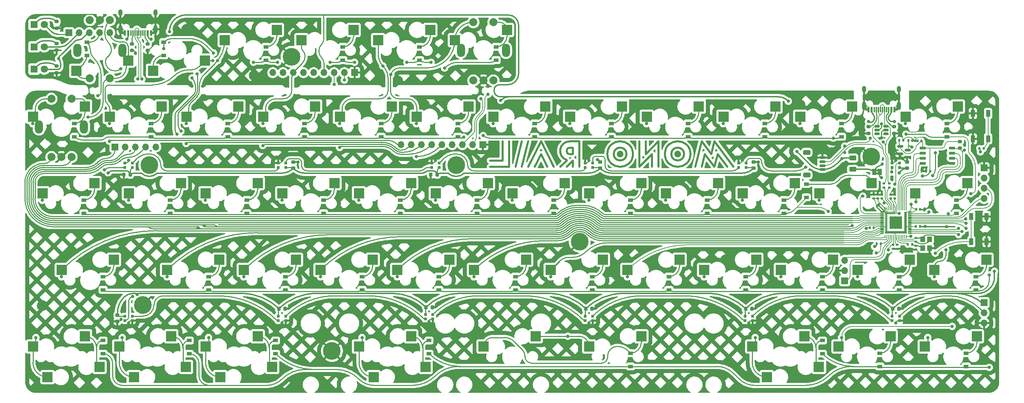
<source format=gbl>
%TF.GenerationSoftware,KiCad,Pcbnew,(6.0.10)*%
%TF.CreationDate,2023-05-22T09:53:43-05:00*%
%TF.ProjectId,Monorail_Steam_Reduced,4d6f6e6f-7261-4696-9c5f-537465616d5f,rev?*%
%TF.SameCoordinates,Original*%
%TF.FileFunction,Copper,L2,Bot*%
%TF.FilePolarity,Positive*%
%FSLAX46Y46*%
G04 Gerber Fmt 4.6, Leading zero omitted, Abs format (unit mm)*
G04 Created by KiCad (PCBNEW (6.0.10)) date 2023-05-22 09:53:43*
%MOMM*%
%LPD*%
G01*
G04 APERTURE LIST*
G04 Aperture macros list*
%AMRoundRect*
0 Rectangle with rounded corners*
0 $1 Rounding radius*
0 $2 $3 $4 $5 $6 $7 $8 $9 X,Y pos of 4 corners*
0 Add a 4 corners polygon primitive as box body*
4,1,4,$2,$3,$4,$5,$6,$7,$8,$9,$2,$3,0*
0 Add four circle primitives for the rounded corners*
1,1,$1+$1,$2,$3*
1,1,$1+$1,$4,$5*
1,1,$1+$1,$6,$7*
1,1,$1+$1,$8,$9*
0 Add four rect primitives between the rounded corners*
20,1,$1+$1,$2,$3,$4,$5,0*
20,1,$1+$1,$4,$5,$6,$7,0*
20,1,$1+$1,$6,$7,$8,$9,0*
20,1,$1+$1,$8,$9,$2,$3,0*%
G04 Aperture macros list end*
%TA.AperFunction,NonConductor*%
%ADD10C,0.500000*%
%TD*%
%TA.AperFunction,SMDPad,CuDef*%
%ADD11R,2.550000X2.500000*%
%TD*%
%TA.AperFunction,ComponentPad*%
%ADD12R,1.700000X1.700000*%
%TD*%
%TA.AperFunction,ComponentPad*%
%ADD13O,1.700000X1.700000*%
%TD*%
%TA.AperFunction,ComponentPad*%
%ADD14R,1.800000X1.800000*%
%TD*%
%TA.AperFunction,ComponentPad*%
%ADD15C,1.800000*%
%TD*%
%TA.AperFunction,ComponentPad*%
%ADD16C,4.400000*%
%TD*%
%TA.AperFunction,ComponentPad*%
%ADD17C,2.000000*%
%TD*%
%TA.AperFunction,ComponentPad*%
%ADD18RoundRect,1.000000X0.000000X-0.650000X0.000000X0.650000X0.000000X0.650000X0.000000X-0.650000X0*%
%TD*%
%TA.AperFunction,SMDPad,CuDef*%
%ADD19RoundRect,0.250000X0.625000X-0.375000X0.625000X0.375000X-0.625000X0.375000X-0.625000X-0.375000X0*%
%TD*%
%TA.AperFunction,SMDPad,CuDef*%
%ADD20R,0.600000X1.450000*%
%TD*%
%TA.AperFunction,SMDPad,CuDef*%
%ADD21R,0.300000X1.450000*%
%TD*%
%TA.AperFunction,ComponentPad*%
%ADD22O,1.000000X2.100000*%
%TD*%
%TA.AperFunction,ComponentPad*%
%ADD23O,1.000000X1.600000*%
%TD*%
%TA.AperFunction,SMDPad,CuDef*%
%ADD24RoundRect,0.200000X0.275000X-0.200000X0.275000X0.200000X-0.275000X0.200000X-0.275000X-0.200000X0*%
%TD*%
%TA.AperFunction,SMDPad,CuDef*%
%ADD25RoundRect,0.135000X0.185000X-0.135000X0.185000X0.135000X-0.185000X0.135000X-0.185000X-0.135000X0*%
%TD*%
%TA.AperFunction,SMDPad,CuDef*%
%ADD26RoundRect,0.150000X0.512500X0.150000X-0.512500X0.150000X-0.512500X-0.150000X0.512500X-0.150000X0*%
%TD*%
%TA.AperFunction,SMDPad,CuDef*%
%ADD27R,1.200000X0.900000*%
%TD*%
%TA.AperFunction,SMDPad,CuDef*%
%ADD28RoundRect,0.225000X-0.250000X0.225000X-0.250000X-0.225000X0.250000X-0.225000X0.250000X0.225000X0*%
%TD*%
%TA.AperFunction,SMDPad,CuDef*%
%ADD29RoundRect,0.135000X-0.135000X-0.185000X0.135000X-0.185000X0.135000X0.185000X-0.135000X0.185000X0*%
%TD*%
%TA.AperFunction,SMDPad,CuDef*%
%ADD30R,0.700000X0.700000*%
%TD*%
%TA.AperFunction,SMDPad,CuDef*%
%ADD31RoundRect,0.140000X0.170000X-0.140000X0.170000X0.140000X-0.170000X0.140000X-0.170000X-0.140000X0*%
%TD*%
%TA.AperFunction,SMDPad,CuDef*%
%ADD32RoundRect,0.225000X0.225000X0.250000X-0.225000X0.250000X-0.225000X-0.250000X0.225000X-0.250000X0*%
%TD*%
%TA.AperFunction,SMDPad,CuDef*%
%ADD33RoundRect,0.200000X-0.275000X0.200000X-0.275000X-0.200000X0.275000X-0.200000X0.275000X0.200000X0*%
%TD*%
%TA.AperFunction,SMDPad,CuDef*%
%ADD34RoundRect,0.140000X0.140000X0.170000X-0.140000X0.170000X-0.140000X-0.170000X0.140000X-0.170000X0*%
%TD*%
%TA.AperFunction,SMDPad,CuDef*%
%ADD35RoundRect,0.140000X-0.140000X-0.170000X0.140000X-0.170000X0.140000X0.170000X-0.140000X0.170000X0*%
%TD*%
%TA.AperFunction,SMDPad,CuDef*%
%ADD36R,1.000000X1.700000*%
%TD*%
%TA.AperFunction,SMDPad,CuDef*%
%ADD37RoundRect,0.006000X0.414000X0.094000X-0.414000X0.094000X-0.414000X-0.094000X0.414000X-0.094000X0*%
%TD*%
%TA.AperFunction,SMDPad,CuDef*%
%ADD38RoundRect,0.020000X0.080000X0.400000X-0.080000X0.400000X-0.080000X-0.400000X0.080000X-0.400000X0*%
%TD*%
%TA.AperFunction,SMDPad,CuDef*%
%ADD39R,3.100000X3.100000*%
%TD*%
%TA.AperFunction,SMDPad,CuDef*%
%ADD40RoundRect,0.225000X-0.225000X-0.250000X0.225000X-0.250000X0.225000X0.250000X-0.225000X0.250000X0*%
%TD*%
%TA.AperFunction,SMDPad,CuDef*%
%ADD41RoundRect,0.225000X0.250000X-0.225000X0.250000X0.225000X-0.250000X0.225000X-0.250000X-0.225000X0*%
%TD*%
%TA.AperFunction,SMDPad,CuDef*%
%ADD42RoundRect,0.140000X-0.170000X0.140000X-0.170000X-0.140000X0.170000X-0.140000X0.170000X0.140000X0*%
%TD*%
%TA.AperFunction,SMDPad,CuDef*%
%ADD43RoundRect,0.150000X0.650000X0.150000X-0.650000X0.150000X-0.650000X-0.150000X0.650000X-0.150000X0*%
%TD*%
%TA.AperFunction,SMDPad,CuDef*%
%ADD44RoundRect,0.150000X0.625000X-0.150000X0.625000X0.150000X-0.625000X0.150000X-0.625000X-0.150000X0*%
%TD*%
%TA.AperFunction,SMDPad,CuDef*%
%ADD45RoundRect,0.250000X0.650000X-0.350000X0.650000X0.350000X-0.650000X0.350000X-0.650000X-0.350000X0*%
%TD*%
%TA.AperFunction,ComponentPad*%
%ADD46RoundRect,1.000000X0.000000X0.650000X0.000000X-0.650000X0.000000X-0.650000X0.000000X0.650000X0*%
%TD*%
%TA.AperFunction,SMDPad,CuDef*%
%ADD47R,1.000000X1.500000*%
%TD*%
%TA.AperFunction,SMDPad,CuDef*%
%ADD48RoundRect,0.150000X-0.587500X-0.150000X0.587500X-0.150000X0.587500X0.150000X-0.587500X0.150000X0*%
%TD*%
%TA.AperFunction,SMDPad,CuDef*%
%ADD49R,1.200000X1.400000*%
%TD*%
%TA.AperFunction,SMDPad,CuDef*%
%ADD50RoundRect,0.135000X0.135000X0.185000X-0.135000X0.185000X-0.135000X-0.185000X0.135000X-0.185000X0*%
%TD*%
%TA.AperFunction,ViaPad*%
%ADD51C,0.800000*%
%TD*%
%TA.AperFunction,Conductor*%
%ADD52C,0.250000*%
%TD*%
%TA.AperFunction,Conductor*%
%ADD53C,0.200000*%
%TD*%
%TA.AperFunction,Conductor*%
%ADD54C,0.350000*%
%TD*%
G04 APERTURE END LIST*
D10*
X162718750Y-82974184D02*
X164306250Y-81386684D01*
X157956250Y-76624184D02*
X154781250Y-82974184D01*
X165893750Y-82974184D02*
X165893750Y-81386684D01*
X165893750Y-78211684D02*
X165100000Y-78211684D01*
X205787500Y-82950000D02*
X201025000Y-76600000D01*
X197850000Y-82950000D02*
X198643750Y-79775000D01*
X182371875Y-82950000D02*
X185546875Y-79775000D01*
X187134375Y-76600000D02*
X183959375Y-79775000D01*
X165893750Y-79799184D02*
X165893750Y-78211684D01*
X196262500Y-82950000D02*
X197850000Y-76600000D01*
X179196875Y-79775000D02*
G75*
G03*
X179196875Y-79775000I-1587500J0D01*
G01*
X150018750Y-82974184D02*
X145256250Y-82974184D01*
X187134375Y-82950000D02*
X187134375Y-76600000D01*
X180784375Y-79775000D02*
G75*
G03*
X180784375Y-79775000I-3175000J0D01*
G01*
X150018750Y-82974184D02*
X150018750Y-76624184D01*
X165100000Y-76624184D02*
X167481250Y-76624184D01*
X151606250Y-82974184D02*
X153193750Y-76624184D01*
X193484375Y-79775000D02*
G75*
G03*
X193484375Y-79775000I-1587500J0D01*
G01*
X200231250Y-79775000D02*
X197850000Y-76600000D01*
X165100000Y-78211616D02*
G75*
G03*
X165100000Y-79799184I0J-793784D01*
G01*
X165100000Y-76624118D02*
G75*
G03*
X164346983Y-81264486I0J-2381282D01*
G01*
X145256250Y-81386684D02*
X148431250Y-81386684D01*
X182371875Y-82950000D02*
X182371875Y-76600000D01*
X161131250Y-82974184D02*
X157956250Y-76624184D01*
X201025000Y-82950000D02*
X201818750Y-79775000D01*
X204200000Y-82950000D02*
X201818750Y-79775000D01*
X156368750Y-82974184D02*
X157956250Y-79799184D01*
X185546875Y-79775000D02*
X185546875Y-82950000D01*
X195071875Y-79775000D02*
G75*
G03*
X195071875Y-79775000I-3175000J0D01*
G01*
X157956250Y-79799184D02*
X159543750Y-82974184D01*
X201025000Y-82950000D02*
X198643750Y-79775000D01*
X153193750Y-82974184D02*
X154781250Y-76624184D01*
X165893750Y-79799184D02*
X165100000Y-79799184D01*
X148431250Y-81386684D02*
X148431250Y-76624184D01*
X167481250Y-82974184D02*
X167481250Y-76624184D01*
X183959375Y-79775000D02*
X183959375Y-76600000D01*
X200231250Y-79775000D02*
X201025000Y-76600000D01*
X164306250Y-82974184D02*
X165893750Y-81386684D01*
%TO.C,JP1*%
G36*
X241632405Y-84017334D02*
G01*
X241132405Y-84017334D01*
X241132405Y-83617334D01*
X241632405Y-83617334D01*
X241632405Y-84017334D01*
G37*
G36*
X241632405Y-84817334D02*
G01*
X241132405Y-84817334D01*
X241132405Y-84417334D01*
X241632405Y-84417334D01*
X241632405Y-84817334D01*
G37*
%TD*%
D11*
%TO.P,MX18,1,COL*%
%TO.N,COL0*%
X31808750Y-70485000D03*
%TO.P,MX18,2,ROW*%
%TO.N,Net-(D7-Pad2)*%
X44735750Y-67945000D03*
%TD*%
%TO.P,MX17,1,COL*%
%TO.N,COL1*%
X50858750Y-70485000D03*
%TO.P,MX17,2,ROW*%
%TO.N,Net-(D8-Pad2)*%
X63785750Y-67945000D03*
%TD*%
%TO.P,MX16,1,COL*%
%TO.N,COL2*%
X69908750Y-70485000D03*
%TO.P,MX16,2,ROW*%
%TO.N,Net-(D9-Pad2)*%
X82835750Y-67945000D03*
%TD*%
%TO.P,MX15,1,COL*%
%TO.N,COL3*%
X88958750Y-70485000D03*
%TO.P,MX15,2,ROW*%
%TO.N,Net-(D10-Pad2)*%
X101885750Y-67945000D03*
%TD*%
%TO.P,MX14,1,COL*%
%TO.N,COL4*%
X108008750Y-70485000D03*
%TO.P,MX14,2,ROW*%
%TO.N,Net-(D11-Pad2)*%
X120935750Y-67945000D03*
%TD*%
%TO.P,MX13,1,COL*%
%TO.N,COL5*%
X127058750Y-70485000D03*
%TO.P,MX13,2,ROW*%
%TO.N,Net-(D12-Pad2)*%
X139985750Y-67945000D03*
%TD*%
%TO.P,MX12,1,COL*%
%TO.N,COL6*%
X146108750Y-70485000D03*
%TO.P,MX12,2,ROW*%
%TO.N,Net-(D13-Pad2)*%
X159035750Y-67945000D03*
%TD*%
%TO.P,MX11,1,COL*%
%TO.N,COL7*%
X165158750Y-70485000D03*
%TO.P,MX11,2,ROW*%
%TO.N,Net-(D14-Pad2)*%
X178085750Y-67945000D03*
%TD*%
%TO.P,MX10,1,COL*%
%TO.N,COL8*%
X184208750Y-70485000D03*
%TO.P,MX10,2,ROW*%
%TO.N,Net-(D15-Pad2)*%
X197135750Y-67945000D03*
%TD*%
%TO.P,MX9,1,COL*%
%TO.N,COL9*%
X203258750Y-70485000D03*
%TO.P,MX9,2,ROW*%
%TO.N,Net-(D16-Pad2)*%
X216185750Y-67945000D03*
%TD*%
%TO.P,MX8,1,COL*%
%TO.N,COL10*%
X222308750Y-70485000D03*
%TO.P,MX8,2,ROW*%
%TO.N,Net-(D17-Pad2)*%
X235235750Y-67945000D03*
%TD*%
%TO.P,MX7,1,COL*%
%TO.N,COL11*%
X248502500Y-70485000D03*
%TO.P,MX7,2,ROW*%
%TO.N,Net-(D18-Pad2)*%
X261429500Y-67945000D03*
%TD*%
%TO.P,MX30,1,COL*%
%TO.N,COL0*%
X34190000Y-89535000D03*
%TO.P,MX30,2,ROW*%
%TO.N,Net-(D19-Pad2)*%
X47117000Y-86995000D03*
%TD*%
%TO.P,MX29,1,COL*%
%TO.N,COL1*%
X55621250Y-89535000D03*
%TO.P,MX29,2,ROW*%
%TO.N,Net-(D20-Pad2)*%
X68548250Y-86995000D03*
%TD*%
%TO.P,MX28,1,COL*%
%TO.N,COL2*%
X74671250Y-89535000D03*
%TO.P,MX28,2,ROW*%
%TO.N,Net-(D21-Pad2)*%
X87598250Y-86995000D03*
%TD*%
%TO.P,MX27,1,COL*%
%TO.N,COL3*%
X93721250Y-89535000D03*
%TO.P,MX27,2,ROW*%
%TO.N,Net-(D22-Pad2)*%
X106648250Y-86995000D03*
%TD*%
%TO.P,MX26,1,COL*%
%TO.N,COL4*%
X112771250Y-89535000D03*
%TO.P,MX26,2,ROW*%
%TO.N,Net-(D23-Pad2)*%
X125698250Y-86995000D03*
%TD*%
%TO.P,MX25,1,COL*%
%TO.N,COL5*%
X131821250Y-89535000D03*
%TO.P,MX25,2,ROW*%
%TO.N,Net-(D24-Pad2)*%
X144748250Y-86995000D03*
%TD*%
%TO.P,MX24,1,COL*%
%TO.N,COL6*%
X150871250Y-89535000D03*
%TO.P,MX24,2,ROW*%
%TO.N,Net-(D25-Pad2)*%
X163798250Y-86995000D03*
%TD*%
%TO.P,MX19,1,COL*%
%TO.N,COL7*%
X169921250Y-89535000D03*
%TO.P,MX19,2,ROW*%
%TO.N,Net-(D26-Pad2)*%
X182848250Y-86995000D03*
%TD*%
%TO.P,MX23,1,COL*%
%TO.N,COL8*%
X188971250Y-89535000D03*
%TO.P,MX23,2,ROW*%
%TO.N,Net-(D27-Pad2)*%
X201898250Y-86995000D03*
%TD*%
%TO.P,MX22,1,COL*%
%TO.N,COL9*%
X208021250Y-89535000D03*
%TO.P,MX22,2,ROW*%
%TO.N,Net-(D28-Pad2)*%
X220948250Y-86995000D03*
%TD*%
%TO.P,MX21,1,COL*%
%TO.N,COL10*%
X227071250Y-89535000D03*
%TO.P,MX21,2,ROW*%
%TO.N,Net-(D29-Pad2)*%
X239998250Y-86995000D03*
%TD*%
%TO.P,MX20,1,COL*%
%TO.N,COL11*%
X250883750Y-89535000D03*
%TO.P,MX20,2,ROW*%
%TO.N,Net-(D30-Pad2)*%
X263810750Y-86995000D03*
%TD*%
%TO.P,MX42,1,COL*%
%TO.N,COL0*%
X38952500Y-108585000D03*
%TO.P,MX42,2,ROW*%
%TO.N,Net-(D31-Pad2)*%
X51879500Y-106045000D03*
%TD*%
%TO.P,MX41,1,COL*%
%TO.N,COL1*%
X65146250Y-108585000D03*
%TO.P,MX41,2,ROW*%
%TO.N,Net-(D32-Pad2)*%
X78073250Y-106045000D03*
%TD*%
%TO.P,MX40,1,COL*%
%TO.N,COL2*%
X84196250Y-108585000D03*
%TO.P,MX40,2,ROW*%
%TO.N,Net-(D33-Pad2)*%
X97123250Y-106045000D03*
%TD*%
%TO.P,MX39,1,COL*%
%TO.N,COL3*%
X103246250Y-108585000D03*
%TO.P,MX39,2,ROW*%
%TO.N,Net-(D34-Pad2)*%
X116173250Y-106045000D03*
%TD*%
%TO.P,MX38,1,COL*%
%TO.N,COL4*%
X122296250Y-108585000D03*
%TO.P,MX38,2,ROW*%
%TO.N,Net-(D35-Pad2)*%
X135223250Y-106045000D03*
%TD*%
%TO.P,MX37,1,COL*%
%TO.N,COL5*%
X141346250Y-108585000D03*
%TO.P,MX37,2,ROW*%
%TO.N,Net-(D36-Pad2)*%
X154273250Y-106045000D03*
%TD*%
%TO.P,MX36,1,COL*%
%TO.N,COL6*%
X160396250Y-108585000D03*
%TO.P,MX36,2,ROW*%
%TO.N,Net-(D37-Pad2)*%
X173323250Y-106045000D03*
%TD*%
%TO.P,MX35,1,COL*%
%TO.N,COL7*%
X179446250Y-108585000D03*
%TO.P,MX35,2,ROW*%
%TO.N,Net-(D38-Pad2)*%
X192373250Y-106045000D03*
%TD*%
%TO.P,MX34,1,COL*%
%TO.N,COL8*%
X198496250Y-108585000D03*
%TO.P,MX34,2,ROW*%
%TO.N,Net-(D39-Pad2)*%
X211423250Y-106045000D03*
%TD*%
%TO.P,MX33,1,COL*%
%TO.N,COL9*%
X217546250Y-108585000D03*
%TO.P,MX33,2,ROW*%
%TO.N,Net-(D40-Pad2)*%
X230473250Y-106045000D03*
%TD*%
%TO.P,MX32,1,COL*%
%TO.N,COL10*%
X236596250Y-108585000D03*
%TO.P,MX32,2,ROW*%
%TO.N,Net-(D41-Pad2)*%
X249523250Y-106045000D03*
%TD*%
%TO.P,MX31,1,COL*%
%TO.N,COL11*%
X255646250Y-108585000D03*
%TO.P,MX31,2,ROW*%
%TO.N,Net-(D42-Pad2)*%
X268573250Y-106045000D03*
%TD*%
%TO.P,MX5,1,COL*%
%TO.N,COL1*%
X74553750Y-56515000D03*
%TO.P,MX5,2,ROW*%
%TO.N,Net-(D2-Pad2)*%
X61626750Y-59055000D03*
%TD*%
%TO.P,MX4,1,COL*%
%TO.N,COL2*%
X79433750Y-51435000D03*
%TO.P,MX4,2,ROW*%
%TO.N,Net-(D3-Pad2)*%
X92360750Y-48895000D03*
%TD*%
%TO.P,MX3,1,COL*%
%TO.N,COL3*%
X98483750Y-51435000D03*
%TO.P,MX3,2,ROW*%
%TO.N,Net-(D4-Pad2)*%
X111410750Y-48895000D03*
%TD*%
%TO.P,MX2,1,COL*%
%TO.N,COL4*%
X117533750Y-51435000D03*
%TO.P,MX2,2,ROW*%
%TO.N,Net-(D5-Pad2)*%
X130460750Y-48895000D03*
%TD*%
%TO.P,MX1,1,COL*%
%TO.N,COL5*%
X136583750Y-51435000D03*
%TO.P,MX1,2,ROW*%
%TO.N,Net-(D6-Pad2)*%
X149510750Y-48895000D03*
%TD*%
%TO.P,MX44,1,COL*%
%TO.N,COL10*%
X231833750Y-127635000D03*
%TO.P,MX44,2,ROW*%
%TO.N,Net-(D51-Pad2)*%
X244760750Y-125095000D03*
%TD*%
%TO.P,MX55,1,COL*%
%TO.N,Net-(D43-Pad2)*%
X48360000Y-132715000D03*
%TO.P,MX55,2,ROW*%
%TO.N,COL0*%
X35433000Y-135255000D03*
%TD*%
%TO.P,MX48,1,COL*%
%TO.N,Net-(D48-Pad2)*%
X143727500Y-127635000D03*
%TO.P,MX48,2,ROW*%
%TO.N,COL6*%
X156654500Y-125095000D03*
%TD*%
D12*
%TO.P,J3,1,Pin_1*%
%TO.N,GND*%
X143512500Y-77437500D03*
D13*
%TO.P,J3,2,Pin_2*%
%TO.N,D+*%
X140972500Y-77437500D03*
%TO.P,J3,3,Pin_3*%
%TO.N,D-*%
X138432500Y-77437500D03*
%TO.P,J3,4,Pin_4*%
%TO.N,VCC*%
X135892500Y-77437500D03*
%TO.P,J3,5,Pin_5*%
%TO.N,COL5*%
X133352500Y-77437500D03*
%TO.P,J3,6,Pin_6*%
%TO.N,COL4*%
X130812500Y-77437500D03*
%TO.P,J3,7,Pin_7*%
%TO.N,COL3*%
X128272500Y-77437500D03*
%TO.P,J3,8,Pin_8*%
%TO.N,COL2*%
X125732500Y-77437500D03*
%TO.P,J3,9,Pin_9*%
%TO.N,COL1*%
X123192500Y-77437500D03*
%TD*%
D11*
%TO.P,MX53,1,COL*%
%TO.N,COL1*%
X56864250Y-135255000D03*
%TO.P,MX53,2,ROW*%
%TO.N,Net-(D44-Pad2)*%
X69791250Y-132715000D03*
%TD*%
D12*
%TO.P,J2,1,Pin_1*%
%TO.N,GND*%
X111680625Y-59531250D03*
D13*
%TO.P,J2,2,Pin_2*%
%TO.N,D+*%
X109140625Y-59531250D03*
%TO.P,J2,3,Pin_3*%
%TO.N,D-*%
X106600625Y-59531250D03*
%TO.P,J2,4,Pin_4*%
%TO.N,VCC*%
X104060625Y-59531250D03*
%TO.P,J2,5,Pin_5*%
%TO.N,COL5*%
X101520625Y-59531250D03*
%TO.P,J2,6,Pin_6*%
%TO.N,COL4*%
X98980625Y-59531250D03*
%TO.P,J2,7,Pin_7*%
%TO.N,COL3*%
X96440625Y-59531250D03*
%TO.P,J2,8,Pin_8*%
%TO.N,COL2*%
X93900625Y-59531250D03*
%TO.P,J2,9,Pin_9*%
%TO.N,COL1*%
X91360625Y-59531250D03*
%TD*%
D12*
%TO.P,J4,1,Pin_1*%
%TO.N,LED1*%
X52175000Y-78000000D03*
D13*
%TO.P,J4,2,Pin_2*%
%TO.N,LED2*%
X54715000Y-78000000D03*
%TO.P,J4,3,Pin_3*%
%TO.N,LED3*%
X57255000Y-78000000D03*
%TO.P,J4,4,Pin_4*%
%TO.N,ROW4*%
X59795000Y-78000000D03*
%TO.P,J4,5,Pin_5*%
%TO.N,COL0*%
X62335000Y-78000000D03*
%TD*%
D14*
%TO.P,D3,1,K*%
%TO.N,Net-(D55-Pad1)*%
X32099250Y-58642000D03*
D15*
%TO.P,D3,2,A*%
%TO.N,LED3*%
X34639250Y-58642000D03*
%TD*%
D11*
%TO.P,MX45,1,COL*%
%TO.N,COL9*%
X214026750Y-135255000D03*
%TO.P,MX45,2,ROW*%
%TO.N,Net-(D50-Pad2)*%
X226953750Y-132715000D03*
%TD*%
D16*
%TO.P,,1,1*%
%TO.N,GND*%
X96043750Y-55562500D03*
%TD*%
D11*
%TO.P,MX56,1,COL*%
%TO.N,COL0*%
X31808750Y-127635000D03*
%TO.P,MX56,2,ROW*%
%TO.N,Net-(D43-Pad2)*%
X44735750Y-125095000D03*
%TD*%
%TO.P,MX47,1,COL*%
%TO.N,COL6*%
X169921250Y-127635000D03*
%TO.P,MX47,2,ROW*%
%TO.N,Net-(D48-Pad2)*%
X182848250Y-125095000D03*
%TD*%
D17*
%TO.P,SW1,A,A*%
%TO.N,ENCB*%
X141168750Y-61475000D03*
%TO.P,SW1,B,B*%
%TO.N,ENCA*%
X146168750Y-61475000D03*
%TO.P,SW1,C,C*%
%TO.N,GND*%
X143668750Y-61475000D03*
D18*
%TO.P,SW1,MP*%
%TO.N,N/C*%
X138068750Y-53975000D03*
X149268750Y-53975000D03*
D17*
%TO.P,SW1,S1,S1*%
%TO.N,Net-(D6-Pad2)*%
X146168750Y-46975000D03*
%TO.P,SW1,S2,S2*%
%TO.N,COL5*%
X141168750Y-46975000D03*
%TD*%
D14*
%TO.P,D1,1,K*%
%TO.N,Net-(D53-Pad1)*%
X32099250Y-47592000D03*
D15*
%TO.P,D1,2,A*%
%TO.N,LED1*%
X34639250Y-47592000D03*
%TD*%
D11*
%TO.P,MX6,1,COL*%
%TO.N,COL0*%
X55503750Y-56515000D03*
%TO.P,MX6,2,ROW*%
%TO.N,Net-(D1-Pad2)*%
X42576750Y-59055000D03*
%TD*%
D16*
%TO.P,H1,1,1*%
%TO.N,GND*%
X239953400Y-80424450D03*
X136903400Y-82550450D03*
X167553400Y-101600450D03*
X60703400Y-82550450D03*
X59103400Y-117324450D03*
X106053400Y-128774450D03*
%TD*%
D11*
%TO.P,MX54,1,COL*%
%TO.N,Net-(D44-Pad2)*%
X66167000Y-125095000D03*
%TO.P,MX54,2,ROW*%
%TO.N,COL1*%
X53240000Y-127635000D03*
%TD*%
%TO.P,MX46,1,COL*%
%TO.N,Net-(D50-Pad2)*%
X223329500Y-125095000D03*
%TO.P,MX46,2,ROW*%
%TO.N,COL9*%
X210402500Y-127635000D03*
%TD*%
%TO.P,MX51,1,COL*%
%TO.N,Net-(D45-Pad2)*%
X91222500Y-132715000D03*
%TO.P,MX51,2,ROW*%
%TO.N,COL2*%
X78295500Y-135255000D03*
%TD*%
%TO.P,MX43,1,COL*%
%TO.N,COL11*%
X253265000Y-127635000D03*
%TO.P,MX43,2,ROW*%
%TO.N,Net-(D52-Pad2)*%
X266192000Y-125095000D03*
%TD*%
%TO.P,MX50,1,COL*%
%TO.N,COL4*%
X112771250Y-127635000D03*
%TO.P,MX50,2,ROW*%
%TO.N,Net-(D47-Pad2)*%
X125698250Y-125095000D03*
%TD*%
D14*
%TO.P,D2,1,K*%
%TO.N,Net-(D54-Pad1)*%
X32099250Y-53117000D03*
D15*
%TO.P,D2,2,A*%
%TO.N,LED2*%
X34639250Y-53117000D03*
%TD*%
D12*
%TO.P,J1,1,Pin_1*%
%TO.N,LED1*%
X40737500Y-49587500D03*
D13*
%TO.P,J1,2,Pin_2*%
%TO.N,LED2*%
X43277500Y-49587500D03*
%TO.P,J1,3,Pin_3*%
%TO.N,LED3*%
X45817500Y-49587500D03*
%TO.P,J1,4,Pin_4*%
%TO.N,ROW4*%
X48357500Y-49587500D03*
%TO.P,J1,5,Pin_5*%
%TO.N,COL0*%
X50897500Y-49587500D03*
%TD*%
D11*
%TO.P,MX49,1,COL*%
%TO.N,Net-(D47-Pad2)*%
X129322500Y-132715000D03*
%TO.P,MX49,2,ROW*%
%TO.N,COL4*%
X116395500Y-135255000D03*
%TD*%
%TO.P,MX52,1,COL*%
%TO.N,COL2*%
X74671250Y-127635000D03*
%TO.P,MX52,2,ROW*%
%TO.N,Net-(D45-Pad2)*%
X87598250Y-125095000D03*
%TD*%
D19*
%TO.P,F1,1*%
%TO.N,+5V*%
X235347928Y-83571835D03*
%TO.P,F1,2*%
%TO.N,VCC*%
X235347928Y-80771835D03*
%TD*%
D20*
%TO.P,J6,A1,GND*%
%TO.N,GND*%
X239240625Y-68735625D03*
%TO.P,J6,A4,VBUS*%
%TO.N,VCC*%
X240040625Y-68735625D03*
D21*
%TO.P,J6,A5,CC1*%
%TO.N,Net-(J1-PadA5)*%
X241240625Y-68735625D03*
%TO.P,J6,A6,D+*%
%TO.N,D+*%
X242240625Y-68735625D03*
%TO.P,J6,A7,D-*%
%TO.N,D-*%
X242740625Y-68735625D03*
%TO.P,J6,A8,SBU1*%
%TO.N,unconnected-(J1-PadA8)*%
X243740625Y-68735625D03*
D20*
%TO.P,J6,A9,VBUS*%
%TO.N,VCC*%
X244940625Y-68735625D03*
%TO.P,J6,A12,GND*%
%TO.N,GND*%
X245740625Y-68735625D03*
%TO.P,J6,B1,GND*%
X245740625Y-68735625D03*
%TO.P,J6,B4,VBUS*%
%TO.N,VCC*%
X244940625Y-68735625D03*
D21*
%TO.P,J6,B5,CC2*%
%TO.N,Net-(J1-PadB5)*%
X244240625Y-68735625D03*
%TO.P,J6,B6,D+*%
%TO.N,D+*%
X243240625Y-68735625D03*
%TO.P,J6,B7,D-*%
%TO.N,D-*%
X241740625Y-68735625D03*
%TO.P,J6,B8,SBU2*%
%TO.N,unconnected-(J1-PadB8)*%
X240740625Y-68735625D03*
D20*
%TO.P,J6,B9,VBUS*%
%TO.N,VCC*%
X240040625Y-68735625D03*
%TO.P,J6,B12,GND*%
%TO.N,GND*%
X239240625Y-68735625D03*
D22*
%TO.P,J6,S1,SHIELD*%
X246810625Y-67820625D03*
D23*
X238170625Y-63640625D03*
D22*
X238170625Y-67820625D03*
D23*
X246810625Y-63640625D03*
%TD*%
D24*
%TO.P,R4,1*%
%TO.N,GND*%
X60325000Y-54006250D03*
%TO.P,R4,2*%
%TO.N,Net-(J2-PadB5)*%
X60325000Y-52356250D03*
%TD*%
%TO.P,R7,1*%
%TO.N,GND*%
X245665625Y-74643750D03*
%TO.P,R7,2*%
%TO.N,Net-(J1-PadB5)*%
X245665625Y-72993750D03*
%TD*%
%TO.P,R6,1*%
%TO.N,GND*%
X239315625Y-74643750D03*
%TO.P,R6,2*%
%TO.N,Net-(J1-PadA5)*%
X239315625Y-72993750D03*
%TD*%
%TO.P,R3,1*%
%TO.N,GND*%
X56356250Y-54006250D03*
%TO.P,R3,2*%
%TO.N,Net-(J2-PadA5)*%
X56356250Y-52356250D03*
%TD*%
D25*
%TO.P,R10,1*%
%TO.N,Net-(R6-Pad1)*%
X243125625Y-88147500D03*
%TO.P,R10,2*%
%TO.N,D-*%
X243125625Y-87127500D03*
%TD*%
D26*
%TO.P,U1,1,IO1*%
%TO.N,D+*%
X243628125Y-72868750D03*
%TO.P,U1,2,VN*%
%TO.N,GND*%
X243628125Y-73818750D03*
%TO.P,U1,3,IO2*%
%TO.N,unconnected-(U1-Pad3)*%
X243628125Y-74768750D03*
%TO.P,U1,4,IO3*%
%TO.N,unconnected-(U1-Pad4)*%
X241353125Y-74768750D03*
%TO.P,U1,5,VP*%
%TO.N,VCC*%
X241353125Y-73818750D03*
%TO.P,U1,6,IO4*%
%TO.N,D-*%
X241353125Y-72868750D03*
%TD*%
D27*
%TO.P,D42,1,K*%
%TO.N,ROW2*%
X94456250Y-113568750D03*
%TO.P,D42,2,A*%
%TO.N,Net-(D33-Pad2)*%
X94456250Y-110268750D03*
%TD*%
D28*
%TO.P,C28,1*%
%TO.N,+5VD*%
X52784375Y-119875000D03*
%TO.P,C28,2*%
%TO.N,GND*%
X52784375Y-121425000D03*
%TD*%
D27*
%TO.P,D12,1,K*%
%TO.N,ROW0*%
X80168750Y-75468750D03*
%TO.P,D12,2,A*%
%TO.N,Net-(D9-Pad2)*%
X80168750Y-72168750D03*
%TD*%
D12*
%TO.P,SWD1,1,Pin_1*%
%TO.N,SWCLK*%
X233362500Y-111268750D03*
D13*
%TO.P,SWD1,2,Pin_2*%
%TO.N,GND*%
X233362500Y-108728750D03*
%TO.P,SWD1,3,Pin_3*%
%TO.N,SWDIO*%
X233362500Y-106188750D03*
%TD*%
D27*
%TO.P,D37,1,K*%
%TO.N,ROW1*%
X199231250Y-94518750D03*
%TO.P,D37,2,A*%
%TO.N,Net-(D27-Pad2)*%
X199231250Y-91218750D03*
%TD*%
%TO.P,D11,1,K*%
%TO.N,ROW0*%
X61118750Y-75468750D03*
%TO.P,D11,2,A*%
%TO.N,Net-(D8-Pad2)*%
X61118750Y-72168750D03*
%TD*%
%TO.P,D38,1,K*%
%TO.N,ROW1*%
X218281250Y-94518750D03*
%TO.P,D38,2,A*%
%TO.N,Net-(D28-Pad2)*%
X218281250Y-91218750D03*
%TD*%
%TO.P,D17,1,K*%
%TO.N,ROW0*%
X175418750Y-75468750D03*
%TO.P,D17,2,A*%
%TO.N,Net-(D14-Pad2)*%
X175418750Y-72168750D03*
%TD*%
D29*
%TO.P,R9,1*%
%TO.N,QSPI_SS*%
X266836250Y-78393751D03*
%TO.P,R9,2*%
%TO.N,Net-(R14-Pad2)*%
X267856250Y-78393751D03*
%TD*%
D27*
%TO.P,D21,1,K*%
%TO.N,ROW0*%
X258762500Y-75468750D03*
%TO.P,D21,2,A*%
%TO.N,Net-(D18-Pad2)*%
X258762500Y-72168750D03*
%TD*%
D30*
%TO.P,D54,1,VDD*%
%TO.N,+5VD*%
X92747500Y-120100000D03*
%TO.P,D54,2,DOUT*%
%TO.N,Net-(D64-Pad4)*%
X94577500Y-120100000D03*
%TO.P,D54,3,VSS*%
%TO.N,GND*%
X94577500Y-121200000D03*
%TO.P,D54,4,DIN*%
%TO.N,Net-(D65-Pad4)*%
X92747500Y-121200000D03*
%TD*%
%TO.P,D25,1,VDD*%
%TO.N,+5VD*%
X170777500Y-83100000D03*
%TO.P,D25,2,DOUT*%
%TO.N,Net-(D61-Pad2)*%
X168947500Y-83100000D03*
%TO.P,D25,3,VSS*%
%TO.N,GND*%
X168947500Y-82000000D03*
%TO.P,D25,4,DIN*%
%TO.N,Net-(D60-Pad2)*%
X170777500Y-82000000D03*
%TD*%
D31*
%TO.P,C22,1*%
%TO.N,GND*%
X251064013Y-103552401D03*
%TO.P,C22,2*%
%TO.N,Net-(C6-Pad2)*%
X251064013Y-102592401D03*
%TD*%
%TO.P,C15,1*%
%TO.N,+1V1*%
X245808750Y-90830023D03*
%TO.P,C15,2*%
%TO.N,GND*%
X245808750Y-89870023D03*
%TD*%
D12*
%TO.P,J9,1,Pin_1*%
%TO.N,+5VD*%
X267962500Y-116712500D03*
D13*
%TO.P,J9,2,Pin_2*%
%TO.N,RGB_OUT*%
X267962500Y-119252500D03*
%TO.P,J9,3,Pin_3*%
%TO.N,GND*%
X267962500Y-121792500D03*
%TD*%
D32*
%TO.P,C10,1*%
%TO.N,+5VD*%
X132140625Y-84931250D03*
%TO.P,C10,2*%
%TO.N,GND*%
X130590625Y-84931250D03*
%TD*%
D33*
%TO.P,R8,1*%
%TO.N,+3V3*%
X261976292Y-76648118D03*
%TO.P,R8,2*%
%TO.N,QSPI_SS*%
X261976292Y-78298118D03*
%TD*%
D34*
%TO.P,C3,1*%
%TO.N,+3V3*%
X252409280Y-76490476D03*
%TO.P,C3,2*%
%TO.N,GND*%
X251449280Y-76490476D03*
%TD*%
D33*
%TO.P,R5,1*%
%TO.N,Net-(D55-Pad1)*%
X37703125Y-57912500D03*
%TO.P,R5,2*%
%TO.N,GND*%
X37703125Y-59562500D03*
%TD*%
D35*
%TO.P,C16,1*%
%TO.N,+3V3*%
X251122014Y-93542939D03*
%TO.P,C16,2*%
%TO.N,GND*%
X252082014Y-93542939D03*
%TD*%
D27*
%TO.P,D16,1,K*%
%TO.N,ROW0*%
X156368750Y-75468750D03*
%TO.P,D16,2,A*%
%TO.N,Net-(D13-Pad2)*%
X156368750Y-72168750D03*
%TD*%
D35*
%TO.P,C1,1*%
%TO.N,+3V3*%
X246919787Y-76333887D03*
%TO.P,C1,2*%
%TO.N,GND*%
X247879787Y-76333887D03*
%TD*%
D20*
%TO.P,J5,A1,GND*%
%TO.N,GND*%
X54630250Y-49685625D03*
%TO.P,J5,A4,VBUS*%
%TO.N,VCC*%
X55430250Y-49685625D03*
D21*
%TO.P,J5,A5,CC1*%
%TO.N,Net-(J2-PadA5)*%
X56630250Y-49685625D03*
%TO.P,J5,A6,D+*%
%TO.N,D+*%
X57630250Y-49685625D03*
%TO.P,J5,A7,D-*%
%TO.N,D-*%
X58130250Y-49685625D03*
%TO.P,J5,A8,SBU1*%
%TO.N,unconnected-(J2-PadA8)*%
X59130250Y-49685625D03*
D20*
%TO.P,J5,A9,VBUS*%
%TO.N,VCC*%
X60330250Y-49685625D03*
%TO.P,J5,A12,GND*%
%TO.N,GND*%
X61130250Y-49685625D03*
%TO.P,J5,B1,GND*%
X61130250Y-49685625D03*
%TO.P,J5,B4,VBUS*%
%TO.N,VCC*%
X60330250Y-49685625D03*
D21*
%TO.P,J5,B5,CC2*%
%TO.N,Net-(J2-PadB5)*%
X59630250Y-49685625D03*
%TO.P,J5,B6,D+*%
%TO.N,D+*%
X58630250Y-49685625D03*
%TO.P,J5,B7,D-*%
%TO.N,D-*%
X57130250Y-49685625D03*
%TO.P,J5,B8,SBU2*%
%TO.N,unconnected-(J2-PadB8)*%
X56130250Y-49685625D03*
D20*
%TO.P,J5,B9,VBUS*%
%TO.N,VCC*%
X55430250Y-49685625D03*
%TO.P,J5,B12,GND*%
%TO.N,GND*%
X54630250Y-49685625D03*
D23*
%TO.P,J5,S1,SHIELD*%
X53560250Y-44590625D03*
D22*
X62200250Y-48770625D03*
D23*
X62200250Y-44590625D03*
D22*
X53560250Y-48770625D03*
%TD*%
D27*
%TO.P,D19,1,K*%
%TO.N,ROW0*%
X213518750Y-75468750D03*
%TO.P,D19,2,A*%
%TO.N,Net-(D16-Pad2)*%
X213518750Y-72168750D03*
%TD*%
%TO.P,D6,1,K*%
%TO.N,ROW4*%
X89693750Y-56418750D03*
%TO.P,D6,2,A*%
%TO.N,Net-(D3-Pad2)*%
X89693750Y-53118750D03*
%TD*%
%TO.P,D64,1,K*%
%TO.N,ROW3*%
X242093750Y-132618750D03*
%TO.P,D64,2,A*%
%TO.N,Net-(D51-Pad2)*%
X242093750Y-129318750D03*
%TD*%
D31*
%TO.P,C13,1*%
%TO.N,+1V1*%
X242567100Y-90830023D03*
%TO.P,C13,2*%
%TO.N,GND*%
X242567100Y-89870023D03*
%TD*%
D36*
%TO.P,SWR2,1,A*%
%TO.N,GND*%
X268600000Y-95275000D03*
X268600000Y-101575000D03*
%TO.P,SWR2,2,B*%
%TO.N,RUN*%
X264800000Y-101575000D03*
X264800000Y-95275000D03*
%TD*%
D27*
%TO.P,D43,1,K*%
%TO.N,ROW2*%
X113506250Y-113568750D03*
%TO.P,D43,2,A*%
%TO.N,Net-(D34-Pad2)*%
X113506250Y-110268750D03*
%TD*%
%TO.P,D59,1,K*%
%TO.N,ROW3*%
X70643750Y-129443750D03*
%TO.P,D59,2,A*%
%TO.N,Net-(D44-Pad2)*%
X70643750Y-126143750D03*
%TD*%
D29*
%TO.P,R12,1*%
%TO.N,+3V3*%
X241331994Y-102074696D03*
%TO.P,R12,2*%
%TO.N,RUN*%
X242351994Y-102074696D03*
%TD*%
D30*
%TO.P,D23,1,VDD*%
%TO.N,+5VD*%
X94577500Y-83100000D03*
%TO.P,D23,2,DOUT*%
%TO.N,Net-(D63-Pad2)*%
X92747500Y-83100000D03*
%TO.P,D23,3,VSS*%
%TO.N,GND*%
X92747500Y-82000000D03*
%TO.P,D23,4,DIN*%
%TO.N,Net-(D62-Pad2)*%
X94577500Y-82000000D03*
%TD*%
%TO.P,D53,1,VDD*%
%TO.N,+5VD*%
X54647500Y-120100000D03*
%TO.P,D53,2,DOUT*%
%TO.N,Net-(D65-Pad4)*%
X56477500Y-120100000D03*
%TO.P,D53,3,VSS*%
%TO.N,GND*%
X56477500Y-121200000D03*
%TO.P,D53,4,DIN*%
%TO.N,Net-(D66-Pad4)*%
X54647500Y-121200000D03*
%TD*%
D32*
%TO.P,C9,1*%
%TO.N,+5VD*%
X55940625Y-84931250D03*
%TO.P,C9,2*%
%TO.N,GND*%
X54390625Y-84931250D03*
%TD*%
D27*
%TO.P,D10,1,K*%
%TO.N,ROW0*%
X42068750Y-75468750D03*
%TO.P,D10,2,A*%
%TO.N,Net-(D7-Pad2)*%
X42068750Y-72168750D03*
%TD*%
D37*
%TO.P,U4,1,IOVDD*%
%TO.N,+3V3*%
X249497500Y-94237500D03*
%TO.P,U4,2,GPIO0*%
%TO.N,COL11*%
X249497500Y-94637500D03*
%TO.P,U4,3,GPIO1*%
%TO.N,ROW1*%
X249497500Y-95037500D03*
%TO.P,U4,4,GPIO2*%
%TO.N,SDA*%
X249497500Y-95437500D03*
%TO.P,U4,5,GPIO3*%
%TO.N,SCL*%
X249497500Y-95837500D03*
%TO.P,U4,6,GPIO4*%
%TO.N,ROW2*%
X249497500Y-96237500D03*
%TO.P,U4,7,GPIO5*%
%TO.N,ROW3*%
X249497500Y-96637500D03*
%TO.P,U4,8,GPIO6*%
%TO.N,COL10*%
X249497500Y-97037500D03*
%TO.P,U4,9,GPIO7*%
%TO.N,unconnected-(U3-Pad9)*%
X249497500Y-97437500D03*
%TO.P,U4,10,IOVDD*%
%TO.N,+3V3*%
X249497500Y-97837500D03*
%TO.P,U4,11,GPIO8*%
%TO.N,unconnected-(U3-Pad11)*%
X249497500Y-98237500D03*
%TO.P,U4,12,GPIO9*%
%TO.N,ROW0*%
X249497500Y-98637500D03*
%TO.P,U4,13,GPIO10*%
%TO.N,COL8*%
X249497500Y-99037500D03*
%TO.P,U4,14,GPIO11*%
%TO.N,COL9*%
X249497500Y-99437500D03*
D38*
%TO.P,U4,15,GPIO12*%
%TO.N,ENCA*%
X248662500Y-100272500D03*
%TO.P,U4,16,GPIO13*%
%TO.N,unconnected-(U3-Pad16)*%
X248262500Y-100272500D03*
%TO.P,U4,17,GPIO14*%
%TO.N,unconnected-(U3-Pad17)*%
X247862500Y-100272500D03*
%TO.P,U4,18,GPIO15*%
%TO.N,unconnected-(U3-Pad18)*%
X247462500Y-100272500D03*
%TO.P,U4,19,TESTEN*%
%TO.N,GND*%
X247062500Y-100272500D03*
%TO.P,U4,20,XIN*%
%TO.N,XIN*%
X246662500Y-100272500D03*
%TO.P,U4,21,XOUT*%
%TO.N,XOUT*%
X246262500Y-100272500D03*
%TO.P,U4,22,IOVDD*%
%TO.N,+3V3*%
X245862500Y-100272500D03*
%TO.P,U4,23,DVDD*%
%TO.N,+1V1*%
X245462500Y-100272500D03*
%TO.P,U4,24,SWCLK*%
%TO.N,SWCLK*%
X245062500Y-100272500D03*
%TO.P,U4,25,SWDIO*%
%TO.N,SWDIO*%
X244662500Y-100272500D03*
%TO.P,U4,26,RUN*%
%TO.N,RUN*%
X244262500Y-100272500D03*
%TO.P,U4,27,GPIO16*%
%TO.N,COL7*%
X243862500Y-100272500D03*
%TO.P,U4,28,GPIO17*%
%TO.N,COL6*%
X243462500Y-100272500D03*
D37*
%TO.P,U4,29,GPIO18*%
%TO.N,COL5*%
X242627500Y-99437500D03*
%TO.P,U4,30,GPIO19*%
%TO.N,COL4*%
X242627500Y-99037500D03*
%TO.P,U4,31,GPIO20*%
%TO.N,COL3*%
X242627500Y-98637500D03*
%TO.P,U4,32,GPIO21*%
%TO.N,COL2*%
X242627500Y-98237500D03*
%TO.P,U4,33,IOVDD*%
%TO.N,+3V3*%
X242627500Y-97837500D03*
%TO.P,U4,34,GPIO22*%
%TO.N,COL1*%
X242627500Y-97437500D03*
%TO.P,U4,35,GPIO23*%
%TO.N,COL0*%
X242627500Y-97037500D03*
%TO.P,U4,36,GPIO24*%
%TO.N,ENCB*%
X242627500Y-96637500D03*
%TO.P,U4,37,GPIO25*%
%TO.N,LED1*%
X242627500Y-96237500D03*
%TO.P,U4,38,GPIO26/ADC0*%
%TO.N,LED2*%
X242627500Y-95837500D03*
%TO.P,U4,39,GPIO27/ADC1*%
%TO.N,LED3*%
X242627500Y-95437500D03*
%TO.P,U4,40,GPIO28/ADC2*%
%TO.N,ROW4*%
X242627500Y-95037500D03*
%TO.P,U4,41,GPIO29/ADC3*%
%TO.N,RGB*%
X242627500Y-94637500D03*
%TO.P,U4,42,IOVDD*%
%TO.N,+3V3*%
X242627500Y-94237500D03*
D38*
%TO.P,U4,43,ADC_AVDD*%
X243462500Y-93402500D03*
%TO.P,U4,44,VREG_VIN*%
X243862500Y-93402500D03*
%TO.P,U4,45,VREG_VOUT*%
%TO.N,+1V1*%
X244262500Y-93402500D03*
%TO.P,U4,46,USB_DM*%
%TO.N,Net-(R6-Pad1)*%
X244662500Y-93402500D03*
%TO.P,U4,47,USB_DP*%
%TO.N,Net-(R7-Pad1)*%
X245062500Y-93402500D03*
%TO.P,U4,48,USB_VDD*%
%TO.N,+3V3*%
X245462500Y-93402500D03*
%TO.P,U4,49,IOVDD*%
X245862500Y-93402500D03*
%TO.P,U4,50,DVDD*%
%TO.N,+1V1*%
X246262500Y-93402500D03*
%TO.P,U4,51,QSPI_SD3*%
%TO.N,QSPI_D3*%
X246662500Y-93402500D03*
%TO.P,U4,52,QSPI_SCLK*%
%TO.N,QSPI_CLK*%
X247062500Y-93402500D03*
%TO.P,U4,53,QSPI_SD0*%
%TO.N,QSPI_D0*%
X247462500Y-93402500D03*
%TO.P,U4,54,QSPI_SD2*%
%TO.N,QSPI_D2*%
X247862500Y-93402500D03*
%TO.P,U4,55,QSPI_SD1*%
%TO.N,QSPI_D1*%
X248262500Y-93402500D03*
%TO.P,U4,56,QSPI_SS_N*%
%TO.N,QSPI_SS*%
X248662500Y-93402500D03*
D39*
%TO.P,U4,57,GND*%
%TO.N,GND*%
X246062500Y-96837500D03*
%TD*%
D35*
%TO.P,C2,1*%
%TO.N,+5V*%
X249163134Y-76410261D03*
%TO.P,C2,2*%
%TO.N,GND*%
X250123134Y-76410261D03*
%TD*%
D27*
%TO.P,D32,1,K*%
%TO.N,ROW1*%
X103981250Y-94518750D03*
%TO.P,D32,2,A*%
%TO.N,Net-(D22-Pad2)*%
X103981250Y-91218750D03*
%TD*%
D40*
%TO.P,C24,1*%
%TO.N,+5VD*%
X92887500Y-118268750D03*
%TO.P,C24,2*%
%TO.N,GND*%
X94437500Y-118268750D03*
%TD*%
D27*
%TO.P,D9,1,K*%
%TO.N,ROW4*%
X146843750Y-56418750D03*
%TO.P,D9,2,A*%
%TO.N,Net-(D6-Pad2)*%
X146843750Y-53118750D03*
%TD*%
D31*
%TO.P,C12,1*%
%TO.N,+3V3*%
X241567100Y-90830023D03*
%TO.P,C12,2*%
%TO.N,GND*%
X241567100Y-89870023D03*
%TD*%
D27*
%TO.P,D14,1,K*%
%TO.N,ROW0*%
X118268750Y-75468750D03*
%TO.P,D14,2,A*%
%TO.N,Net-(D11-Pad2)*%
X118268750Y-72168750D03*
%TD*%
%TO.P,D63,1,K*%
%TO.N,ROW3*%
X180181250Y-132618750D03*
%TO.P,D63,2,A*%
%TO.N,Net-(D48-Pad2)*%
X180181250Y-129318750D03*
%TD*%
D41*
%TO.P,C4,1*%
%TO.N,+5VD*%
X96440625Y-83325000D03*
%TO.P,C4,2*%
%TO.N,GND*%
X96440625Y-81775000D03*
%TD*%
D27*
%TO.P,D50,1,K*%
%TO.N,ROW2*%
X246856250Y-113568750D03*
%TO.P,D50,2,A*%
%TO.N,Net-(D41-Pad2)*%
X246856250Y-110268750D03*
%TD*%
%TO.P,D60,1,K*%
%TO.N,ROW3*%
X92075000Y-129443750D03*
%TO.P,D60,2,A*%
%TO.N,Net-(D45-Pad2)*%
X92075000Y-126143750D03*
%TD*%
%TO.P,D65,1,K*%
%TO.N,ROW3*%
X263525000Y-132618750D03*
%TO.P,D65,2,A*%
%TO.N,Net-(D52-Pad2)*%
X263525000Y-129318750D03*
%TD*%
D12*
%TO.P,J8,1,Pin_1*%
%TO.N,GND*%
X267962500Y-83237500D03*
D13*
%TO.P,J8,2,Pin_2*%
%TO.N,+5V*%
X267962500Y-85777500D03*
%TO.P,J8,3,Pin_3*%
%TO.N,SCL*%
X267962500Y-88317500D03*
%TO.P,J8,4,Pin_4*%
%TO.N,SDA*%
X267962500Y-90857500D03*
%TD*%
D27*
%TO.P,D15,1,K*%
%TO.N,ROW0*%
X137318750Y-75468750D03*
%TO.P,D15,2,A*%
%TO.N,Net-(D12-Pad2)*%
X137318750Y-72168750D03*
%TD*%
%TO.P,D20,1,K*%
%TO.N,ROW0*%
X232568750Y-75468750D03*
%TO.P,D20,2,A*%
%TO.N,Net-(D17-Pad2)*%
X232568750Y-72168750D03*
%TD*%
D34*
%TO.P,C18,1*%
%TO.N,+3V3*%
X240568286Y-98137203D03*
%TO.P,C18,2*%
%TO.N,GND*%
X239608286Y-98137203D03*
%TD*%
D30*
%TO.P,D27,1,VDD*%
%TO.N,+5VD*%
X246977500Y-83100000D03*
%TO.P,D27,2,DOUT*%
%TO.N,Net-(D59-Pad2)*%
X245147500Y-83100000D03*
%TO.P,D27,3,VSS*%
%TO.N,GND*%
X245147500Y-82000000D03*
%TO.P,D27,4,DIN*%
%TO.N,RGB*%
X246977500Y-82000000D03*
%TD*%
D41*
%TO.P,C6,1*%
%TO.N,+5VD*%
X210740625Y-83325000D03*
%TO.P,C6,2*%
%TO.N,GND*%
X210740625Y-81775000D03*
%TD*%
D27*
%TO.P,D34,1,K*%
%TO.N,ROW1*%
X142081250Y-94518750D03*
%TO.P,D34,2,A*%
%TO.N,Net-(D24-Pad2)*%
X142081250Y-91218750D03*
%TD*%
D40*
%TO.P,C27,1*%
%TO.N,+5VD*%
X245287500Y-118268750D03*
%TO.P,C27,2*%
%TO.N,GND*%
X246837500Y-118268750D03*
%TD*%
D27*
%TO.P,D61,1,K*%
%TO.N,ROW3*%
X130175000Y-129443750D03*
%TO.P,D61,2,A*%
%TO.N,Net-(D47-Pad2)*%
X130175000Y-126143750D03*
%TD*%
D30*
%TO.P,D57,1,VDD*%
%TO.N,+5VD*%
X245147500Y-120100000D03*
%TO.P,D57,2,DOUT*%
%TO.N,RGB_OUT*%
X246977500Y-120100000D03*
%TO.P,D57,3,VSS*%
%TO.N,GND*%
X246977500Y-121200000D03*
%TO.P,D57,4,DIN*%
%TO.N,Net-(D57-Pad2)*%
X245147500Y-121200000D03*
%TD*%
D27*
%TO.P,D45,1,K*%
%TO.N,ROW2*%
X151606250Y-113568750D03*
%TO.P,D45,2,A*%
%TO.N,Net-(D36-Pad2)*%
X151606250Y-110268750D03*
%TD*%
%TO.P,D39,1,K*%
%TO.N,ROW1*%
X261143750Y-94518750D03*
%TO.P,D39,2,A*%
%TO.N,Net-(D30-Pad2)*%
X261143750Y-91218750D03*
%TD*%
D40*
%TO.P,C26,1*%
%TO.N,+5VD*%
X208775000Y-118268750D03*
%TO.P,C26,2*%
%TO.N,GND*%
X210325000Y-118268750D03*
%TD*%
D27*
%TO.P,D47,1,K*%
%TO.N,ROW2*%
X189706250Y-113568750D03*
%TO.P,D47,2,A*%
%TO.N,Net-(D38-Pad2)*%
X189706250Y-110268750D03*
%TD*%
D42*
%TO.P,C21,1*%
%TO.N,+3V3*%
X246400000Y-102357500D03*
%TO.P,C21,2*%
%TO.N,GND*%
X246400000Y-103317500D03*
%TD*%
D40*
%TO.P,C25,1*%
%TO.N,+5VD*%
X169087500Y-118268750D03*
%TO.P,C25,2*%
%TO.N,GND*%
X170637500Y-118268750D03*
%TD*%
D31*
%TO.P,C14,1*%
%TO.N,+3V3*%
X244808750Y-90830023D03*
%TO.P,C14,2*%
%TO.N,GND*%
X244808750Y-89870023D03*
%TD*%
D30*
%TO.P,D52,1,VDD*%
%TO.N,+5VD*%
X129260000Y-119703125D03*
%TO.P,D52,2,DOUT*%
%TO.N,Net-(D56-Pad4)*%
X131090000Y-119703125D03*
%TO.P,D52,3,VSS*%
%TO.N,GND*%
X131090000Y-120803125D03*
%TO.P,D52,4,DIN*%
%TO.N,Net-(D64-Pad4)*%
X129260000Y-120803125D03*
%TD*%
D27*
%TO.P,D40,1,K*%
%TO.N,ROW2*%
X49212500Y-113568750D03*
%TO.P,D40,2,A*%
%TO.N,Net-(D31-Pad2)*%
X49212500Y-110268750D03*
%TD*%
%TO.P,D48,1,K*%
%TO.N,ROW2*%
X208756250Y-113568750D03*
%TO.P,D48,2,A*%
%TO.N,Net-(D39-Pad2)*%
X208756250Y-110268750D03*
%TD*%
D33*
%TO.P,R1,1*%
%TO.N,Net-(D53-Pad1)*%
X37703125Y-46800000D03*
%TO.P,R1,2*%
%TO.N,GND*%
X37703125Y-48450000D03*
%TD*%
D27*
%TO.P,D13,1,K*%
%TO.N,ROW0*%
X99218750Y-75468750D03*
%TO.P,D13,2,A*%
%TO.N,Net-(D10-Pad2)*%
X99218750Y-72168750D03*
%TD*%
D36*
%TO.P,SWR1,1,A*%
%TO.N,GND*%
X265162500Y-69687500D03*
X265162500Y-75987500D03*
%TO.P,SWR1,2,B*%
%TO.N,Net-(R14-Pad2)*%
X268962500Y-75987500D03*
X268962500Y-69687500D03*
%TD*%
D43*
%TO.P,U3,1,~{CS}*%
%TO.N,QSPI_SS*%
X259981250Y-78263750D03*
%TO.P,U3,2,DO(IO1)*%
%TO.N,QSPI_D1*%
X259981250Y-79533750D03*
%TO.P,U3,3,IO2*%
%TO.N,QSPI_D2*%
X259981250Y-80803750D03*
%TO.P,U3,4,GND*%
%TO.N,GND*%
X259981250Y-82073750D03*
%TO.P,U3,5,DI(IO0)*%
%TO.N,QSPI_D0*%
X252781250Y-82073750D03*
%TO.P,U3,6,CLK*%
%TO.N,QSPI_CLK*%
X252781250Y-80803750D03*
%TO.P,U3,7,IO3*%
%TO.N,QSPI_D3*%
X252781250Y-79533750D03*
%TO.P,U3,8,VCC*%
%TO.N,+3V3*%
X252781250Y-78263750D03*
%TD*%
D30*
%TO.P,D24,1,VDD*%
%TO.N,+5VD*%
X132677500Y-83100000D03*
%TO.P,D24,2,DOUT*%
%TO.N,Net-(D62-Pad2)*%
X130847500Y-83100000D03*
%TO.P,D24,3,VSS*%
%TO.N,GND*%
X130847500Y-82000000D03*
%TO.P,D24,4,DIN*%
%TO.N,Net-(D61-Pad2)*%
X132677500Y-82000000D03*
%TD*%
D27*
%TO.P,D30,1,K*%
%TO.N,ROW1*%
X65881250Y-94518750D03*
%TO.P,D30,2,A*%
%TO.N,Net-(D20-Pad2)*%
X65881250Y-91218750D03*
%TD*%
%TO.P,D4,1,K*%
%TO.N,ROW4*%
X45243750Y-51928125D03*
%TO.P,D4,2,A*%
%TO.N,Net-(D1-Pad2)*%
X45243750Y-55228125D03*
%TD*%
%TO.P,D36,1,K*%
%TO.N,ROW1*%
X180181250Y-94518750D03*
%TO.P,D36,2,A*%
%TO.N,Net-(D26-Pad2)*%
X180181250Y-91218750D03*
%TD*%
D25*
%TO.P,R11,1*%
%TO.N,Net-(R7-Pad1)*%
X244462500Y-88147500D03*
%TO.P,R11,2*%
%TO.N,D+*%
X244462500Y-87127500D03*
%TD*%
D33*
%TO.P,R2,1*%
%TO.N,Net-(D54-Pad1)*%
X37703125Y-52292000D03*
%TO.P,R2,2*%
%TO.N,GND*%
X37703125Y-53942000D03*
%TD*%
D27*
%TO.P,D7,1,K*%
%TO.N,ROW4*%
X108743750Y-56418750D03*
%TO.P,D7,2,A*%
%TO.N,Net-(D4-Pad2)*%
X108743750Y-53118750D03*
%TD*%
%TO.P,D18,1,K*%
%TO.N,ROW0*%
X194468750Y-75468750D03*
%TO.P,D18,2,A*%
%TO.N,Net-(D15-Pad2)*%
X194468750Y-72168750D03*
%TD*%
%TO.P,D5,1,K*%
%TO.N,ROW4*%
X64293750Y-51928125D03*
%TO.P,D5,2,A*%
%TO.N,Net-(D2-Pad2)*%
X64293750Y-55228125D03*
%TD*%
D31*
%TO.P,C11,1*%
%TO.N,+3V3*%
X240506250Y-90830023D03*
%TO.P,C11,2*%
%TO.N,GND*%
X240506250Y-89870023D03*
%TD*%
D27*
%TO.P,D33,1,K*%
%TO.N,ROW1*%
X123031250Y-94518750D03*
%TO.P,D33,2,A*%
%TO.N,Net-(D23-Pad2)*%
X123031250Y-91218750D03*
%TD*%
%TO.P,D49,1,K*%
%TO.N,ROW2*%
X227806250Y-113568750D03*
%TO.P,D49,2,A*%
%TO.N,Net-(D40-Pad2)*%
X227806250Y-110268750D03*
%TD*%
D30*
%TO.P,D22,1,VDD*%
%TO.N,+5VD*%
X56477500Y-83100000D03*
%TO.P,D22,2,DOUT*%
%TO.N,Net-(D66-Pad4)*%
X54647500Y-83100000D03*
%TO.P,D22,3,VSS*%
%TO.N,GND*%
X54647500Y-82000000D03*
%TO.P,D22,4,DIN*%
%TO.N,Net-(D63-Pad2)*%
X56477500Y-82000000D03*
%TD*%
%TO.P,D26,1,VDD*%
%TO.N,+5VD*%
X208877500Y-83100000D03*
%TO.P,D26,2,DOUT*%
%TO.N,Net-(D60-Pad2)*%
X207047500Y-83100000D03*
%TO.P,D26,3,VSS*%
%TO.N,GND*%
X207047500Y-82000000D03*
%TO.P,D26,4,DIN*%
%TO.N,Net-(D59-Pad2)*%
X208877500Y-82000000D03*
%TD*%
D44*
%TO.P,J7,1,Pin_1*%
%TO.N,VCC*%
X227821875Y-83653125D03*
%TO.P,J7,2,Pin_2*%
%TO.N,D-*%
X227821875Y-82653125D03*
%TO.P,J7,3,Pin_3*%
%TO.N,D+*%
X227821875Y-81653125D03*
%TO.P,J7,4,Pin_4*%
%TO.N,GND*%
X227821875Y-80653125D03*
D45*
%TO.P,J7,MP*%
%TO.N,N/C*%
X223946875Y-79353125D03*
X223946875Y-84953125D03*
%TD*%
D40*
%TO.P,C23,1*%
%TO.N,+5VD*%
X129400000Y-117871875D03*
%TO.P,C23,2*%
%TO.N,GND*%
X130950000Y-117871875D03*
%TD*%
D27*
%TO.P,D31,1,K*%
%TO.N,ROW1*%
X84931250Y-94518750D03*
%TO.P,D31,2,A*%
%TO.N,Net-(D21-Pad2)*%
X84931250Y-91218750D03*
%TD*%
%TO.P,D62,1,K*%
%TO.N,ROW3*%
X227806250Y-129443750D03*
%TO.P,D62,2,A*%
%TO.N,Net-(MX49-Pad1)*%
X227806250Y-126143750D03*
%TD*%
%TO.P,D58,1,K*%
%TO.N,ROW3*%
X49212500Y-129443750D03*
%TO.P,D58,2,A*%
%TO.N,Net-(D43-Pad2)*%
X49212500Y-126143750D03*
%TD*%
D17*
%TO.P,SW2,A,A*%
%TO.N,ENCB*%
X45918750Y-46475000D03*
%TO.P,SW2,B,B*%
%TO.N,ENCA*%
X50918750Y-46475000D03*
%TO.P,SW2,C,C*%
%TO.N,GND*%
X48418750Y-46475000D03*
D46*
%TO.P,SW2,MP*%
%TO.N,N/C*%
X54018750Y-53975000D03*
X42818750Y-53975000D03*
D17*
%TO.P,SW2,S1,S1*%
%TO.N,COL0*%
X50918750Y-60975000D03*
%TO.P,SW2,S2,S2*%
%TO.N,Net-(D1-Pad2)*%
X45918750Y-60975000D03*
%TD*%
D42*
%TO.P,C20,1*%
%TO.N,+1V1*%
X245400000Y-102357500D03*
%TO.P,C20,2*%
%TO.N,GND*%
X245400000Y-103317500D03*
%TD*%
D27*
%TO.P,D35,1,K*%
%TO.N,ROW1*%
X161131250Y-94518750D03*
%TO.P,D35,2,A*%
%TO.N,Net-(D25-Pad2)*%
X161131250Y-91218750D03*
%TD*%
D17*
%TO.P,SW3,A,A*%
%TO.N,ENCA*%
X41393750Y-80525000D03*
%TO.P,SW3,B,B*%
%TO.N,ENCB*%
X36393750Y-80525000D03*
%TO.P,SW3,C,C*%
%TO.N,GND*%
X38893750Y-80525000D03*
D18*
%TO.P,SW3,MP*%
%TO.N,N/C*%
X33293750Y-73025000D03*
X44493750Y-73025000D03*
D17*
%TO.P,SW3,S1,S1*%
%TO.N,COL0*%
X36393750Y-66025000D03*
%TO.P,SW3,S2,S2*%
%TO.N,Net-(D7-Pad2)*%
X41393750Y-66025000D03*
%TD*%
D27*
%TO.P,D29,1,K*%
%TO.N,ROW1*%
X44450000Y-94518750D03*
%TO.P,D29,2,A*%
%TO.N,Net-(D19-Pad2)*%
X44450000Y-91218750D03*
%TD*%
%TO.P,D28,1,K*%
%TO.N,ROW1*%
X223837500Y-90550000D03*
%TO.P,D28,2,A*%
%TO.N,Net-(D29-Pad2)*%
X223837500Y-87250000D03*
%TD*%
D47*
%TO.P,JP1,1,A*%
%TO.N,+5V*%
X240732405Y-84217334D03*
%TO.P,JP1,2,B*%
%TO.N,+5VD*%
X242032405Y-84217334D03*
%TD*%
D48*
%TO.P,U2,1,GND*%
%TO.N,GND*%
X247139171Y-79751119D03*
%TO.P,U2,2,VO*%
%TO.N,+3V3*%
X247139171Y-77851119D03*
%TO.P,U2,3,VI*%
%TO.N,+5V*%
X249014171Y-78801119D03*
%TD*%
D27*
%TO.P,D41,1,K*%
%TO.N,ROW2*%
X75406250Y-113568750D03*
%TO.P,D41,2,A*%
%TO.N,Net-(D32-Pad2)*%
X75406250Y-110268750D03*
%TD*%
%TO.P,D44,1,K*%
%TO.N,ROW2*%
X132556250Y-113568750D03*
%TO.P,D44,2,A*%
%TO.N,Net-(D35-Pad2)*%
X132556250Y-110268750D03*
%TD*%
%TO.P,D8,1,K*%
%TO.N,ROW4*%
X127793750Y-56418750D03*
%TO.P,D8,2,A*%
%TO.N,Net-(D5-Pad2)*%
X127793750Y-53118750D03*
%TD*%
D41*
%TO.P,C5,1*%
%TO.N,+5VD*%
X172640625Y-83325000D03*
%TO.P,C5,2*%
%TO.N,GND*%
X172640625Y-81775000D03*
%TD*%
D49*
%TO.P,Y1,1,1*%
%TO.N,Net-(C6-Pad2)*%
X252714013Y-103172401D03*
%TO.P,Y1,2,2*%
%TO.N,GND*%
X252714013Y-100972401D03*
%TO.P,Y1,3,3*%
%TO.N,XIN*%
X254414013Y-100972401D03*
%TO.P,Y1,4,4*%
%TO.N,GND*%
X254414013Y-103172401D03*
%TD*%
D27*
%TO.P,D46,1,K*%
%TO.N,ROW2*%
X170656250Y-113568750D03*
%TO.P,D46,2,A*%
%TO.N,Net-(D37-Pad2)*%
X170656250Y-110268750D03*
%TD*%
D34*
%TO.P,C8,1*%
%TO.N,+3V3*%
X254573695Y-84078765D03*
%TO.P,C8,2*%
%TO.N,GND*%
X253613695Y-84078765D03*
%TD*%
D27*
%TO.P,D51,1,K*%
%TO.N,ROW2*%
X265906250Y-113568750D03*
%TO.P,D51,2,A*%
%TO.N,Net-(D42-Pad2)*%
X265906250Y-110268750D03*
%TD*%
D30*
%TO.P,D55,1,VDD*%
%TO.N,+5VD*%
X168947500Y-120100000D03*
%TO.P,D55,2,DOUT*%
%TO.N,Net-(D56-Pad2)*%
X170777500Y-120100000D03*
%TO.P,D55,3,VSS*%
%TO.N,GND*%
X170777500Y-121200000D03*
%TO.P,D55,4,DIN*%
%TO.N,Net-(D56-Pad4)*%
X168947500Y-121200000D03*
%TD*%
%TO.P,D56,1,VDD*%
%TO.N,+5VD*%
X208635000Y-120100000D03*
%TO.P,D56,2,DOUT*%
%TO.N,Net-(D57-Pad2)*%
X210465000Y-120100000D03*
%TO.P,D56,3,VSS*%
%TO.N,GND*%
X210465000Y-121200000D03*
%TO.P,D56,4,DIN*%
%TO.N,Net-(D56-Pad2)*%
X208635000Y-121200000D03*
%TD*%
D35*
%TO.P,C17,1*%
%TO.N,+3V3*%
X251082500Y-97737500D03*
%TO.P,C17,2*%
%TO.N,GND*%
X252042500Y-97737500D03*
%TD*%
D41*
%TO.P,C7,1*%
%TO.N,+5VD*%
X248840625Y-83325000D03*
%TO.P,C7,2*%
%TO.N,GND*%
X248840625Y-81775000D03*
%TD*%
D31*
%TO.P,C19,1*%
%TO.N,XIN*%
X251064013Y-101572401D03*
%TO.P,C19,2*%
%TO.N,GND*%
X251064013Y-100612401D03*
%TD*%
D50*
%TO.P,R13,1*%
%TO.N,Net-(C6-Pad2)*%
X250074013Y-102237500D03*
%TO.P,R13,2*%
%TO.N,XOUT*%
X249054013Y-102237500D03*
%TD*%
D51*
%TO.N,GND*%
X133746875Y-86518750D03*
X253062500Y-104837500D03*
X165100000Y-67468750D03*
X57262500Y-54637500D03*
X92075000Y-67468750D03*
X95646875Y-86518750D03*
X253315807Y-97778138D03*
X36115625Y-86518750D03*
X122418750Y-61575000D03*
X41062500Y-104337500D03*
X36462500Y-60337500D03*
X242502956Y-75769517D03*
X244862500Y-96837500D03*
X203200000Y-67468750D03*
X130571875Y-86121875D03*
X235346875Y-78978125D03*
X112712500Y-86518750D03*
X95562500Y-117637500D03*
X130175000Y-121443750D03*
X209946875Y-86518750D03*
X52784375Y-67468750D03*
X171662500Y-117637500D03*
X236062500Y-89337500D03*
X147262500Y-106237500D03*
X247662500Y-80837500D03*
X261862500Y-106637500D03*
X255612500Y-76787500D03*
X69962500Y-48737500D03*
X66062500Y-81587500D03*
X127462500Y-106037500D03*
X172006752Y-81133067D03*
X109462500Y-106437500D03*
X51032105Y-65173239D03*
X246062500Y-121840625D03*
X247262500Y-95637500D03*
X171846875Y-86518750D03*
X253262500Y-93437500D03*
X142875000Y-64293750D03*
X152796875Y-86518750D03*
X36462500Y-54737500D03*
X257662500Y-88237500D03*
X53662500Y-120837500D03*
X111125000Y-67468750D03*
X203862500Y-106037500D03*
X246062500Y-98037500D03*
X30500000Y-81500000D03*
X236934375Y-71040625D03*
X258705941Y-97817083D03*
X74355089Y-65287601D03*
X190896875Y-86518750D03*
X185462500Y-106037500D03*
X86762500Y-60237500D03*
X118018750Y-60175000D03*
X34925000Y-67468750D03*
X146050000Y-67468750D03*
X94758754Y-62908457D03*
X131975000Y-117237500D03*
X211450000Y-117637500D03*
X238727032Y-98230733D03*
X49250000Y-74000000D03*
X167062500Y-107337500D03*
X247800000Y-103237500D03*
X244862500Y-95637500D03*
X60325000Y-55165625D03*
X246812500Y-111837500D03*
X36462500Y-47737500D03*
X76596875Y-86518750D03*
X42312500Y-61587500D03*
X93662500Y-81359375D03*
X238562500Y-102837500D03*
X73025000Y-67468750D03*
X222250000Y-67468750D03*
X184150000Y-67468750D03*
X238125000Y-74612500D03*
X264062499Y-81314238D03*
X175312500Y-109087500D03*
X240662500Y-112437500D03*
X73966425Y-62894814D03*
X89462500Y-106437500D03*
X256562500Y-101337500D03*
X93662500Y-121840625D03*
X42250000Y-46500000D03*
X241862500Y-88837500D03*
X71312500Y-106587500D03*
X257662500Y-80437500D03*
X97631250Y-81756250D03*
X71333276Y-62881171D03*
X224062500Y-107437500D03*
X246062500Y-81359375D03*
X228996875Y-85837500D03*
X97241827Y-62922101D03*
X244862500Y-98037500D03*
X36000000Y-75250000D03*
X207962500Y-81359375D03*
X247262500Y-98037500D03*
X252462500Y-73637500D03*
X131762500Y-81359375D03*
X246856250Y-74612500D03*
X211931250Y-81756250D03*
X55562500Y-81359375D03*
X34131250Y-117475000D03*
X250428125Y-67468750D03*
X230187500Y-79375000D03*
X255862500Y-94237500D03*
X250812500Y-111087500D03*
X128984375Y-67468750D03*
X209550000Y-121840625D03*
X246062500Y-95637500D03*
X247262500Y-96837500D03*
X42959188Y-69825032D03*
X45724877Y-65118666D03*
X169862500Y-121840625D03*
X266400000Y-97300000D03*
X233462500Y-87637500D03*
X97797280Y-65278505D03*
X169862500Y-81359375D03*
X245521078Y-88778922D03*
X54371875Y-86121875D03*
X252578982Y-83769188D03*
X247862500Y-117637500D03*
X55562500Y-121837500D03*
%TO.N,+5V*%
X242640268Y-82293208D03*
X250061576Y-78005340D03*
%TO.N,VCC*%
X221462500Y-79137500D03*
X55165625Y-51196875D03*
X242498928Y-72254753D03*
X245672940Y-71727576D03*
X147962500Y-66437500D03*
X219362500Y-66637500D03*
X61118750Y-51196875D03*
X232662500Y-80937500D03*
X239254287Y-71719318D03*
X65701265Y-49298735D03*
%TO.N,D-*%
X57815625Y-61118750D03*
X233362500Y-79375000D03*
X143046875Y-66017767D03*
X106605035Y-62436458D03*
%TO.N,D+*%
X109140625Y-61371954D03*
X239712500Y-75803125D03*
X233362500Y-77787500D03*
X58865625Y-61118750D03*
X242960455Y-76770921D03*
X144789922Y-64927409D03*
%TO.N,ROW0*%
X264662500Y-89637500D03*
X248562500Y-74837500D03*
X261662500Y-98237500D03*
X143618750Y-75175000D03*
X138818750Y-75575000D03*
X230528125Y-75803125D03*
%TO.N,COL11*%
X254000000Y-125412500D03*
X254262500Y-94237500D03*
X255862500Y-79437500D03*
X248443750Y-72231250D03*
X255587500Y-110331250D03*
X258462500Y-103637500D03*
X251062500Y-91637500D03*
X255234742Y-85126882D03*
%TO.N,COL10*%
X227012500Y-91281250D03*
X232568750Y-125412500D03*
X236537500Y-110331250D03*
X263462500Y-98237500D03*
X222250000Y-72231250D03*
X260062500Y-122637500D03*
%TO.N,ROW4*%
X76670469Y-54645469D03*
X124662500Y-56937500D03*
X111662500Y-56937500D03*
X92562500Y-56937500D03*
X47962500Y-65237500D03*
X64293750Y-53578125D03*
X105562500Y-56937500D03*
X130662500Y-56937500D03*
X134018750Y-58375000D03*
X86562500Y-56937500D03*
%TO.N,ROW1*%
X259062500Y-94637500D03*
X229262500Y-94037500D03*
%TO.N,ROW2*%
X263445258Y-95914253D03*
X269262500Y-109837500D03*
%TO.N,ROW3*%
X269262500Y-132837500D03*
X263462500Y-97037500D03*
%TO.N,LED3*%
X38162500Y-56037500D03*
%TO.N,COL0*%
X32543750Y-125412500D03*
X34131250Y-91281250D03*
X38893750Y-110331250D03*
X45486679Y-70623507D03*
X31750000Y-72231250D03*
%TO.N,COL1*%
X76422048Y-56531683D03*
X65087500Y-110331250D03*
X53975000Y-125412500D03*
X50800000Y-76575000D03*
X55562500Y-91281250D03*
X50800000Y-72231250D03*
%TO.N,COL2*%
X74612500Y-91281250D03*
X75406250Y-125412500D03*
X77652880Y-56520594D03*
X69850000Y-77150000D03*
X69850000Y-72231250D03*
X84137500Y-110331250D03*
%TO.N,COL3*%
X103187500Y-110331250D03*
X93662500Y-91281250D03*
X88900000Y-72231250D03*
X88900000Y-77675000D03*
%TO.N,COL4*%
X122237500Y-110331250D03*
X107950000Y-78150000D03*
X113506250Y-125412500D03*
X112712500Y-91281250D03*
X107950000Y-72231250D03*
X118698448Y-57859068D03*
%TO.N,COL5*%
X141287500Y-110331250D03*
X120698089Y-59999165D03*
X131762500Y-91281250D03*
X127009907Y-80429435D03*
X127000000Y-72231250D03*
%TO.N,COL6*%
X160337500Y-110331250D03*
X150812500Y-91281250D03*
X164623750Y-125095000D03*
X146050000Y-72231250D03*
%TO.N,COL7*%
X179387500Y-110331250D03*
X169862500Y-91281250D03*
X165100000Y-72231250D03*
%TO.N,COL8*%
X262462500Y-99037500D03*
X188912500Y-91281250D03*
X198437500Y-110331250D03*
X184150000Y-72231250D03*
%TO.N,COL9*%
X207962500Y-91281250D03*
X217487500Y-110331250D03*
X203200000Y-72231250D03*
X261662500Y-99837500D03*
X211137500Y-125412500D03*
%TO.N,RGB*%
X245791557Y-87259074D03*
X237862500Y-90237500D03*
%TO.N,+5VD*%
X246862500Y-84437500D03*
X57695196Y-114699917D03*
X270562500Y-108937500D03*
X242462500Y-85637500D03*
X50462500Y-84437500D03*
%TO.N,Net-(D59-Pad2)*%
X223662500Y-83037500D03*
X245062500Y-84237500D03*
%TO.N,Net-(D66-Pad4)*%
X56562500Y-115237500D03*
X49562500Y-83737500D03*
%TO.N,+3V3*%
X240800000Y-102800000D03*
X252662500Y-85237500D03*
X241762500Y-92437500D03*
X249862500Y-92237500D03*
%TO.N,+1V1*%
X244200000Y-103600000D03*
X243162500Y-91937500D03*
X246862500Y-94537500D03*
%TO.N,RUN*%
X255862500Y-104437500D03*
X241200000Y-104400000D03*
%TO.N,QSPI_SS*%
X267062500Y-79237500D03*
X263062500Y-78837500D03*
%TO.N,ENCA*%
X235200000Y-97600000D03*
X249800000Y-100200000D03*
X68562500Y-74087500D03*
X53562500Y-58587500D03*
X72562500Y-59837500D03*
X74312500Y-97587500D03*
%TO.N,ENCB*%
X71312500Y-60837500D03*
X72812500Y-98087500D03*
X67562500Y-74837500D03*
%TD*%
D52*
%TO.N,*%
X173145343Y-97337500D02*
X234250000Y-97337500D01*
X162006815Y-97337500D02*
X77812500Y-97337500D01*
X167566663Y-95037500D02*
X167592653Y-95037500D01*
X172179681Y-96937477D02*
G75*
G03*
X167592653Y-95037500I-4586981J-4587023D01*
G01*
X162006815Y-97337506D02*
G75*
G03*
X162972500Y-96937500I-15J1365706D01*
G01*
X167566663Y-95037473D02*
G75*
G03*
X162979658Y-96937500I37J-6487027D01*
G01*
X173145343Y-97337465D02*
G75*
G02*
X172179658Y-96937500I-43J1365665D01*
G01*
%TO.N,GND*%
X245665625Y-74643750D02*
X246780806Y-74643750D01*
D53*
X245808750Y-89870023D02*
X244808750Y-89870023D01*
D52*
X54400625Y-84931250D02*
X54400625Y-86103125D01*
X35835948Y-68379698D02*
X34925000Y-67468750D01*
X253774006Y-99912408D02*
X255137408Y-99912408D01*
X172640625Y-81775000D02*
X172640625Y-81766940D01*
D53*
X244808750Y-89491250D02*
X244808750Y-89870023D01*
X246972757Y-74495993D02*
X246856250Y-74612500D01*
X245521078Y-88778922D02*
X244808750Y-89491250D01*
X230655958Y-78244042D02*
X232062500Y-76837500D01*
X250123134Y-76410261D02*
X250739739Y-76410261D01*
D54*
X246005226Y-68626023D02*
X246810625Y-67820625D01*
D53*
X245400000Y-103317500D02*
X246400000Y-103317500D01*
D52*
X48396045Y-47486574D02*
X48396045Y-46529814D01*
X48032413Y-47486574D02*
X48396045Y-47486574D01*
D53*
X252062500Y-75587500D02*
X252708947Y-75587500D01*
X246400000Y-103317500D02*
X247606863Y-103317500D01*
D52*
X46646447Y-45000000D02*
X44750000Y-45000000D01*
X207047500Y-82000000D02*
X207321875Y-82000000D01*
X242515848Y-74312269D02*
X242515848Y-75738393D01*
X38750000Y-75750000D02*
X37207106Y-75750000D01*
D53*
X248312500Y-75837500D02*
X247924812Y-76225188D01*
D52*
X37753125Y-48500000D02*
X37703125Y-48450000D01*
D53*
X247386333Y-75142582D02*
X246856250Y-74612500D01*
D52*
X44500000Y-48000000D02*
X46792894Y-48000000D01*
X39393074Y-47750000D02*
X43896447Y-47750000D01*
D54*
X253613695Y-84078765D02*
X253326366Y-84078765D01*
D52*
X42396447Y-74250000D02*
X42207106Y-74250000D01*
X39000000Y-48500000D02*
X37753125Y-48500000D01*
D54*
X263312500Y-83587500D02*
X263312500Y-83124895D01*
D52*
X39750000Y-47000000D02*
X39530330Y-47219670D01*
X228996875Y-85837500D02*
X231389811Y-83444564D01*
D54*
X257662500Y-88237500D02*
X257958946Y-87941054D01*
D53*
X252082014Y-93542939D02*
X253007948Y-93542939D01*
X253163953Y-104837500D02*
X253062500Y-104837500D01*
D52*
X245615888Y-81805988D02*
X246062500Y-81359375D01*
D53*
X234716944Y-88891945D02*
X233462500Y-87637500D01*
X238593268Y-89246691D02*
X235573378Y-89246691D01*
X255606002Y-76787500D02*
X255612500Y-76787500D01*
D52*
X247509674Y-117990327D02*
X247862500Y-117637500D01*
X95280384Y-117919616D02*
X95562500Y-117637500D01*
X130590625Y-84931250D02*
X130590625Y-86103125D01*
D54*
X238976024Y-68626023D02*
X238170625Y-67820625D01*
X241567100Y-89870023D02*
X241567100Y-89550658D01*
D52*
X171309674Y-117990327D02*
X171662500Y-117637500D01*
X131090000Y-120803125D02*
X130815625Y-120803125D01*
X44750000Y-45000000D02*
X44578427Y-45000000D01*
X41000000Y-74750000D02*
X40883884Y-74866116D01*
D53*
X235346875Y-78978125D02*
X236461663Y-78978125D01*
D54*
X245812500Y-78087500D02*
X245812500Y-74998337D01*
X246763284Y-80658592D02*
X246062500Y-81359375D01*
X247537309Y-80712309D02*
X247662500Y-80837500D01*
D52*
X56477500Y-121200000D02*
X56200000Y-121200000D01*
X61394851Y-49576023D02*
X62200250Y-48770625D01*
D53*
X237626086Y-75111415D02*
X238125000Y-74612500D01*
D52*
X36908254Y-59891747D02*
X36462500Y-60337500D01*
X234062500Y-82337500D02*
X235334889Y-82337500D01*
X45724877Y-65118666D02*
X45724877Y-63833066D01*
D53*
X251064013Y-103552401D02*
X251740962Y-104229350D01*
X238697154Y-98200856D02*
X238727032Y-98230733D01*
X252042500Y-97737500D02*
X253021079Y-97737500D01*
X247062500Y-100272500D02*
X247062500Y-100685926D01*
D52*
X94577500Y-121200000D02*
X94303125Y-121200000D01*
D53*
X254414013Y-103172401D02*
X254414013Y-104319708D01*
D52*
X54647500Y-82000000D02*
X54921875Y-82000000D01*
X168947500Y-82000000D02*
X169221875Y-82000000D01*
D54*
X245521078Y-88778922D02*
X245662500Y-89516945D01*
D52*
X170777500Y-121200000D02*
X170503125Y-121200000D01*
D53*
X247388334Y-101011760D02*
X250099876Y-101011760D01*
D52*
X92757500Y-82000000D02*
X93031875Y-82000000D01*
X45312500Y-62837500D02*
X45299938Y-62824938D01*
X56356250Y-54006250D02*
X56631250Y-54006250D01*
X54390625Y-84931250D02*
X54390625Y-86103125D01*
D53*
X248708947Y-73837500D02*
X248562500Y-73837500D01*
D52*
X131616838Y-117595661D02*
X131975000Y-117237500D01*
X92747500Y-82000000D02*
X93021875Y-82000000D01*
X210465000Y-121200000D02*
X210190625Y-121200000D01*
X36943249Y-54256751D02*
X36462500Y-54737500D01*
X36801559Y-48076559D02*
X36462500Y-47737500D01*
X210740625Y-81775000D02*
X211912500Y-81775000D01*
X60442363Y-53957636D02*
X61812500Y-52587500D01*
X251844897Y-100612401D02*
X251064013Y-100612401D01*
X239315625Y-74643750D02*
X238200444Y-74643750D01*
D53*
X249312500Y-75587500D02*
X248916053Y-75587500D01*
D52*
X211167884Y-117919616D02*
X211450000Y-117637500D01*
D53*
X245521078Y-88778922D02*
X245662500Y-88437500D01*
X250739739Y-76410261D02*
X250344409Y-76014931D01*
D52*
X62200250Y-51651389D02*
X62200250Y-48770625D01*
X45628680Y-75500000D02*
X44500000Y-75500000D01*
X96469375Y-81756250D02*
X97641250Y-81756250D01*
D53*
X250739739Y-76410261D02*
X251208946Y-75941054D01*
X254414013Y-103172401D02*
X254727599Y-103172401D01*
X252958791Y-104733792D02*
X253062500Y-104837500D01*
X240506250Y-89870023D02*
X240098124Y-89870023D01*
D52*
X42312500Y-61587500D02*
X39480266Y-61587500D01*
X54657500Y-82000000D02*
X54931875Y-82000000D01*
D53*
X232666053Y-76587500D02*
X234062500Y-76587500D01*
D52*
X130857500Y-82000000D02*
X131131875Y-82000000D01*
X130600625Y-84931250D02*
X130600625Y-86103125D01*
D54*
X258312500Y-87087500D02*
X258312500Y-86837500D01*
X260312500Y-84837500D02*
X262062500Y-84837500D01*
D53*
X250739739Y-76410261D02*
X251255624Y-76410261D01*
X240506250Y-89870023D02*
X242567100Y-89870023D01*
X253315807Y-97778138D02*
X258611920Y-97778138D01*
D52*
X130847500Y-82000000D02*
X131121875Y-82000000D01*
X246977500Y-121200000D02*
X246703125Y-121200000D01*
D53*
X265162500Y-76477703D02*
X265162500Y-75987500D01*
D52*
X48378975Y-46378975D02*
X47250000Y-45250000D01*
X60325000Y-54006250D02*
X60325000Y-55165625D01*
D53*
X265162500Y-75987500D02*
X265162500Y-69687500D01*
D52*
X39750000Y-47000000D02*
X41042894Y-47000000D01*
X96459375Y-81756250D02*
X97631250Y-81756250D01*
X41721981Y-70337500D02*
X40562500Y-70337500D01*
D54*
X258816149Y-81591150D02*
X257662500Y-80437500D01*
X247662500Y-80837500D02*
X246448896Y-79623896D01*
D53*
X239608286Y-98137203D02*
X238779912Y-98137203D01*
D54*
X248429853Y-81604852D02*
X247662500Y-80837500D01*
D53*
X250772551Y-74337500D02*
X249916053Y-74337500D01*
D52*
X54365649Y-49576023D02*
X53560250Y-48770625D01*
X43646446Y-75146447D02*
X43000000Y-74500000D01*
X169862500Y-81359375D02*
G75*
G02*
X169221875Y-82000000I-640600J-25D01*
G01*
D54*
X247537318Y-80712300D02*
G75*
G02*
X247139171Y-79751119I961182J961200D01*
G01*
D52*
X45628680Y-75499991D02*
G75*
G03*
X49250000Y-74000000I20J5121291D01*
G01*
X48032413Y-47486580D02*
G75*
G03*
X48000000Y-47500000I-13J-45820D01*
G01*
D53*
X252062500Y-75587499D02*
G75*
G03*
X251208947Y-75941055I0J-1207101D01*
G01*
D52*
X48000002Y-47500002D02*
G75*
G02*
X46792894Y-48000000I-1207102J1207102D01*
G01*
X130581875Y-86121825D02*
G75*
G03*
X130600625Y-86103125I25J18725D01*
G01*
X38750000Y-75749990D02*
G75*
G03*
X40883884Y-74866116I0J3017790D01*
G01*
X36801548Y-48076570D02*
G75*
G03*
X37703125Y-48450000I901552J901570D01*
G01*
X36908245Y-59891738D02*
G75*
G02*
X37703125Y-59562500I794855J-794862D01*
G01*
D54*
X238976006Y-68626041D02*
G75*
G03*
X239240625Y-68735625I264594J264641D01*
G01*
X258312501Y-87087500D02*
G75*
G02*
X257958945Y-87941053I-1207101J0D01*
G01*
D52*
X172006752Y-81133075D02*
G75*
G02*
X172640625Y-81766940I48J-633825D01*
G01*
X55562500Y-81359375D02*
G75*
G02*
X54921875Y-82000000I-640600J-25D01*
G01*
D53*
X247879775Y-76333887D02*
G75*
G02*
X247924812Y-76225188I153725J-13D01*
G01*
D52*
X36943242Y-54256744D02*
G75*
G02*
X37703125Y-53942000I759858J-759856D01*
G01*
D53*
X252958760Y-104733823D02*
G75*
G03*
X252553347Y-104565851I-405460J-405377D01*
G01*
D52*
X169862500Y-121840625D02*
G75*
G02*
X170503125Y-121200000I640600J25D01*
G01*
X234062500Y-82337514D02*
G75*
G03*
X231389811Y-83444564I0J-3779786D01*
G01*
X48418735Y-46474985D02*
G75*
G03*
X48396045Y-46529814I54865J-54815D01*
G01*
D53*
X230655961Y-78244045D02*
G75*
G03*
X230187500Y-79375000I1130939J-1130955D01*
G01*
X238593268Y-89246705D02*
G75*
G02*
X238812500Y-89337500I32J-309995D01*
G01*
D52*
X247509685Y-117990338D02*
G75*
G02*
X246837500Y-118268750I-672185J672238D01*
G01*
X93662500Y-81359375D02*
G75*
G02*
X93021875Y-82000000I-640600J-25D01*
G01*
X238124987Y-74612513D02*
G75*
G03*
X238200444Y-74643750I75413J75413D01*
G01*
X57262450Y-54637500D02*
G75*
G03*
X56631250Y-54006250I-631250J0D01*
G01*
X207962500Y-81359375D02*
G75*
G02*
X207321875Y-82000000I-640600J-25D01*
G01*
X54365669Y-49576003D02*
G75*
G03*
X54630250Y-49685625I264631J264603D01*
G01*
D53*
X253312486Y-75837514D02*
G75*
G03*
X252708947Y-75587500I-603586J-603586D01*
G01*
D52*
X35835959Y-68379687D02*
G75*
G03*
X40562500Y-70337500I4726541J4726487D01*
G01*
D54*
X241862512Y-88837512D02*
G75*
G03*
X241567100Y-89550658I713188J-713188D01*
G01*
X252578998Y-83769172D02*
G75*
G03*
X253326366Y-84078765I747402J747372D01*
G01*
D53*
X253163953Y-104837452D02*
G75*
G03*
X254414013Y-104319708I47J1767852D01*
G01*
D52*
X36462510Y-60337490D02*
G75*
G03*
X39480266Y-61587500I3017790J3017790D01*
G01*
X55572500Y-81359375D02*
G75*
G02*
X54931875Y-82000000I-640600J-25D01*
G01*
D54*
X245808778Y-89869995D02*
G75*
G02*
X245662500Y-89516945I353022J353095D01*
G01*
D52*
X131616843Y-117595666D02*
G75*
G02*
X130950000Y-117871875I-666843J666866D01*
G01*
D54*
X260312500Y-84837500D02*
G75*
G03*
X258312500Y-86837500I0J-2000000D01*
G01*
D52*
X44499986Y-48000014D02*
G75*
G03*
X43896447Y-47750000I-603586J-603586D01*
G01*
X131772500Y-81359375D02*
G75*
G02*
X131131875Y-82000000I-640600J-25D01*
G01*
D53*
X247800011Y-103237511D02*
G75*
G02*
X247606863Y-103317500I-193111J193111D01*
G01*
D52*
X251844897Y-100612399D02*
G75*
G02*
X252714013Y-100972401I3J-1229101D01*
G01*
D53*
X258705930Y-97817094D02*
G75*
G03*
X258611920Y-97778138I-94030J-94006D01*
G01*
X238661688Y-98186159D02*
G75*
G02*
X238779912Y-98137203I118212J-118241D01*
G01*
D52*
X93672500Y-81359375D02*
G75*
G02*
X93031875Y-82000000I-640600J-25D01*
G01*
D53*
X247386332Y-75142583D02*
G75*
G02*
X247879787Y-76333887I-1191332J-1191317D01*
G01*
D52*
X95280391Y-117919623D02*
G75*
G02*
X94437500Y-118268750I-842891J842923D01*
G01*
D53*
X234716953Y-88891936D02*
G75*
G03*
X235573378Y-89246691I856447J856436D01*
G01*
D52*
X41721981Y-70337479D02*
G75*
G03*
X42959188Y-69825032I19J1749679D01*
G01*
X42250002Y-46500002D02*
G75*
G02*
X41042894Y-47000000I-1207102J1207102D01*
G01*
D53*
X250772551Y-74337479D02*
G75*
G03*
X252462500Y-73637500I49J2389879D01*
G01*
D52*
X54381875Y-86121825D02*
G75*
G03*
X54400625Y-86103125I25J18725D01*
G01*
D54*
X258816164Y-81591135D02*
G75*
G03*
X259981250Y-82073750I1165136J1165135D01*
G01*
D52*
X130571875Y-86121825D02*
G75*
G03*
X130590625Y-86103125I25J18725D01*
G01*
X39000012Y-48500000D02*
G75*
G02*
X39530330Y-47219670I1810688J0D01*
G01*
X39393074Y-47749968D02*
G75*
G03*
X37703125Y-48450000I26J-2389932D01*
G01*
X211931300Y-81756250D02*
G75*
G02*
X211912500Y-81775000I-18800J50D01*
G01*
D53*
X238697153Y-98200857D02*
G75*
G03*
X238661698Y-98186169I-35453J-35443D01*
G01*
X246972765Y-74496001D02*
G75*
G02*
X248562500Y-73837500I1589735J-1589699D01*
G01*
X256562501Y-101337500D02*
G75*
G02*
X254727599Y-103172401I-1834901J0D01*
G01*
D52*
X42312500Y-61587508D02*
G75*
G02*
X45299938Y-62824938I0J-4224892D01*
G01*
X242515818Y-74312269D02*
G75*
G02*
X242577088Y-74164426I209082J-31D01*
G01*
D53*
X238812493Y-89337507D02*
G75*
G03*
X240098124Y-89870023I1285607J1285607D01*
G01*
X247388334Y-101011700D02*
G75*
G02*
X247062500Y-100685926I-34J325800D01*
G01*
D52*
X242502966Y-75769527D02*
G75*
G03*
X242515848Y-75738393I-31166J31127D01*
G01*
D53*
X237626092Y-75111421D02*
G75*
G02*
X234062500Y-76587500I-3563592J3563621D01*
G01*
X249312500Y-75587489D02*
G75*
G02*
X250344409Y-76014931I0J-1459311D01*
G01*
D52*
X130174925Y-121443750D02*
G75*
G02*
X130815625Y-120803125I640675J-50D01*
G01*
X40999998Y-74749998D02*
G75*
G02*
X42207106Y-74250000I1207102J-1207102D01*
G01*
D53*
X253262486Y-93437486D02*
G75*
G02*
X253007948Y-93542939I-254586J254586D01*
G01*
D52*
X43646448Y-75146445D02*
G75*
G03*
X44500000Y-75500000I853552J853545D01*
G01*
X55562500Y-121837500D02*
G75*
G02*
X56200000Y-121200000I637500J0D01*
G01*
X62200245Y-51651389D02*
G75*
G02*
X61812500Y-52587500I-1323845J-11D01*
G01*
X242577068Y-74164406D02*
G75*
G02*
X243411620Y-73818750I834532J-834594D01*
G01*
D54*
X246763276Y-80658584D02*
G75*
G03*
X247139171Y-79751119I-907476J907484D01*
G01*
X263312500Y-83587500D02*
G75*
G02*
X262062500Y-84837500I-1250000J0D01*
G01*
D52*
X35999998Y-75250002D02*
G75*
G03*
X37207106Y-75750000I1207102J1207102D01*
G01*
D53*
X245521069Y-88778913D02*
G75*
G03*
X245662500Y-88437500I-341369J341413D01*
G01*
D52*
X53662500Y-120837500D02*
G75*
G02*
X53075000Y-121425000I-587500J0D01*
G01*
D53*
X265162500Y-76477703D02*
G75*
G03*
X267962501Y-83237499I9559800J3D01*
G01*
D54*
X246005219Y-68626016D02*
G75*
G02*
X245740625Y-68735625I-264619J264616D01*
G01*
X248429844Y-81604861D02*
G75*
G03*
X248840625Y-81775000I410756J410761D01*
G01*
D52*
X239953414Y-80424464D02*
G75*
G02*
X235334889Y-82337500I-4618514J4618564D01*
G01*
X256562492Y-101337500D02*
G75*
G03*
X255137408Y-99912408I-1425092J0D01*
G01*
D53*
X252553347Y-104565827D02*
G75*
G02*
X251740963Y-104229349I-47J1148827D01*
G01*
X251064018Y-100612406D02*
G75*
G02*
X250099876Y-101011760I-964118J964106D01*
G01*
D52*
X131762500Y-81359375D02*
G75*
G02*
X131121875Y-82000000I-640600J-25D01*
G01*
X42396447Y-74249981D02*
G75*
G02*
X43000000Y-74500000I-47J-853619D01*
G01*
D54*
X264062492Y-81314231D02*
G75*
G03*
X263312500Y-83124895I1810708J-1810669D01*
G01*
D52*
X45312490Y-62837510D02*
G75*
G02*
X45724877Y-63833066I-995590J-995590D01*
G01*
D54*
X238170591Y-68056054D02*
G75*
G02*
X236934375Y-71040625I-4220791J-46D01*
G01*
D53*
X248708947Y-73837481D02*
G75*
G02*
X249312500Y-74087500I-47J-853619D01*
G01*
D52*
X246062500Y-121840625D02*
G75*
G02*
X246703125Y-121200000I640600J25D01*
G01*
X46646447Y-44999981D02*
G75*
G02*
X47250000Y-45250000I-47J-853619D01*
G01*
X93662500Y-121840625D02*
G75*
G02*
X94303125Y-121200000I640600J25D01*
G01*
X253774006Y-99912413D02*
G75*
G03*
X252714013Y-100972401I-6J-1059987D01*
G01*
D53*
X232666053Y-76587481D02*
G75*
G03*
X232062500Y-76837500I47J-853619D01*
G01*
D52*
X171309685Y-117990338D02*
G75*
G02*
X170637500Y-118268750I-672185J672238D01*
G01*
X60442358Y-53957631D02*
G75*
G02*
X60325000Y-54006250I-117358J117331D01*
G01*
D53*
X248312514Y-75837514D02*
G75*
G02*
X248916053Y-75587500I603586J-603586D01*
G01*
D52*
X39749992Y-46999992D02*
G75*
G02*
X44578427Y-45000000I4828408J-4828408D01*
G01*
D53*
X239953421Y-80424429D02*
G75*
G03*
X236461663Y-78978125I-3491721J-3491771D01*
G01*
D54*
X245812503Y-78087500D02*
G75*
G03*
X246448897Y-79623895I2172797J0D01*
G01*
X245665652Y-74643723D02*
G75*
G02*
X245812500Y-74998337I-354652J-354577D01*
G01*
D52*
X48378965Y-46378985D02*
G75*
G02*
X48418750Y-46475000I-95965J-96015D01*
G01*
D53*
X249312514Y-74087486D02*
G75*
G03*
X249916053Y-74337500I603586J603586D01*
G01*
D52*
X246856238Y-74612488D02*
G75*
G02*
X246780806Y-74643750I-75438J75388D01*
G01*
X54371875Y-86121825D02*
G75*
G03*
X54390625Y-86103125I25J18725D01*
G01*
X245615888Y-81805988D02*
G75*
G02*
X245147500Y-82000000I-468388J468388D01*
G01*
X61394831Y-49576003D02*
G75*
G02*
X61130250Y-49685625I-264631J264603D01*
G01*
D53*
X255606002Y-76787498D02*
G75*
G02*
X253312501Y-75837499I-2J3243498D01*
G01*
D52*
X209550000Y-121840625D02*
G75*
G02*
X210190625Y-121200000I640600J25D01*
G01*
D53*
X251449261Y-76490495D02*
G75*
G03*
X251255624Y-76410261I-193661J-193605D01*
G01*
D52*
X211167891Y-117919623D02*
G75*
G02*
X210325000Y-118268750I-842891J842923D01*
G01*
D54*
%TO.N,+5V*%
X242381051Y-82552425D02*
X242640268Y-82293208D01*
D53*
X249163134Y-76410261D02*
X249163134Y-77786005D01*
D54*
X249532055Y-77786005D02*
X249163134Y-77786005D01*
X235347928Y-83571835D02*
X239174033Y-83571835D01*
D53*
X249163134Y-77786005D02*
X249163134Y-78441491D01*
D54*
X241376535Y-83061169D02*
X241534715Y-82902989D01*
X241094468Y-83343235D02*
X241376535Y-83061169D01*
X241833423Y-82779278D02*
G75*
G03*
X241534716Y-82902990I-23J-422422D01*
G01*
X249532055Y-77786049D02*
G75*
G02*
X250061576Y-78005340I45J-748851D01*
G01*
X241094445Y-83343212D02*
G75*
G03*
X240732405Y-84217334I874155J-874088D01*
G01*
X242381039Y-82552413D02*
G75*
G02*
X241833423Y-82779260I-547639J547613D01*
G01*
D53*
X249014185Y-78801133D02*
G75*
G03*
X249163134Y-78441491I-359685J359633D01*
G01*
D54*
X240732387Y-84217352D02*
G75*
G03*
X239174033Y-83571835I-1558387J-1558348D01*
G01*
%TO.N,VCC*%
X146309400Y-64017018D02*
X146309400Y-63852603D01*
X219252450Y-66527449D02*
X219362500Y-66637500D01*
X147609213Y-62552790D02*
X148347210Y-62552790D01*
X244490877Y-70161161D02*
X244454191Y-70197847D01*
X235347928Y-80771835D02*
X233062450Y-80771835D01*
X147829882Y-65537500D02*
X149262500Y-65537500D01*
X240451557Y-71568034D02*
X240380371Y-71639220D01*
X231449477Y-82150523D02*
X232662500Y-80937500D01*
D52*
X103584375Y-55959375D02*
X103539115Y-55914115D01*
D54*
X55430250Y-49685625D02*
X55430250Y-50558014D01*
D52*
X104018750Y-51175000D02*
X104018750Y-45657842D01*
D54*
X103818750Y-45175000D02*
X69825000Y-45175000D01*
X148347210Y-62552790D02*
X149640960Y-62552790D01*
D52*
X103418750Y-52575000D02*
X103453064Y-52540686D01*
D54*
X60330250Y-50408375D02*
X60330250Y-49685625D01*
X239266705Y-71731737D02*
X239254287Y-71719318D01*
X244464447Y-71411070D02*
X244483625Y-71430248D01*
X152418750Y-59775000D02*
X152418750Y-47775000D01*
X221462500Y-79137500D02*
X224674397Y-82349397D01*
D52*
X102818750Y-54175000D02*
X102818750Y-54023528D01*
D54*
X240770641Y-70641634D02*
X240770641Y-70797698D01*
X245201438Y-71727576D02*
X245672940Y-71727576D01*
D52*
X104060625Y-59531250D02*
X104060625Y-57109144D01*
D54*
X147962500Y-66437500D02*
X148084682Y-66315318D01*
X149962500Y-65537500D02*
X216862500Y-65537500D01*
X149818750Y-45175000D02*
X103818750Y-45175000D01*
D52*
X242498928Y-73104760D02*
X242498928Y-72254753D01*
D54*
X149262500Y-65537500D02*
X149962500Y-65537500D01*
X232662514Y-80937514D02*
G75*
G02*
X233062450Y-80771835I399986J-399986D01*
G01*
X244464444Y-71411073D02*
G75*
G02*
X244208052Y-70792078I618956J618973D01*
G01*
X245201438Y-71727538D02*
G75*
G02*
X244483626Y-71430247I-38J1015138D01*
G01*
X149962500Y-65537490D02*
G75*
G03*
X148084682Y-66315318I0J-2655610D01*
G01*
X152418790Y-59775000D02*
G75*
G02*
X149640960Y-62552790I-2777790J0D01*
G01*
D52*
X103584398Y-55959352D02*
G75*
G02*
X104060625Y-57109144I-1149798J-1149748D01*
G01*
D54*
X147609213Y-62552800D02*
G75*
G03*
X146309400Y-63852603I-13J-1299800D01*
G01*
X244490888Y-70161172D02*
G75*
G03*
X244940625Y-69075374I-1085788J1085772D01*
G01*
D52*
X104018756Y-51175000D02*
G75*
G02*
X103453064Y-52540686I-1931356J0D01*
G01*
D54*
X244208031Y-70792078D02*
G75*
G02*
X244454191Y-70197847I840369J-22D01*
G01*
X239711861Y-71916095D02*
G75*
G03*
X240380371Y-71639220I39J945395D01*
G01*
X240770606Y-70641634D02*
G75*
G03*
X240538580Y-70081390I-792306J34D01*
G01*
D52*
X242368402Y-73419904D02*
G75*
G02*
X241405476Y-73818750I-962902J962904D01*
G01*
D54*
X149818750Y-45175050D02*
G75*
G02*
X152418750Y-47775000I50J-2599950D01*
G01*
X146309400Y-64017018D02*
G75*
G03*
X147829882Y-65537500I1520500J18D01*
G01*
X227821875Y-83653137D02*
G75*
G02*
X224674397Y-82349397I25J4451237D01*
G01*
X239266729Y-71731713D02*
G75*
G03*
X239711861Y-71916126I445171J445113D01*
G01*
D52*
X242498911Y-73104760D02*
G75*
G02*
X242368394Y-73419896I-445611J-40D01*
G01*
D54*
X55165611Y-51196861D02*
G75*
G03*
X55430250Y-50558014I-638811J638861D01*
G01*
X231449494Y-82150540D02*
G75*
G02*
X227821875Y-83653125I-3627594J3627640D01*
G01*
X240538600Y-70081370D02*
G75*
G02*
X240040625Y-68879221I1202100J1202170D01*
G01*
D52*
X102818742Y-54175000D02*
G75*
G03*
X103539116Y-55914114I2459458J0D01*
G01*
D54*
X240451563Y-71568040D02*
G75*
G03*
X240770641Y-70797698I-770363J770340D01*
G01*
D52*
X103818773Y-45174977D02*
G75*
G02*
X104018750Y-45657842I-482873J-482823D01*
G01*
D54*
X60330225Y-50408375D02*
G75*
G03*
X61118750Y-51196875I788475J-25D01*
G01*
X65701300Y-49298735D02*
G75*
G02*
X69825000Y-45175000I4123700J35D01*
G01*
D52*
X103418731Y-52574981D02*
G75*
G03*
X102818750Y-54023528I1448569J-1448519D01*
G01*
D54*
X219252450Y-66527449D02*
G75*
G03*
X216862500Y-65537500I-2389950J-2389951D01*
G01*
D52*
%TO.N,Net-(J1-PadA5)*%
X241285528Y-70958873D02*
X241285528Y-69978619D01*
X241240625Y-69870215D02*
X241240625Y-68735625D01*
X240281749Y-72593569D02*
X240839403Y-72035914D01*
X241271036Y-69943592D02*
G75*
G02*
X241285528Y-69978619I-35036J-35008D01*
G01*
X241285520Y-70958873D02*
G75*
G02*
X240839403Y-72035914I-1523120J-27D01*
G01*
X240281745Y-72593565D02*
G75*
G02*
X239315625Y-72993750I-966145J966165D01*
G01*
X241240611Y-69870215D02*
G75*
G03*
X241271024Y-69943604I103789J15D01*
G01*
D53*
%TO.N,D-*%
X141172500Y-74637500D02*
X138432500Y-77377500D01*
X57130250Y-49685625D02*
X57130250Y-48913555D01*
X241986331Y-70200170D02*
X242233024Y-69953477D01*
X58115624Y-60818751D02*
X58115625Y-52966833D01*
X141487499Y-72029835D02*
X141487499Y-73852884D01*
X241735147Y-71946468D02*
X241735147Y-70806582D01*
X241740625Y-68735625D02*
X241740625Y-69441543D01*
X240260502Y-73669894D02*
X240260502Y-74835635D01*
X142951714Y-69530086D02*
X142219732Y-70262068D01*
X230584375Y-81756250D02*
X234108101Y-78232524D01*
X242233024Y-69953477D02*
X242278137Y-69953477D01*
X57130250Y-50587929D02*
X57130250Y-49685625D01*
X242887500Y-78849328D02*
X242887500Y-78581250D01*
X241894601Y-69813273D02*
X241894643Y-69813315D01*
X143537500Y-67202240D02*
X143537500Y-68115873D01*
X242740625Y-68735625D02*
X242740625Y-69387506D01*
X240589255Y-75629314D02*
X242425270Y-77465329D01*
X57815625Y-61118750D02*
X58115624Y-60818751D01*
X243662500Y-85831370D02*
X243662500Y-80720342D01*
X240013077Y-77390625D02*
X236140625Y-77390625D01*
X58130250Y-48922923D02*
X58130250Y-49685625D01*
X138432500Y-77377500D02*
X138432500Y-77437500D01*
X106600625Y-59531250D02*
X106600625Y-62425812D01*
X242576282Y-69784265D02*
X242498240Y-69862307D01*
X240502259Y-73086334D02*
G75*
G02*
X241027461Y-72868750I525241J-525166D01*
G01*
X236140625Y-77390629D02*
G75*
G03*
X234108101Y-78232524I-25J-2874371D01*
G01*
X242233024Y-69953450D02*
G75*
G02*
X241894643Y-69813315I-24J478550D01*
G01*
X242887489Y-78849328D02*
G75*
G03*
X243462500Y-80237500I1963211J28D01*
G01*
X240589279Y-75629290D02*
G75*
G02*
X240260502Y-74835635I793621J793690D01*
G01*
X242278137Y-69953501D02*
G75*
G03*
X242498240Y-69862307I-37J311301D01*
G01*
X143537470Y-67202240D02*
G75*
G03*
X143046874Y-66017768I-1675070J40D01*
G01*
X241894629Y-69813245D02*
G75*
G02*
X241740625Y-69441543I371671J371745D01*
G01*
X57625566Y-48418250D02*
G75*
G03*
X57130250Y-48913555I34J-495350D01*
G01*
X243462513Y-80237487D02*
G75*
G02*
X243662500Y-80720342I-482813J-482813D01*
G01*
X141162505Y-74637505D02*
G75*
G03*
X141487499Y-73852884I-784605J784605D01*
G01*
X230584362Y-81756237D02*
G75*
G02*
X228419128Y-82653125I-2165262J2165237D01*
G01*
X242887520Y-78581250D02*
G75*
G03*
X242425270Y-77465329I-1578220J-50D01*
G01*
X58130261Y-48922923D02*
G75*
G03*
X57625566Y-48418239I-504661J23D01*
G01*
X141487524Y-72029835D02*
G75*
G02*
X142219732Y-70262068I2499976J35D01*
G01*
X57130231Y-50587929D02*
G75*
G03*
X57546875Y-51593750I1422469J29D01*
G01*
X240260493Y-73669894D02*
G75*
G02*
X240502232Y-73086307I825307J-6D01*
G01*
X57546890Y-51593735D02*
G75*
G02*
X58115625Y-52966833I-1373090J-1373065D01*
G01*
X242576284Y-69784267D02*
G75*
G03*
X242740625Y-69387506I-396784J396767D01*
G01*
X240013077Y-77390650D02*
G75*
G02*
X242887499Y-78581251I23J-4065050D01*
G01*
X106605037Y-62436456D02*
G75*
G02*
X106600625Y-62425812I10663J10656D01*
G01*
X142951728Y-69530100D02*
G75*
G03*
X143537500Y-68115873I-1414228J1414200D01*
G01*
X241735111Y-71946468D02*
G75*
G02*
X241353125Y-72868750I-1304311J-32D01*
G01*
X241986349Y-70200188D02*
G75*
G03*
X241735147Y-70806582I606351J-606412D01*
G01*
X243662479Y-85831370D02*
G75*
G02*
X243125624Y-87127499I-1832979J-30D01*
G01*
X141172505Y-74637505D02*
G75*
G03*
X141497499Y-73852884I-784605J784605D01*
G01*
%TO.N,D+*%
X244737355Y-73623695D02*
X244737355Y-74820298D01*
X243113618Y-76924085D02*
X242960455Y-76770921D01*
X244062500Y-86161815D02*
X244062500Y-80520342D01*
X236212894Y-76915959D02*
X238599666Y-76915959D01*
X58565626Y-60818751D02*
X58565625Y-52607556D01*
X227821875Y-81653125D02*
X229478325Y-81653125D01*
X243240625Y-71933243D02*
X243240625Y-68735625D01*
X109140625Y-59531250D02*
X109140625Y-61118750D01*
X141937501Y-75107782D02*
X141937501Y-72009126D01*
X243240625Y-68059050D02*
X243240625Y-68735625D01*
X242402236Y-67628027D02*
X242435877Y-67594386D01*
X144275766Y-65441566D02*
X144789922Y-64927409D01*
X58865625Y-61118750D02*
X58565626Y-60818751D01*
X242716486Y-67478154D02*
X242758278Y-67478154D01*
X58630250Y-50400675D02*
X58630250Y-49685625D01*
X230187500Y-81359375D02*
X233081867Y-78465008D01*
X143987500Y-68095166D02*
X143987500Y-66137500D01*
X57630250Y-49094672D02*
X57630250Y-50416885D01*
X242240625Y-68735625D02*
X242240625Y-68018190D01*
X233081867Y-78465008D02*
X233512288Y-78034587D01*
X243489778Y-79137670D02*
X243489778Y-77832214D01*
X109140625Y-61118750D02*
X109140625Y-61371954D01*
X142523288Y-70594912D02*
X143255267Y-69862933D01*
X243240647Y-68059050D02*
G75*
G03*
X243050074Y-67599020I-650647J-50D01*
G01*
X143987476Y-68095166D02*
G75*
G02*
X143255267Y-69862933I-2499976J-34D01*
G01*
X57630292Y-50349362D02*
G75*
G03*
X58110069Y-51507744I1638208J-38D01*
G01*
X233621758Y-77989226D02*
G75*
G03*
X233512288Y-78034587I42J-154874D01*
G01*
X242716486Y-67478146D02*
G75*
G03*
X242435877Y-67594386I14J-396854D01*
G01*
X58122145Y-50908750D02*
G75*
G02*
X57630250Y-50416885I-45J491850D01*
G01*
X230187488Y-81359363D02*
G75*
G02*
X229478325Y-81653125I-709188J709163D01*
G01*
X144275766Y-65441566D02*
G75*
G03*
X143987500Y-66137500I695934J-695934D01*
G01*
X243240586Y-71933243D02*
G75*
G03*
X243628125Y-72868750I1323014J43D01*
G01*
X239712559Y-75803125D02*
G75*
G02*
X238599666Y-76915959I-1112859J25D01*
G01*
X141937493Y-75107782D02*
G75*
G02*
X140972500Y-77437500I-3294693J-18D01*
G01*
X243113623Y-76924080D02*
G75*
G02*
X243489778Y-77832214I-908123J-908120D01*
G01*
X243050082Y-67599012D02*
G75*
G03*
X242758278Y-67478154I-291782J-291788D01*
G01*
X242402241Y-67628032D02*
G75*
G03*
X242240625Y-68018190I390159J-390168D01*
G01*
X243489791Y-79137670D02*
G75*
G03*
X243862500Y-80037500I1272509J-30D01*
G01*
X58630180Y-50400675D02*
G75*
G02*
X58122145Y-50908780I-508080J-25D01*
G01*
X58110037Y-51507776D02*
G75*
G02*
X58565625Y-52607556I-1099737J-1099824D01*
G01*
X243862513Y-80037487D02*
G75*
G02*
X244062500Y-80520342I-482813J-482813D01*
G01*
X244418278Y-75590645D02*
G75*
G03*
X244737355Y-74820298I-770378J770345D01*
G01*
X236212894Y-76915962D02*
G75*
G03*
X233621759Y-77989244I6J-3664438D01*
G01*
X244062494Y-86161815D02*
G75*
G03*
X244462500Y-87127500I1365706J15D01*
G01*
X244737356Y-73623695D02*
G75*
G03*
X244548805Y-73168496I-643756J-5D01*
G01*
X243489775Y-77832214D02*
G75*
G02*
X244418270Y-75590637I3170025J14D01*
G01*
X244548818Y-73168483D02*
G75*
G03*
X243825155Y-72868750I-723618J-723617D01*
G01*
X233362512Y-77787500D02*
G75*
G02*
X233081867Y-78465008I-958112J0D01*
G01*
X142523275Y-70594899D02*
G75*
G03*
X141937501Y-72009126I1414225J-1414201D01*
G01*
D52*
%TO.N,Net-(J1-PadB5)*%
X243685914Y-70712307D02*
X243685914Y-70654681D01*
X244240625Y-69461412D02*
X244240625Y-68735625D01*
X244019502Y-69849329D02*
X244122684Y-69746147D01*
X244831314Y-72648167D02*
X244244854Y-72061707D01*
X244831311Y-72648170D02*
G75*
G03*
X245665625Y-72993750I834289J834270D01*
G01*
X244019522Y-69849349D02*
G75*
G03*
X243685914Y-70654681I805278J-805351D01*
G01*
X243685923Y-70712307D02*
G75*
G03*
X244244854Y-72061707I1908377J7D01*
G01*
X244240619Y-69461412D02*
G75*
G02*
X244122684Y-69746147I-402719J12D01*
G01*
%TO.N,Net-(D1-Pad2)*%
X45918750Y-60975000D02*
X44496750Y-60975000D01*
X44423595Y-57208156D02*
X42576750Y-59055000D01*
X44423575Y-57208136D02*
G75*
G03*
X45243750Y-55228125I-1979975J1980036D01*
G01*
X42576800Y-59055000D02*
G75*
G03*
X44496750Y-60975000I1920000J0D01*
G01*
%TO.N,Net-(D2-Pad2)*%
X61626750Y-59055000D02*
X61626750Y-57895125D01*
X64293750Y-55228150D02*
G75*
G03*
X61626750Y-57895125I-50J-2666950D01*
G01*
%TO.N,Net-(D3-Pad2)*%
X92360750Y-48895000D02*
X92360750Y-50451750D01*
X89693750Y-53118750D02*
G75*
G03*
X92360750Y-50451750I0J2667000D01*
G01*
%TO.N,Net-(D4-Pad2)*%
X111410750Y-48895000D02*
X111410750Y-50451750D01*
X108743750Y-53118750D02*
G75*
G03*
X111410750Y-50451750I50J2666950D01*
G01*
%TO.N,Net-(D5-Pad2)*%
X130460750Y-48895000D02*
X130460750Y-50451750D01*
X127793750Y-53118750D02*
G75*
G03*
X130460750Y-50451750I50J2666950D01*
G01*
%TO.N,Net-(D6-Pad2)*%
X149510750Y-48895000D02*
X149510750Y-50451750D01*
X146168750Y-46975000D02*
X147590750Y-46975000D01*
X149510700Y-48895000D02*
G75*
G03*
X147590750Y-46975000I-1920000J0D01*
G01*
X146843750Y-53118750D02*
G75*
G03*
X149510750Y-50451750I50J2666950D01*
G01*
%TO.N,Net-(D7-Pad2)*%
X41393750Y-66025000D02*
X43750000Y-66025000D01*
X44735750Y-69501750D02*
X44735750Y-67945000D01*
X44735750Y-67945000D02*
X44735750Y-67010750D01*
X44735750Y-69501750D02*
G75*
G02*
X42068750Y-72168750I-2666950J-50D01*
G01*
X44735700Y-67010750D02*
G75*
G03*
X43750000Y-66025000I-985700J50D01*
G01*
%TO.N,Net-(D8-Pad2)*%
X63785750Y-69501750D02*
X63785750Y-67945000D01*
X63785750Y-69501750D02*
G75*
G02*
X61118750Y-72168750I-2666950J-50D01*
G01*
%TO.N,Net-(D9-Pad2)*%
X82835750Y-69501750D02*
X82835750Y-67945000D01*
X82835750Y-69501750D02*
G75*
G02*
X80168750Y-72168750I-2666950J-50D01*
G01*
%TO.N,Net-(D10-Pad2)*%
X101885750Y-69501750D02*
X101885750Y-67945000D01*
X101885750Y-69501750D02*
G75*
G02*
X99218750Y-72168750I-2666950J-50D01*
G01*
%TO.N,Net-(D11-Pad2)*%
X120935750Y-69501750D02*
X120935750Y-67945000D01*
X120935750Y-69501750D02*
G75*
G02*
X118268750Y-72168750I-2666950J-50D01*
G01*
%TO.N,Net-(D12-Pad2)*%
X139985750Y-69501750D02*
X139985750Y-67945000D01*
X139985750Y-69501750D02*
G75*
G02*
X137318750Y-72168750I-2666950J-50D01*
G01*
%TO.N,Net-(D13-Pad2)*%
X159035750Y-69501750D02*
X159035750Y-67945000D01*
X159035750Y-69501750D02*
G75*
G02*
X156368750Y-72168750I-2666950J-50D01*
G01*
%TO.N,Net-(D14-Pad2)*%
X178085750Y-69501750D02*
X178085750Y-67945000D01*
X178085750Y-69501750D02*
G75*
G02*
X175418750Y-72168750I-2666950J-50D01*
G01*
%TO.N,Net-(D15-Pad2)*%
X197135750Y-69501750D02*
X197135750Y-67945000D01*
X197135750Y-69501750D02*
G75*
G02*
X194468750Y-72168750I-2666950J-50D01*
G01*
%TO.N,Net-(D16-Pad2)*%
X216185750Y-69501750D02*
X216185750Y-67945000D01*
X216185750Y-69501750D02*
G75*
G02*
X213518750Y-72168750I-2666950J-50D01*
G01*
%TO.N,Net-(D17-Pad2)*%
X235235750Y-69501750D02*
X235235750Y-67945000D01*
X235235750Y-69501750D02*
G75*
G02*
X232568750Y-72168750I-2666950J-50D01*
G01*
%TO.N,Net-(D18-Pad2)*%
X261429500Y-69501750D02*
X261429500Y-67945000D01*
X261429450Y-69501750D02*
G75*
G02*
X258762500Y-72168750I-2666950J-50D01*
G01*
%TO.N,Net-(D19-Pad2)*%
X47117000Y-88551750D02*
X47117000Y-86995000D01*
X47127000Y-88551750D02*
X47127000Y-86995000D01*
X47116950Y-88551750D02*
G75*
G02*
X44450000Y-91218750I-2666950J-50D01*
G01*
X47126950Y-88551750D02*
G75*
G02*
X44460000Y-91218750I-2666950J-50D01*
G01*
%TO.N,Net-(D20-Pad2)*%
X68558250Y-88551750D02*
X68558250Y-86995000D01*
X68548250Y-88551750D02*
X68548250Y-86995000D01*
X68548250Y-88551750D02*
G75*
G02*
X65881250Y-91218750I-2666950J-50D01*
G01*
X68558250Y-88551750D02*
G75*
G02*
X65891250Y-91218750I-2666950J-50D01*
G01*
%TO.N,Net-(D21-Pad2)*%
X87598250Y-88551750D02*
X87598250Y-86995000D01*
X87608250Y-88551750D02*
X87608250Y-86995000D01*
X87608250Y-88551750D02*
G75*
G02*
X84941250Y-91218750I-2666950J-50D01*
G01*
X87598250Y-88551750D02*
G75*
G02*
X84931250Y-91218750I-2666950J-50D01*
G01*
%TO.N,Net-(D22-Pad2)*%
X106658250Y-88551750D02*
X106658250Y-86995000D01*
X106648250Y-88551750D02*
X106648250Y-86995000D01*
X106658250Y-88551750D02*
G75*
G02*
X103991250Y-91218750I-2666950J-50D01*
G01*
X106648250Y-88551750D02*
G75*
G02*
X103981250Y-91218750I-2666950J-50D01*
G01*
%TO.N,Net-(D23-Pad2)*%
X125708250Y-88551750D02*
X125708250Y-86995000D01*
X125698250Y-88551750D02*
X125698250Y-86995000D01*
X125708250Y-88551750D02*
G75*
G02*
X123041250Y-91218750I-2666950J-50D01*
G01*
X125698250Y-88551750D02*
G75*
G02*
X123031250Y-91218750I-2666950J-50D01*
G01*
%TO.N,Net-(D24-Pad2)*%
X144748250Y-88551750D02*
X144748250Y-86995000D01*
X144758250Y-88551750D02*
X144758250Y-86995000D01*
X144758250Y-88551750D02*
G75*
G02*
X142091250Y-91218750I-2666950J-50D01*
G01*
X144748250Y-88551750D02*
G75*
G02*
X142081250Y-91218750I-2666950J-50D01*
G01*
%TO.N,Net-(D25-Pad2)*%
X163798250Y-88551750D02*
X163798250Y-86995000D01*
X163808250Y-88551750D02*
X163808250Y-86995000D01*
X163808250Y-88551750D02*
G75*
G02*
X161141250Y-91218750I-2666950J-50D01*
G01*
X163798250Y-88551750D02*
G75*
G02*
X161131250Y-91218750I-2666950J-50D01*
G01*
%TO.N,Net-(D26-Pad2)*%
X182848250Y-88551750D02*
X182848250Y-86995000D01*
X182848250Y-88551750D02*
G75*
G02*
X180181250Y-91218750I-2666950J-50D01*
G01*
%TO.N,Net-(D27-Pad2)*%
X201898250Y-88551750D02*
X201898250Y-86995000D01*
X201898250Y-88551750D02*
G75*
G02*
X199231250Y-91218750I-2666950J-50D01*
G01*
%TO.N,Net-(D28-Pad2)*%
X220948250Y-88551750D02*
X220948250Y-86995000D01*
X220948250Y-88551750D02*
G75*
G02*
X218281250Y-91218750I-2666950J-50D01*
G01*
%TO.N,Net-(D29-Pad2)*%
X223837500Y-87250000D02*
X229983795Y-87250000D01*
X238040750Y-85037500D02*
X237579658Y-85037500D01*
X234462500Y-85037500D02*
X237579658Y-85037500D01*
X231462500Y-86637500D02*
X232072550Y-86027450D01*
X231462502Y-86637502D02*
G75*
G02*
X229983795Y-87250000I-1478702J1478702D01*
G01*
X234462500Y-85037501D02*
G75*
G03*
X232072550Y-86027450I0J-3379899D01*
G01*
X238040750Y-85037550D02*
G75*
G02*
X239998250Y-86995000I50J-1957450D01*
G01*
X239558609Y-85933604D02*
G75*
G02*
X239998250Y-86995000I-1061409J-1061396D01*
G01*
%TO.N,Net-(D30-Pad2)*%
X263810750Y-86995000D02*
X263810750Y-88551750D01*
X261143750Y-91218750D02*
G75*
G03*
X263810750Y-88551750I50J2666950D01*
G01*
%TO.N,Net-(D31-Pad2)*%
X51879500Y-107601750D02*
X51879500Y-106045000D01*
X51889500Y-107601750D02*
X51889500Y-106045000D01*
X51879450Y-107601750D02*
G75*
G02*
X49212500Y-110268750I-2666950J-50D01*
G01*
%TO.N,Net-(D32-Pad2)*%
X78073250Y-107601750D02*
X78073250Y-106045000D01*
X78083250Y-107601750D02*
X78083250Y-106045000D01*
X78073250Y-107601750D02*
G75*
G02*
X75406250Y-110268750I-2666950J-50D01*
G01*
%TO.N,Net-(D33-Pad2)*%
X97133250Y-107601750D02*
X97133250Y-106045000D01*
X97123250Y-107601750D02*
X97123250Y-106045000D01*
X97123250Y-107601750D02*
G75*
G02*
X94456250Y-110268750I-2666950J-50D01*
G01*
%TO.N,Net-(D34-Pad2)*%
X116183250Y-107601750D02*
X116183250Y-106045000D01*
X116173250Y-107601750D02*
X116173250Y-106045000D01*
X116173250Y-107601750D02*
G75*
G02*
X113506250Y-110268750I-2666950J-50D01*
G01*
%TO.N,Net-(D35-Pad2)*%
X135233250Y-107601750D02*
X135233250Y-106045000D01*
X135223250Y-107601750D02*
X135223250Y-106045000D01*
X135223250Y-107601750D02*
G75*
G02*
X132556250Y-110268750I-2666950J-50D01*
G01*
%TO.N,Net-(D36-Pad2)*%
X154273250Y-107601750D02*
X154273250Y-106045000D01*
X154283250Y-107601750D02*
X154283250Y-106045000D01*
X154273250Y-107601750D02*
G75*
G02*
X151606250Y-110268750I-2666950J-50D01*
G01*
%TO.N,Net-(D37-Pad2)*%
X173323250Y-107601750D02*
X173323250Y-106045000D01*
X173323250Y-107601750D02*
G75*
G02*
X170656250Y-110268750I-2666950J-50D01*
G01*
%TO.N,Net-(D38-Pad2)*%
X192373250Y-107601750D02*
X192373250Y-106045000D01*
X192373250Y-107601750D02*
G75*
G02*
X189706250Y-110268750I-2666950J-50D01*
G01*
%TO.N,Net-(D39-Pad2)*%
X211423250Y-107601750D02*
X211423250Y-106045000D01*
X211423250Y-107601750D02*
G75*
G02*
X208756250Y-110268750I-2666950J-50D01*
G01*
%TO.N,Net-(D40-Pad2)*%
X230473250Y-107601750D02*
X230473250Y-106045000D01*
X230473250Y-107601750D02*
G75*
G02*
X227806250Y-110268750I-2666950J-50D01*
G01*
%TO.N,Net-(D41-Pad2)*%
X249523250Y-106045000D02*
X249523250Y-107601750D01*
X246856250Y-110268750D02*
G75*
G03*
X249523250Y-107601750I50J2666950D01*
G01*
%TO.N,Net-(D42-Pad2)*%
X268573250Y-106045000D02*
X268573250Y-107601750D01*
X265906250Y-110268750D02*
G75*
G03*
X268573250Y-107601750I50J2666950D01*
G01*
%TO.N,Net-(D43-Pad2)*%
X47625000Y-127731250D02*
X47625000Y-127984250D01*
X47625000Y-127984250D02*
X47625000Y-131980000D01*
X48360000Y-132715000D02*
G75*
G02*
X47625000Y-131980000I0J735000D01*
G01*
X47624950Y-127731250D02*
G75*
G02*
X49212500Y-126143750I1587550J-50D01*
G01*
X47625000Y-127984250D02*
G75*
G03*
X44735750Y-125095000I-2889300J-50D01*
G01*
%TO.N,Net-(D44-Pad2)*%
X69056250Y-127984250D02*
X69056250Y-131980000D01*
X69056250Y-127731250D02*
X69056250Y-127984250D01*
X69791250Y-132715050D02*
G75*
G02*
X69056250Y-131980000I50J735050D01*
G01*
X69056250Y-127731250D02*
G75*
G02*
X70643750Y-126143750I1587550J-50D01*
G01*
X69056300Y-127984250D02*
G75*
G03*
X66167000Y-125095000I-2889300J-50D01*
G01*
%TO.N,Net-(D48-Pad2)*%
X182848250Y-125095000D02*
X182848250Y-126651750D01*
X153987500Y-130175000D02*
X153987500Y-130082282D01*
X174484092Y-130061411D02*
X174484092Y-130315908D01*
X180181250Y-129318750D02*
X179601418Y-128738918D01*
X148850850Y-125412500D02*
X145950000Y-125412500D01*
X173037500Y-131762500D02*
X155575000Y-131762500D01*
X153284769Y-128385740D02*
X151344385Y-126445356D01*
X180181250Y-129318750D02*
G75*
G03*
X182848250Y-126651750I50J2666950D01*
G01*
X153987500Y-130175000D02*
G75*
G03*
X155575000Y-131762500I1587500J0D01*
G01*
X173037500Y-131762492D02*
G75*
G03*
X174484092Y-130315908I0J1446592D01*
G01*
X176918066Y-127627471D02*
G75*
G02*
X179601417Y-128738919I34J-3794829D01*
G01*
X143727500Y-127635000D02*
G75*
G02*
X145950000Y-125412500I2222500J0D01*
G01*
X148850850Y-125412468D02*
G75*
G02*
X151344384Y-126445357I-50J-3526432D01*
G01*
X153284766Y-128385743D02*
G75*
G02*
X153987500Y-130082282I-1696566J-1696557D01*
G01*
X174484137Y-130061411D02*
G75*
G02*
X176918066Y-127627437I2433963J11D01*
G01*
%TO.N,Net-(D50-Pad2)*%
X226218750Y-127984250D02*
X226218750Y-131980000D01*
X226953750Y-132715050D02*
G75*
G02*
X226218750Y-131980000I50J735050D01*
G01*
X226218800Y-127984250D02*
G75*
G03*
X223329500Y-125095000I-2889300J-50D01*
G01*
%TO.N,Net-(D51-Pad2)*%
X244760750Y-125095000D02*
X244760750Y-126651750D01*
X242093750Y-129318750D02*
G75*
G03*
X244760750Y-126651750I50J2666950D01*
G01*
%TO.N,Net-(D52-Pad2)*%
X266192000Y-125095000D02*
X266192000Y-126651750D01*
X263525000Y-129318800D02*
G75*
G03*
X266192000Y-126651750I0J2667000D01*
G01*
D54*
%TO.N,Net-(D53-Pad1)*%
X34528125Y-46037500D02*
X35862288Y-46037500D01*
X32099250Y-47592000D02*
X33035473Y-46655777D01*
X34528125Y-46037510D02*
G75*
G03*
X33035473Y-46655777I-25J-2110890D01*
G01*
X37703124Y-46800001D02*
G75*
G03*
X35862288Y-46037500I-1840824J-1840799D01*
G01*
%TO.N,Net-(D54-Pad1)*%
X34528125Y-51593750D02*
X36017401Y-51593750D01*
X32099250Y-53117000D02*
X32982126Y-52234124D01*
X37703120Y-52292005D02*
G75*
G03*
X36017401Y-51593750I-1685720J-1685695D01*
G01*
X34528125Y-51593762D02*
G75*
G03*
X32982127Y-52234125I-25J-2186338D01*
G01*
%TO.N,Net-(D55-Pad1)*%
X32099250Y-58642000D02*
X32928779Y-57812471D01*
X34528125Y-57150000D02*
X35862288Y-57150000D01*
X37703124Y-57912501D02*
G75*
G03*
X35862288Y-57150000I-1840824J-1840799D01*
G01*
X34528125Y-57150013D02*
G75*
G03*
X32928779Y-57812471I-25J-2261787D01*
G01*
D52*
%TO.N,Net-(D47-Pad2)*%
X128587500Y-127731250D02*
X128587500Y-127984250D01*
X128587500Y-127984250D02*
X128587500Y-131980000D01*
X128587450Y-127731250D02*
G75*
G02*
X130175000Y-126143750I1587550J-50D01*
G01*
X128587500Y-127984250D02*
G75*
G03*
X125698250Y-125095000I-2889300J-50D01*
G01*
X129322500Y-132715000D02*
G75*
G02*
X128587500Y-131980000I0J735000D01*
G01*
%TO.N,ROW0*%
X176226002Y-75803125D02*
X193661498Y-75803125D01*
X61936002Y-75803125D02*
X79371498Y-75803125D01*
X255019606Y-75587500D02*
X258475813Y-75587500D01*
X145135177Y-75803125D02*
X155561498Y-75803125D01*
X214326002Y-75803125D02*
X230528125Y-75803125D01*
X119086002Y-75803125D02*
X136521498Y-75803125D01*
X195276002Y-75803125D02*
X212711498Y-75803125D01*
X61926002Y-75803125D02*
X79361498Y-75803125D01*
X43954854Y-76250000D02*
X48896447Y-76250000D01*
X119076002Y-75803125D02*
X136511498Y-75803125D01*
D53*
X265862500Y-88437500D02*
X265862500Y-83329531D01*
X249497500Y-98637500D02*
X260696815Y-98637500D01*
D52*
X50707106Y-75500000D02*
X61043306Y-75500000D01*
X248562500Y-74837500D02*
X253208947Y-74837500D01*
X80976002Y-75803125D02*
X98411498Y-75803125D01*
X100036002Y-75803125D02*
X117471498Y-75803125D01*
X230528125Y-75803125D02*
X231761498Y-75803125D01*
X138136002Y-75803125D02*
X138268008Y-75803125D01*
X157176002Y-75803125D02*
X174611498Y-75803125D01*
D53*
X264062500Y-78983947D02*
X264062500Y-76837500D01*
X262693750Y-75468750D02*
X258762500Y-75468750D01*
D52*
X80986002Y-75803125D02*
X98421498Y-75803125D01*
X100026002Y-75803125D02*
X117461498Y-75803125D01*
X49499986Y-75999986D02*
G75*
G02*
X48896447Y-76250000I-603586J603586D01*
G01*
X213518751Y-75468751D02*
G75*
G02*
X212711498Y-75803125I-807251J807251D01*
G01*
D53*
X261662496Y-98237496D02*
G75*
G02*
X260696815Y-98637500I-965696J965696D01*
G01*
D52*
X61926002Y-75803123D02*
G75*
G02*
X61118751Y-75468749I-2J1141623D01*
G01*
X80168751Y-75468751D02*
G75*
G02*
X79361498Y-75803125I-807251J807251D01*
G01*
X195276002Y-75803123D02*
G75*
G02*
X194468751Y-75468749I-2J1141623D01*
G01*
X157176002Y-75803123D02*
G75*
G02*
X156368751Y-75468749I-2J1141623D01*
G01*
X119076002Y-75803123D02*
G75*
G02*
X118268751Y-75468749I-2J1141623D01*
G01*
X99228751Y-75468751D02*
G75*
G02*
X98421498Y-75803125I-807251J807251D01*
G01*
X145135177Y-75803148D02*
G75*
G02*
X143618751Y-75174999I23J2144548D01*
G01*
X137328751Y-75468751D02*
G75*
G02*
X136521498Y-75803125I-807251J807251D01*
G01*
X194468751Y-75468751D02*
G75*
G02*
X193661498Y-75803125I-807251J807251D01*
G01*
X157186002Y-75803123D02*
G75*
G02*
X156378751Y-75468749I-2J1141623D01*
G01*
X258762486Y-75468736D02*
G75*
G02*
X258475813Y-75587500I-286686J286636D01*
G01*
D53*
X265862500Y-88437500D02*
G75*
G02*
X264662500Y-89637500I-1200000J0D01*
G01*
D52*
X50707106Y-75500003D02*
G75*
G03*
X49500000Y-76000000I-6J-1707097D01*
G01*
X100026002Y-75803123D02*
G75*
G02*
X99218751Y-75468749I-2J1141623D01*
G01*
X232568751Y-75468751D02*
G75*
G02*
X231761498Y-75803125I-807251J807251D01*
G01*
X156368751Y-75468751D02*
G75*
G02*
X155561498Y-75803125I-807251J807251D01*
G01*
X253812486Y-75087514D02*
G75*
G03*
X253208947Y-74837500I-603586J-603586D01*
G01*
X138136002Y-75803123D02*
G75*
G02*
X137328751Y-75468749I-2J1141623D01*
G01*
D53*
X264062481Y-78983947D02*
G75*
G03*
X264312500Y-79587500I853619J47D01*
G01*
D52*
X176226002Y-75803123D02*
G75*
G02*
X175418751Y-75468749I-2J1141623D01*
G01*
X137318751Y-75468751D02*
G75*
G02*
X136511498Y-75803125I-807251J807251D01*
G01*
X80976002Y-75803123D02*
G75*
G02*
X80168751Y-75468749I-2J1141623D01*
G01*
X156378751Y-75468751D02*
G75*
G02*
X155571498Y-75803125I-807251J807251D01*
G01*
X175418751Y-75468751D02*
G75*
G02*
X174611498Y-75803125I-807251J807251D01*
G01*
X214326002Y-75803123D02*
G75*
G02*
X213518751Y-75468749I-2J1141623D01*
G01*
D53*
X262693750Y-75468700D02*
G75*
G02*
X264062500Y-76837500I-50J-1368800D01*
G01*
D52*
X119086002Y-75803123D02*
G75*
G02*
X118278751Y-75468749I-2J1141623D01*
G01*
D53*
X264312509Y-79587491D02*
G75*
G02*
X265862500Y-83329531I-3742009J-3742009D01*
G01*
D52*
X138818737Y-75574987D02*
G75*
G02*
X138268008Y-75803125I-550737J550687D01*
G01*
X138126002Y-75803123D02*
G75*
G02*
X137318751Y-75468749I-2J1141623D01*
G01*
X99218751Y-75468751D02*
G75*
G02*
X98411498Y-75803125I-807251J807251D01*
G01*
X43954854Y-76250018D02*
G75*
G02*
X42068751Y-75468749I46J2667418D01*
G01*
X100036002Y-75803123D02*
G75*
G02*
X99228751Y-75468749I-2J1141623D01*
G01*
X258762523Y-75468727D02*
G75*
G03*
X258687056Y-75437500I-75423J-75473D01*
G01*
X80178751Y-75468751D02*
G75*
G02*
X79371498Y-75803125I-807251J807251D01*
G01*
X118268751Y-75468751D02*
G75*
G02*
X117461498Y-75803125I-807251J807251D01*
G01*
X61936002Y-75803123D02*
G75*
G02*
X61128751Y-75468749I-2J1141623D01*
G01*
X255019606Y-75587497D02*
G75*
G02*
X253812500Y-75087500I-6J1707097D01*
G01*
X80986002Y-75803123D02*
G75*
G02*
X80178751Y-75468749I-2J1141623D01*
G01*
X118278751Y-75468751D02*
G75*
G02*
X117471498Y-75803125I-807251J807251D01*
G01*
X61118748Y-75468748D02*
G75*
G02*
X61043306Y-75500000I-75448J75448D01*
G01*
%TO.N,Net-(J2-PadA5)*%
X56630250Y-50468550D02*
X56630250Y-49094672D01*
X56356250Y-52356250D02*
X56356250Y-51130044D01*
X56620976Y-50343783D02*
G75*
G03*
X56630250Y-50321452I-22376J22383D01*
G01*
X56630226Y-50468550D02*
G75*
G02*
X56526510Y-50719000I-354126J-50D01*
G01*
X56526478Y-50718968D02*
G75*
G03*
X56356250Y-51130044I411122J-411032D01*
G01*
%TO.N,Net-(J2-PadB5)*%
X59630250Y-49094672D02*
X59630250Y-50477742D01*
X59928130Y-51196870D02*
G75*
G02*
X60325000Y-52155016I-958130J-958130D01*
G01*
X59928137Y-51196863D02*
G75*
G02*
X59630250Y-50477742I719163J719163D01*
G01*
%TO.N,Net-(MX49-Pad1)*%
X226218750Y-127731250D02*
X226218750Y-127793750D01*
X226218750Y-127731250D02*
G75*
G02*
X227806250Y-126143750I1587550J-50D01*
G01*
%TO.N,COL11*%
X255646250Y-108585000D02*
X255646250Y-107853750D01*
X255646250Y-108585000D02*
X255646250Y-110189415D01*
X248502500Y-70485000D02*
X248502500Y-72089415D01*
D53*
X253862500Y-94637500D02*
X249497500Y-94637500D01*
D52*
X251062500Y-91637500D02*
X251062500Y-89966540D01*
X258462500Y-103637500D02*
X258462500Y-105037500D01*
X254000000Y-126900000D02*
X254000000Y-125412500D01*
X255862500Y-79437500D02*
X255862500Y-83611341D01*
X257062500Y-106437500D02*
G75*
G03*
X258462500Y-105037500I0J1400000D01*
G01*
D53*
X253862500Y-94637500D02*
G75*
G03*
X254262500Y-94237500I0J400000D01*
G01*
D52*
X255587485Y-110331235D02*
G75*
G03*
X255646250Y-110189415I-141785J141835D01*
G01*
X257062500Y-106437450D02*
G75*
G03*
X255646250Y-107853750I0J-1416250D01*
G01*
X255234722Y-85126862D02*
G75*
G03*
X255862500Y-83611341I-1515522J1515562D01*
G01*
X248443746Y-72231246D02*
G75*
G03*
X248502500Y-72089415I-141846J141846D01*
G01*
X250883772Y-89534978D02*
G75*
G02*
X251062500Y-89966540I-431572J-431522D01*
G01*
X254000000Y-126900000D02*
G75*
G02*
X253265000Y-127635000I-735000J0D01*
G01*
%TO.N,COL10*%
X222308750Y-70485000D02*
X222308750Y-72089415D01*
X227071250Y-89535000D02*
X227071250Y-91139415D01*
X232568750Y-126900000D02*
X232568750Y-125412500D01*
D53*
X260062500Y-122637500D02*
X235343750Y-122637500D01*
X249497500Y-97037500D02*
X260565444Y-97037500D01*
D52*
X236596250Y-110189415D02*
X236596250Y-108585000D01*
X227012485Y-91281235D02*
G75*
G03*
X227071250Y-91139415I-141785J141835D01*
G01*
D53*
X263462487Y-98237513D02*
G75*
G03*
X260565444Y-97037500I-2897087J-2897087D01*
G01*
D52*
X232568700Y-126900000D02*
G75*
G02*
X231833750Y-127635000I-735000J0D01*
G01*
X222249985Y-72231235D02*
G75*
G03*
X222308750Y-72089415I-141785J141835D01*
G01*
D53*
X232568800Y-125412500D02*
G75*
G02*
X235343750Y-122637500I2775000J0D01*
G01*
D52*
X236596270Y-110189415D02*
G75*
G02*
X236537499Y-110331249I-200570J15D01*
G01*
X260062500Y-122637500D02*
G75*
G02*
X259862500Y-122837500I-200000J0D01*
G01*
%TO.N,ROW4*%
X47062500Y-56087500D02*
X46914056Y-55939056D01*
X59795000Y-78000000D02*
X58370691Y-79424309D01*
X143662500Y-56937500D02*
X145591377Y-56937500D01*
X45258983Y-51943358D02*
X45243750Y-51928125D01*
X86562500Y-56937500D02*
X88441377Y-56937500D01*
X51501840Y-82337500D02*
X50623160Y-82337500D01*
X105562500Y-56937500D02*
X107491377Y-56937500D01*
X143662500Y-56937500D02*
X137489181Y-56937500D01*
D53*
X236821079Y-95337500D02*
X235312500Y-95337500D01*
D52*
X53428616Y-81471383D02*
X53312500Y-81587500D01*
D53*
X242627500Y-95037500D02*
X237545342Y-95037500D01*
D52*
X48722075Y-64477925D02*
X48722075Y-60094068D01*
X161552373Y-95337500D02*
X36812500Y-95337500D01*
X167112221Y-93037500D02*
X168109810Y-93037500D01*
X90946123Y-56937500D02*
X92562500Y-56937500D01*
X34562500Y-84587500D02*
X45191180Y-84587500D01*
X45243750Y-51928125D02*
X46016875Y-51928125D01*
X67462500Y-51037500D02*
X70516916Y-51037500D01*
X66443908Y-51037500D02*
X67462500Y-51037500D01*
X129046123Y-56937500D02*
X130662500Y-56937500D01*
X173662500Y-95337500D02*
X235312500Y-95337500D01*
X74862500Y-52837500D02*
X76670469Y-54645469D01*
X32312500Y-90837500D02*
X32312500Y-86837500D01*
X124662500Y-56937500D02*
X126541377Y-56937500D01*
X109996123Y-56937500D02*
X111662500Y-56937500D01*
X64293750Y-53578125D02*
X64293750Y-51928125D01*
X74862495Y-52837505D02*
G75*
G03*
X70516916Y-51037500I-4345595J-4345595D01*
G01*
X134018766Y-58375016D02*
G75*
G02*
X137489181Y-56937500I3470434J-3470384D01*
G01*
X162175290Y-95079496D02*
G75*
G02*
X167105063Y-93037500I4929810J-4929804D01*
G01*
X34562500Y-84587500D02*
G75*
G03*
X32312500Y-86837500I0J-2250000D01*
G01*
X173179643Y-95137515D02*
G75*
G03*
X168109810Y-93037500I-5069843J-5069785D01*
G01*
X162182416Y-95079464D02*
G75*
G02*
X161559531Y-95337500I-622916J622864D01*
G01*
X32312500Y-90837500D02*
G75*
G03*
X36812500Y-95337500I4500000J0D01*
G01*
X45259002Y-51943339D02*
G75*
G02*
X46018558Y-53777134I-1833802J-1833761D01*
G01*
X161552373Y-95337486D02*
G75*
G03*
X162175277Y-95079483I27J880886D01*
G01*
X51501840Y-82337516D02*
G75*
G03*
X53312500Y-81587500I-40J2560716D01*
G01*
X55562500Y-80587494D02*
G75*
G03*
X58370691Y-79424309I0J3971394D01*
G01*
X48812506Y-83087506D02*
G75*
G02*
X45191180Y-84587500I-3621306J3621306D01*
G01*
X46018541Y-53777134D02*
G75*
G03*
X46914056Y-55939056I3057459J34D01*
G01*
D53*
X236821079Y-95337491D02*
G75*
G03*
X237062500Y-95237500I21J341391D01*
G01*
D52*
X47062497Y-56087503D02*
G75*
G02*
X48722075Y-60094068I-4006557J-4006567D01*
G01*
X48812512Y-83087512D02*
G75*
G02*
X50623160Y-82337500I1810688J-1810688D01*
G01*
X48722100Y-64477925D02*
G75*
G02*
X47962500Y-65237500I-759600J25D01*
G01*
X53428610Y-81471377D02*
G75*
G02*
X55562500Y-80587500I2133890J-2133923D01*
G01*
X66443908Y-51037512D02*
G75*
G03*
X64293751Y-51928126I-8J-3040788D01*
G01*
X48357525Y-49587500D02*
G75*
G02*
X46016875Y-51928125I-2340625J0D01*
G01*
X109996123Y-56937490D02*
G75*
G02*
X108743750Y-56418750I-23J1771090D01*
G01*
X108743757Y-56418757D02*
G75*
G02*
X107491377Y-56937500I-1252357J1252357D01*
G01*
D53*
X237062487Y-95237487D02*
G75*
G02*
X237545342Y-95037500I482813J-482813D01*
G01*
D52*
X90946123Y-56937490D02*
G75*
G02*
X89693750Y-56418750I-23J1771090D01*
G01*
X129046123Y-56937490D02*
G75*
G02*
X127793750Y-56418750I-23J1771090D01*
G01*
X173662500Y-95337512D02*
G75*
G02*
X173179658Y-95137500I0J682812D01*
G01*
X167112221Y-93037525D02*
G75*
G03*
X162182437Y-95079485I-21J-6971775D01*
G01*
X146843757Y-56418757D02*
G75*
G02*
X145591377Y-56937500I-1252357J1252357D01*
G01*
X89693757Y-56418757D02*
G75*
G02*
X88441377Y-56937500I-1252357J1252357D01*
G01*
X127793757Y-56418757D02*
G75*
G02*
X126541377Y-56937500I-1252357J1252357D01*
G01*
%TO.N,ROW1*%
X103221720Y-94837500D02*
X85710780Y-94837500D01*
X167032348Y-92537500D02*
X168292652Y-92537500D01*
X218281250Y-94518750D02*
X219017818Y-94518750D01*
X173845342Y-94837500D02*
X179411720Y-94837500D01*
X167049506Y-92537500D02*
X168309810Y-92537500D01*
X65121720Y-94837500D02*
X45229530Y-94837500D01*
D53*
X223757950Y-90742049D02*
X221462500Y-93037500D01*
X249497500Y-95037500D02*
X252262500Y-95037500D01*
X252262500Y-95037500D02*
X259891377Y-95037500D01*
D52*
X141311720Y-94837500D02*
X123800780Y-94837500D01*
X84161720Y-94837500D02*
X66650780Y-94837500D01*
X160333998Y-94853125D02*
X142898502Y-94853125D01*
X122271720Y-94837500D02*
X104760780Y-94837500D01*
X84171720Y-94837500D02*
X66660780Y-94837500D01*
X141321720Y-94837500D02*
X123810780Y-94837500D01*
D53*
X221462500Y-93037500D02*
X226848287Y-93037500D01*
D52*
X160323998Y-94853125D02*
X142888502Y-94853125D01*
X122261720Y-94837500D02*
X104750780Y-94837500D01*
X198423998Y-94853125D02*
X180988502Y-94853125D01*
X65111720Y-94837500D02*
X45219530Y-94837500D01*
X103211720Y-94837500D02*
X85700780Y-94837500D01*
D53*
X221462500Y-93037500D02*
X220662500Y-93837500D01*
D52*
X217473998Y-94853125D02*
X200038502Y-94853125D01*
D53*
X252262500Y-95037500D02*
X252579658Y-95037500D01*
D52*
X160323998Y-94853123D02*
G75*
G03*
X161131249Y-94518749I2J1141623D01*
G01*
X123041256Y-94518744D02*
G75*
G03*
X123810780Y-94837500I769544J769544D01*
G01*
X160341156Y-94853094D02*
G75*
G03*
X161148408Y-94518750I44J1141594D01*
G01*
X161972513Y-94637513D02*
G75*
G02*
X161489658Y-94837500I-482813J482813D01*
G01*
X220662495Y-93837495D02*
G75*
G02*
X219017818Y-94518750I-1644695J1644695D01*
G01*
X44459981Y-94518769D02*
G75*
G03*
X45229530Y-94837500I769519J769569D01*
G01*
X142091249Y-94518751D02*
G75*
G03*
X142898502Y-94853125I807251J807251D01*
G01*
X161962513Y-94637513D02*
G75*
G02*
X161479658Y-94837500I-482813J482813D01*
G01*
D53*
X261143757Y-94518757D02*
G75*
G02*
X259891377Y-95037500I-1252357J1252357D01*
G01*
D52*
X122271720Y-94837508D02*
G75*
G03*
X123041250Y-94518750I-20J1088308D01*
G01*
X123031256Y-94518744D02*
G75*
G03*
X123800780Y-94837500I769544J769544D01*
G01*
X161979642Y-94637484D02*
G75*
G02*
X161496816Y-94837500I-482842J482784D01*
G01*
X160333998Y-94853123D02*
G75*
G03*
X161141249Y-94518749I2J1141623D01*
G01*
X173379643Y-94637515D02*
G75*
G03*
X168309810Y-92537500I-5069843J-5069785D01*
G01*
X103221720Y-94837508D02*
G75*
G03*
X103991250Y-94518750I-20J1088308D01*
G01*
X173362514Y-94637486D02*
G75*
G03*
X168292652Y-92537500I-5069814J-5069814D01*
G01*
X199231249Y-94518751D02*
G75*
G03*
X200038502Y-94853125I807251J807251D01*
G01*
X65891256Y-94518744D02*
G75*
G03*
X66660780Y-94837500I769544J769544D01*
G01*
D53*
X229262504Y-94037496D02*
G75*
G03*
X226848287Y-93037500I-2414204J-2414204D01*
G01*
D52*
X44449981Y-94518769D02*
G75*
G03*
X45219530Y-94837500I769519J769569D01*
G01*
X122261720Y-94837508D02*
G75*
G03*
X123031250Y-94518750I-20J1088308D01*
G01*
X141321720Y-94837508D02*
G75*
G03*
X142091250Y-94518750I-20J1088308D01*
G01*
D53*
X223757951Y-90742050D02*
G75*
G03*
X223837500Y-90550000I-192051J192050D01*
G01*
D52*
X141311720Y-94837508D02*
G75*
G03*
X142081250Y-94518750I-20J1088308D01*
G01*
X103981256Y-94518744D02*
G75*
G03*
X104750780Y-94837500I769544J769544D01*
G01*
X173862500Y-94837512D02*
G75*
G02*
X173379658Y-94637500I0J682812D01*
G01*
X65121720Y-94837508D02*
G75*
G03*
X65891250Y-94518750I-20J1088308D01*
G01*
X167049506Y-92537491D02*
G75*
G03*
X161979658Y-94637500I-6J-7169809D01*
G01*
X103991256Y-94518744D02*
G75*
G03*
X104760780Y-94837500I769544J769544D01*
G01*
X173845342Y-94837482D02*
G75*
G02*
X173362500Y-94637500I-42J682782D01*
G01*
X103211720Y-94837508D02*
G75*
G03*
X103981250Y-94518750I-20J1088308D01*
G01*
X84941256Y-94518744D02*
G75*
G03*
X85710780Y-94837500I769544J769544D01*
G01*
X198423998Y-94853123D02*
G75*
G03*
X199231249Y-94518749I2J1141623D01*
G01*
X142081249Y-94518751D02*
G75*
G03*
X142888502Y-94853125I807251J807251D01*
G01*
X65881256Y-94518744D02*
G75*
G03*
X66650780Y-94837500I769544J769544D01*
G01*
X217473998Y-94853123D02*
G75*
G03*
X218281249Y-94518749I2J1141623D01*
G01*
X84931256Y-94518744D02*
G75*
G03*
X85700780Y-94837500I769544J769544D01*
G01*
X180181249Y-94518751D02*
G75*
G03*
X180988502Y-94853125I807251J807251D01*
G01*
X84171720Y-94837508D02*
G75*
G03*
X84941250Y-94518750I-20J1088308D01*
G01*
X167032348Y-92537521D02*
G75*
G03*
X161962501Y-94637501I-48J-7169779D01*
G01*
X180181244Y-94518744D02*
G75*
G02*
X179411720Y-94837500I-769544J769544D01*
G01*
X65111720Y-94837508D02*
G75*
G03*
X65881250Y-94518750I-20J1088308D01*
G01*
X84161720Y-94837508D02*
G75*
G03*
X84931250Y-94518750I-20J1088308D01*
G01*
X167042348Y-92537521D02*
G75*
G03*
X161972501Y-94637501I-48J-7169779D01*
G01*
%TO.N,ROW2*%
X76213502Y-113903125D02*
X93648998Y-113903125D01*
X269262500Y-111237500D02*
X269262500Y-109837500D01*
X152413502Y-113903125D02*
X169848998Y-113903125D01*
X209563502Y-113903125D02*
X226998998Y-113903125D01*
X190513502Y-113903125D02*
X207948998Y-113903125D01*
D53*
X249497500Y-96237500D02*
X262664871Y-96237500D01*
D52*
X50019752Y-113903125D02*
X74598998Y-113903125D01*
X133363502Y-113903125D02*
X150798998Y-113903125D01*
X228613502Y-113903125D02*
X246048998Y-113903125D01*
X114313502Y-113903125D02*
X131748998Y-113903125D01*
X171463502Y-113903125D02*
X188898998Y-113903125D01*
X247663502Y-113903125D02*
X265098998Y-113903125D01*
X95263502Y-113903125D02*
X112698998Y-113903125D01*
X266175000Y-113837500D02*
X266662500Y-113837500D01*
X113506251Y-113568751D02*
G75*
G02*
X112698998Y-113903125I-807251J807251D01*
G01*
X265906251Y-113568751D02*
G75*
G02*
X265098998Y-113903125I-807251J807251D01*
G01*
X189706251Y-113568751D02*
G75*
G02*
X188898998Y-113903125I-807251J807251D01*
G01*
D53*
X263445266Y-95914261D02*
G75*
G02*
X262664871Y-96237500I-780366J780361D01*
G01*
D52*
X132556251Y-113568751D02*
G75*
G02*
X131748998Y-113903125I-807251J807251D01*
G01*
X170656251Y-113568751D02*
G75*
G02*
X169848998Y-113903125I-807251J807251D01*
G01*
X76213502Y-113903123D02*
G75*
G02*
X75406251Y-113568749I-2J1141623D01*
G01*
X269262500Y-111237500D02*
G75*
G02*
X266662500Y-113837500I-2600000J0D01*
G01*
X246856251Y-113568751D02*
G75*
G02*
X246048998Y-113903125I-807251J807251D01*
G01*
X151606251Y-113568751D02*
G75*
G02*
X150798998Y-113903125I-807251J807251D01*
G01*
X266175000Y-113837550D02*
G75*
G02*
X265906250Y-113568750I0J268750D01*
G01*
X171463502Y-113903123D02*
G75*
G02*
X170656251Y-113568749I-2J1141623D01*
G01*
X95263502Y-113903123D02*
G75*
G02*
X94456251Y-113568749I-2J1141623D01*
G01*
X247663502Y-113903123D02*
G75*
G02*
X246856251Y-113568749I-2J1141623D01*
G01*
X209563502Y-113903123D02*
G75*
G02*
X208756251Y-113568749I-2J1141623D01*
G01*
X152413502Y-113903123D02*
G75*
G02*
X151606251Y-113568749I-2J1141623D01*
G01*
X75406251Y-113568751D02*
G75*
G02*
X74598998Y-113903125I-807251J807251D01*
G01*
X208756251Y-113568751D02*
G75*
G02*
X207948998Y-113903125I-807251J807251D01*
G01*
X190513502Y-113903123D02*
G75*
G02*
X189706251Y-113568749I-2J1141623D01*
G01*
X114313502Y-113903123D02*
G75*
G02*
X113506251Y-113568749I-2J1141623D01*
G01*
X94456251Y-113568751D02*
G75*
G02*
X93648998Y-113903125I-807251J807251D01*
G01*
X228613502Y-113903123D02*
G75*
G02*
X227806251Y-113568749I-2J1141623D01*
G01*
X133363502Y-113903123D02*
G75*
G02*
X132556251Y-113568749I-2J1141623D01*
G01*
X50019752Y-113903159D02*
G75*
G02*
X49212500Y-113568750I48J1141659D01*
G01*
X227806251Y-113568751D02*
G75*
G02*
X226998998Y-113903125I-807251J807251D01*
G01*
%TO.N,ROW3*%
X126013654Y-137318750D02*
X116545064Y-137318750D01*
X101505521Y-133350000D02*
X99411346Y-133350000D01*
X235806250Y-132618750D02*
X242093750Y-132618750D01*
D53*
X249497500Y-96637500D02*
X262496815Y-96637500D01*
D52*
X73025000Y-131825000D02*
X73025000Y-134937500D01*
X264831250Y-132837500D02*
X264053109Y-132837500D01*
X75406250Y-137318750D02*
X53975000Y-137318750D01*
X235471378Y-132618750D02*
X235806250Y-132618750D01*
X235806250Y-132618750D02*
X234991707Y-132618750D01*
X137840128Y-132618750D02*
X137360457Y-132618750D01*
X264831250Y-132837500D02*
X242621859Y-132837500D01*
X201675000Y-132618750D02*
X180181250Y-132618750D01*
X207168750Y-135731250D02*
X205740049Y-134302549D01*
X180181250Y-132618750D02*
X137840128Y-132618750D01*
X269262500Y-132837500D02*
X264831250Y-132837500D01*
X106963654Y-133350000D02*
X101505521Y-133350000D01*
X89829936Y-137318750D02*
X75406250Y-137318750D01*
X223644904Y-137318750D02*
X211001314Y-137318750D01*
X51593750Y-134937500D02*
X51593750Y-131825000D01*
X73024950Y-131825000D02*
G75*
G03*
X70643750Y-129443750I-2381250J0D01*
G01*
X49212500Y-129443750D02*
G75*
G02*
X51593750Y-131825000I0J-2381250D01*
G01*
X92074983Y-129443767D02*
G75*
G03*
X101505521Y-133350000I9430517J9430567D01*
G01*
X89829936Y-137318779D02*
G75*
G03*
X93662500Y-135731250I-36J5420079D01*
G01*
D53*
X263462496Y-97037504D02*
G75*
G03*
X262496815Y-96637500I-965696J-965696D01*
G01*
D52*
X93662476Y-135731226D02*
G75*
G02*
X99411346Y-133350000I5748824J-5748874D01*
G01*
X126013654Y-137318730D02*
G75*
G03*
X131762499Y-134937499I46J8130030D01*
G01*
X229393737Y-134937487D02*
G75*
G02*
X234991707Y-132618750I5597963J-5598013D01*
G01*
X112712521Y-135731229D02*
G75*
G03*
X116545064Y-137318750I3832579J3832529D01*
G01*
X207168746Y-135731254D02*
G75*
G03*
X211001314Y-137318750I3832554J3832554D01*
G01*
X201675000Y-132618752D02*
G75*
G02*
X205740048Y-134302550I0J-5748848D01*
G01*
X131762512Y-134937512D02*
G75*
G02*
X137360457Y-132618750I5597988J-5597988D01*
G01*
X263524987Y-132618763D02*
G75*
G03*
X264053109Y-132837500I528113J528163D01*
G01*
X242093762Y-132618738D02*
G75*
G03*
X242621859Y-132837500I528138J528138D01*
G01*
X130174981Y-129443769D02*
G75*
G03*
X137840128Y-132618750I7665119J7665169D01*
G01*
X51593750Y-134937500D02*
G75*
G03*
X53975000Y-137318750I2381250J0D01*
G01*
X235471378Y-132618759D02*
G75*
G02*
X227806250Y-129443750I22J10840159D01*
G01*
X223644904Y-137318766D02*
G75*
G03*
X229393750Y-134937500I-4J8130066D01*
G01*
X75406250Y-137318800D02*
G75*
G02*
X73025000Y-134937500I50J2381300D01*
G01*
X106963654Y-133350034D02*
G75*
G02*
X112712500Y-135731250I46J-8130066D01*
G01*
D54*
%TO.N,LED1*%
X34639250Y-47592000D02*
X36313513Y-49266263D01*
D52*
X173203922Y-96837500D02*
X235312500Y-96837500D01*
X52175000Y-78725000D02*
X52175000Y-78000000D01*
D53*
X236696815Y-96837500D02*
X235312500Y-96837500D01*
D52*
X34562500Y-83087500D02*
X45148287Y-83087500D01*
D53*
X242627500Y-96237500D02*
X238145342Y-96237500D01*
D52*
X167651231Y-94537500D02*
X167508085Y-94537500D01*
X30812500Y-90837500D02*
X30812500Y-86837500D01*
X47562500Y-82087500D02*
X47928616Y-81721384D01*
X161948236Y-96837500D02*
X36812500Y-96837500D01*
X38100000Y-50006250D02*
X39726549Y-50006250D01*
X47562504Y-82087504D02*
G75*
G02*
X45148287Y-83087500I-2414204J2414204D01*
G01*
X161955394Y-96837485D02*
G75*
G03*
X162679658Y-96537500I6J1024285D01*
G01*
X40737486Y-49587486D02*
G75*
G02*
X39726549Y-50006250I-1010986J1010986D01*
G01*
X172479640Y-96537518D02*
G75*
G03*
X173203922Y-96837500I724260J724318D01*
G01*
D54*
X38100000Y-50006257D02*
G75*
G02*
X36313513Y-49266263I0J2526457D01*
G01*
D52*
X162679671Y-96537513D02*
G75*
G02*
X167508085Y-94537500I4828429J-4828387D01*
G01*
D53*
X237662487Y-96437487D02*
G75*
G02*
X238145342Y-96237500I482813J-482813D01*
G01*
D52*
X34562500Y-83087500D02*
G75*
G03*
X30812500Y-86837500I0J-3750000D01*
G01*
X161948236Y-96837514D02*
G75*
G03*
X162672499Y-96537499I-36J1024314D01*
G01*
X52175000Y-78725000D02*
G75*
G02*
X50062500Y-80837500I-2112500J0D01*
G01*
D53*
X236696815Y-96837506D02*
G75*
G03*
X237662500Y-96437500I-15J1365706D01*
G01*
D52*
X50062500Y-80837510D02*
G75*
G03*
X47928616Y-81721384I0J-3017790D01*
G01*
X30812500Y-90837500D02*
G75*
G03*
X36812500Y-96837500I6000000J0D01*
G01*
X167651231Y-94537471D02*
G75*
G02*
X172479657Y-96537501I-31J-6828429D01*
G01*
%TO.N,LED2*%
X34562500Y-83587500D02*
X45044734Y-83587500D01*
D53*
X236738236Y-96337500D02*
X235312500Y-96337500D01*
D52*
X48062500Y-82337500D02*
X48178616Y-82221384D01*
X173279658Y-96337500D02*
X235312500Y-96337500D01*
D53*
X242627500Y-95837500D02*
X237945342Y-95837500D01*
D52*
X161766527Y-96337500D02*
X36812500Y-96337500D01*
X167851231Y-94037500D02*
X167326375Y-94037500D01*
X50312500Y-81337500D02*
X51355394Y-81337500D01*
X31312500Y-90837500D02*
X31312500Y-86837500D01*
D54*
X38642000Y-53117000D02*
X34639250Y-53117000D01*
D52*
X52562500Y-80837500D02*
X54230631Y-79169369D01*
X172767526Y-96125368D02*
X172679658Y-96037500D01*
D54*
X40530060Y-52334940D02*
X43277500Y-49587500D01*
D52*
X162560417Y-96011643D02*
G75*
G02*
X167326375Y-94037500I4765983J-4765957D01*
G01*
X167851231Y-94037471D02*
G75*
G02*
X172679657Y-96037501I-31J-6828429D01*
G01*
X172767540Y-96125354D02*
G75*
G03*
X173279658Y-96337500I512160J512154D01*
G01*
D54*
X40530056Y-52334936D02*
G75*
G02*
X38642000Y-53117000I-1888056J1888036D01*
G01*
D52*
X161773685Y-96337485D02*
G75*
G03*
X162560403Y-96011629I15J1112585D01*
G01*
D53*
X236738236Y-96337514D02*
G75*
G03*
X237462499Y-96037499I-36J1024314D01*
G01*
D52*
X48062490Y-82337490D02*
G75*
G02*
X45044734Y-83587500I-3017790J3017790D01*
G01*
D53*
X237462487Y-96037487D02*
G75*
G02*
X237945342Y-95837500I482813J-482813D01*
G01*
D52*
X50312500Y-81337510D02*
G75*
G03*
X48178616Y-82221384I0J-3017790D01*
G01*
X52562502Y-80837502D02*
G75*
G02*
X51355394Y-81337500I-1207102J1207102D01*
G01*
X161766527Y-96337515D02*
G75*
G03*
X162553246Y-96011630I-27J1112615D01*
G01*
X31312500Y-90837500D02*
G75*
G03*
X36812500Y-96337500I5500000J0D01*
G01*
X54715010Y-78000000D02*
G75*
G02*
X54230631Y-79169369I-1653710J0D01*
G01*
X34562500Y-83587500D02*
G75*
G03*
X31312500Y-86837500I0J-3250000D01*
G01*
%TO.N,LED3*%
X167234980Y-93537500D02*
X167909810Y-93537500D01*
X50373160Y-81837500D02*
X51251840Y-81837500D01*
D53*
X236779658Y-95837500D02*
X235312500Y-95837500D01*
D52*
X161675132Y-95837500D02*
X36812500Y-95837500D01*
D54*
X38374632Y-55525368D02*
X42062500Y-51837500D01*
D52*
X31812500Y-90837500D02*
X31812500Y-86837500D01*
D54*
X34869807Y-58737500D02*
X38019684Y-58737500D01*
D52*
X173462500Y-95837500D02*
X235312500Y-95837500D01*
X34562500Y-84087500D02*
X44941180Y-84087500D01*
D54*
X38667135Y-57255796D02*
X38667135Y-58090049D01*
D52*
X57255000Y-78395000D02*
X57255000Y-78000000D01*
D54*
X44166054Y-50983947D02*
X44562500Y-50587500D01*
D52*
X53062500Y-81087500D02*
X53251839Y-80898161D01*
D54*
X43269606Y-51337500D02*
X43312500Y-51337500D01*
D53*
X242627500Y-95437500D02*
X237745342Y-95437500D01*
D54*
X44562500Y-50587500D02*
X45382187Y-49767813D01*
X38162499Y-56037501D02*
G75*
G02*
X38667135Y-57255796I-1218299J-1218299D01*
G01*
D52*
X172979643Y-95637515D02*
G75*
G03*
X167909810Y-93537500I-5069843J-5069785D01*
G01*
D54*
X38374625Y-55525361D02*
G75*
G03*
X38162500Y-56037500I512175J-512139D01*
G01*
D52*
X161675132Y-95837526D02*
G75*
G03*
X162325680Y-95568034I-32J920026D01*
G01*
D54*
X38667200Y-58090049D02*
G75*
G02*
X38019684Y-58737500I-647500J49D01*
G01*
X43269606Y-51337503D02*
G75*
G03*
X42062500Y-51837500I-6J-1707097D01*
G01*
D52*
X50373160Y-81837484D02*
G75*
G03*
X48562500Y-82587500I40J-2560716D01*
G01*
X162332840Y-95568036D02*
G75*
G02*
X161682290Y-95837500I-650540J650536D01*
G01*
X57255000Y-78395000D02*
G75*
G02*
X55812500Y-79837500I-1442500J0D01*
G01*
X34562500Y-84087500D02*
G75*
G03*
X31812500Y-86837500I0J-2750000D01*
G01*
D53*
X236779658Y-95837482D02*
G75*
G03*
X237262500Y-95637500I42J682782D01*
G01*
D52*
X31812500Y-90837500D02*
G75*
G03*
X36812500Y-95837500I5000000J0D01*
G01*
X55812500Y-79837495D02*
G75*
G03*
X53251840Y-80898162I0J-3621305D01*
G01*
X48562506Y-82587506D02*
G75*
G02*
X44941180Y-84087500I-3621306J3621306D01*
G01*
D54*
X44166052Y-50983945D02*
G75*
G02*
X43312500Y-51337500I-853552J853545D01*
G01*
D53*
X237262487Y-95637487D02*
G75*
G02*
X237745342Y-95437500I482813J-482813D01*
G01*
D52*
X53062488Y-81087488D02*
G75*
G02*
X51251840Y-81837500I-1810688J1810688D01*
G01*
X173462500Y-95837512D02*
G75*
G02*
X172979658Y-95637500I0J682812D01*
G01*
D54*
X45817500Y-49587493D02*
G75*
G03*
X45382187Y-49767813I0J-615607D01*
G01*
D52*
X167234980Y-93537494D02*
G75*
G03*
X162332839Y-95568035I20J-6932706D01*
G01*
%TO.N,COL0*%
X32543750Y-125860554D02*
X32543750Y-125412500D01*
D53*
X234716916Y-98837500D02*
X234637500Y-98837500D01*
D52*
X31808750Y-131630750D02*
X31808750Y-127635000D01*
D53*
X239062500Y-97037500D02*
X242627500Y-97037500D01*
D52*
X167459556Y-96537500D02*
X167699760Y-96537500D01*
X38893750Y-110331250D02*
X38893750Y-108726835D01*
X49218521Y-66891665D02*
X49218521Y-64181479D01*
X34200000Y-89535000D02*
X34200000Y-91139415D01*
X161899708Y-98837500D02*
X62495046Y-98837500D01*
X34190000Y-89535000D02*
X34190000Y-91139415D01*
D53*
X234862500Y-98837500D02*
X234637500Y-98837500D01*
D52*
X31808750Y-70485000D02*
X31808750Y-72172500D01*
X34962500Y-66037500D02*
X36381250Y-66037500D01*
X55445258Y-56456508D02*
X55445258Y-53095654D01*
X49218521Y-64181479D02*
X49218521Y-62675229D01*
X54187897Y-51838293D02*
X53148293Y-51838293D01*
X32362500Y-69931250D02*
X32362500Y-68637500D01*
X50918750Y-60975000D02*
X52325000Y-60975000D01*
X31808750Y-72172500D02*
X31750000Y-72231250D01*
D53*
X234637500Y-98837500D02*
X233062500Y-98837500D01*
D52*
X54962500Y-58337500D02*
X54962500Y-57056250D01*
X173252450Y-98837500D02*
X233062500Y-98837500D01*
X32543715Y-125860554D02*
G75*
G02*
X31808749Y-127634999I-2509415J-46D01*
G01*
X34962500Y-66037500D02*
G75*
G03*
X32362500Y-68637500I0J-2600000D01*
G01*
X50897507Y-49587500D02*
G75*
G03*
X53148293Y-51838293I2250793J0D01*
G01*
X173252450Y-98837462D02*
G75*
G02*
X171079658Y-97937500I-50J3072762D01*
G01*
X38962498Y-108584998D02*
G75*
G02*
X62495046Y-98837500I23532542J-23532542D01*
G01*
X31808800Y-131630750D02*
G75*
G03*
X35433000Y-135255000I3624200J-50D01*
G01*
X161899708Y-98837503D02*
G75*
G03*
X164072500Y-97937500I-8J3072803D01*
G01*
X164079677Y-97937519D02*
G75*
G02*
X161906866Y-98837500I-2172777J2172819D01*
G01*
X55503750Y-56515000D02*
G75*
G02*
X55362500Y-56373750I-50J141200D01*
G01*
X34141246Y-91281246D02*
G75*
G03*
X34200000Y-91139415I-141846J141846D01*
G01*
X49218507Y-66891665D02*
G75*
G02*
X45486679Y-70623507I-3731807J-35D01*
G01*
X34131246Y-91281246D02*
G75*
G03*
X34190000Y-91139415I-141846J141846D01*
G01*
X171079679Y-97937479D02*
G75*
G03*
X167699760Y-96537500I-3379879J-3379921D01*
G01*
X167459556Y-96537470D02*
G75*
G03*
X164079658Y-97937500I44J-4779930D01*
G01*
D53*
X239062500Y-97037497D02*
G75*
G03*
X237355394Y-97744608I0J-2414203D01*
G01*
D52*
X55445300Y-56456508D02*
G75*
G03*
X55503750Y-56515000I58500J8D01*
G01*
X50918750Y-60974921D02*
G75*
G03*
X49218521Y-62675229I50J-1700279D01*
G01*
X54962500Y-58337500D02*
G75*
G02*
X52325000Y-60975000I-2637500J0D01*
G01*
X54187897Y-51838342D02*
G75*
G02*
X55445258Y-53095654I3J-1257358D01*
G01*
D53*
X234716916Y-98837502D02*
G75*
G03*
X237355393Y-97744607I-16J3731402D01*
G01*
D52*
X36393800Y-66025000D02*
G75*
G02*
X36381250Y-66037500I-12500J0D01*
G01*
%TO.N,COL1*%
X55631250Y-89535000D02*
X55631250Y-91139415D01*
X65087500Y-110331250D02*
X65087500Y-108726835D01*
X50858750Y-70485000D02*
X50858750Y-72089415D01*
X53240000Y-127635000D02*
X53240000Y-131630750D01*
X50858750Y-70485000D02*
X50858750Y-68568726D01*
X50812500Y-62587500D02*
X61430520Y-62587500D01*
D53*
X242627500Y-97437500D02*
X239157995Y-97437500D01*
D52*
X122352326Y-77437500D02*
X123192500Y-77437500D01*
X76422048Y-56531683D02*
X74594026Y-56531683D01*
X55621250Y-89535000D02*
X55621250Y-91139415D01*
X51373375Y-76337500D02*
X119696692Y-76337500D01*
X233062500Y-99337500D02*
X173193871Y-99337500D01*
X49705983Y-65785701D02*
X49705983Y-63694017D01*
D53*
X233062500Y-99337500D02*
X234772551Y-99337500D01*
D52*
X53975000Y-126900000D02*
X53975000Y-125412500D01*
X167641181Y-97037500D02*
X167518135Y-97037500D01*
D53*
X237800000Y-98000000D02*
X237657475Y-98142525D01*
D52*
X70483820Y-58837500D02*
X71162500Y-58837500D01*
X161958287Y-99337500D02*
X87481689Y-99337500D01*
X72986971Y-58081780D02*
X74553750Y-56515000D01*
X55572485Y-91281235D02*
G75*
G03*
X55631250Y-91139415I-141785J141835D01*
G01*
X161965445Y-99337535D02*
G75*
G03*
X164379658Y-98337500I-45J3414235D01*
G01*
X122327366Y-77427168D02*
G75*
G03*
X119696692Y-76337500I-2630666J-2630632D01*
G01*
X50799985Y-72231235D02*
G75*
G03*
X50858750Y-72089415I-141785J141835D01*
G01*
X66862494Y-60337494D02*
G75*
G02*
X61430520Y-62587500I-5431994J5431994D01*
G01*
D53*
X237800001Y-98000001D02*
G75*
G02*
X239157995Y-97437500I1357999J-1357999D01*
G01*
D52*
X164379636Y-98337478D02*
G75*
G02*
X167518135Y-97037500I3138464J-3138522D01*
G01*
X50403148Y-67468727D02*
G75*
G02*
X50858750Y-68568726I-1100048J-1099973D01*
G01*
X65156263Y-108585013D02*
G75*
G02*
X87481689Y-99337500I22325437J-22325387D01*
G01*
X72986972Y-58081781D02*
G75*
G02*
X71162500Y-58837500I-1824472J1824481D01*
G01*
D53*
X234772551Y-99337464D02*
G75*
G03*
X237657475Y-98142525I49J4079864D01*
G01*
D52*
X74553732Y-56515018D02*
G75*
G03*
X74594026Y-56531683I40268J40318D01*
G01*
X56864250Y-135255000D02*
G75*
G02*
X53240000Y-131630750I0J3624250D01*
G01*
X70483820Y-58837509D02*
G75*
G03*
X66862500Y-60337500I-20J-5121291D01*
G01*
X55562485Y-91281235D02*
G75*
G03*
X55621250Y-91139415I-141785J141835D01*
G01*
X122352326Y-77437478D02*
G75*
G02*
X122327372Y-77427162I-26J35278D01*
G01*
X53975000Y-126900000D02*
G75*
G02*
X53240000Y-127635000I-735000J0D01*
G01*
X167641181Y-97037521D02*
G75*
G02*
X170779658Y-98337500I19J-4438479D01*
G01*
X51373375Y-76337490D02*
G75*
G03*
X50800000Y-76575000I25J-810910D01*
G01*
X161958287Y-99337494D02*
G75*
G03*
X164372500Y-98337500I13J3414194D01*
G01*
X170779675Y-98337483D02*
G75*
G03*
X173193871Y-99337500I2414225J2414183D01*
G01*
X50812500Y-62587483D02*
G75*
G03*
X49705983Y-63694017I0J-1106517D01*
G01*
X49705991Y-65785701D02*
G75*
G03*
X50403126Y-67468749I2380209J1D01*
G01*
X50810007Y-76575007D02*
G75*
G02*
X51383375Y-76337500I573393J-573393D01*
G01*
%TO.N,COL2*%
X173276714Y-99837500D02*
X233062500Y-99837500D01*
D53*
X240104505Y-99000000D02*
X238648528Y-99000000D01*
D52*
X118334073Y-76837500D02*
X70604441Y-76837500D01*
X71162500Y-66837500D02*
X71743261Y-66256739D01*
X74671250Y-89535000D02*
X74671250Y-91139415D01*
X125742500Y-77437500D02*
X125169816Y-78010184D01*
X72529322Y-65470677D02*
X71743261Y-66256739D01*
X167724024Y-97537500D02*
X167435292Y-97537500D01*
X118344073Y-76837500D02*
X70614441Y-76837500D01*
X84196250Y-110189415D02*
X84196250Y-108585000D01*
D53*
X242627500Y-98237500D02*
X241945342Y-98237500D01*
D52*
X74387500Y-59912500D02*
X77007490Y-57292510D01*
X125732500Y-77437500D02*
X125159816Y-78010184D01*
X161875444Y-99837500D02*
X105324583Y-99837500D01*
D53*
X236626625Y-99837500D02*
X233062500Y-99837500D01*
D52*
X75406250Y-126900000D02*
X75406250Y-125412500D01*
X74359556Y-59940443D02*
X74387500Y-59912500D01*
X73117551Y-62978428D02*
X73117551Y-64050568D01*
X74671250Y-127635000D02*
X74671250Y-131630750D01*
X70462500Y-69931250D02*
X70462500Y-68527449D01*
X69908750Y-70485000D02*
X69908750Y-72089415D01*
X74681250Y-89535000D02*
X74681250Y-91139415D01*
X118344073Y-76837520D02*
G75*
G02*
X122148236Y-78413236I27J-5379880D01*
G01*
X69849988Y-77149988D02*
G75*
G02*
X70604441Y-76837500I754412J-754412D01*
G01*
X161882602Y-99837488D02*
G75*
G03*
X164779658Y-98637500I-2J4097088D01*
G01*
X170379642Y-98637516D02*
G75*
G03*
X173276714Y-99837500I2897058J2897116D01*
G01*
X123172500Y-78837508D02*
G75*
G03*
X125169815Y-78010183I0J2824608D01*
G01*
X73117563Y-62978428D02*
G75*
G02*
X74387500Y-59912500I4335837J28D01*
G01*
D53*
X240104505Y-99000002D02*
G75*
G03*
X241462500Y-98437500I-5J1920502D01*
G01*
D52*
X161875444Y-99837518D02*
G75*
G03*
X164772500Y-98637500I-44J4097118D01*
G01*
X164779669Y-98637511D02*
G75*
G02*
X167435292Y-97537500I2655631J-2655589D01*
G01*
X74622485Y-91281235D02*
G75*
G03*
X74681250Y-91139415I-141785J141835D01*
G01*
X167724024Y-97537474D02*
G75*
G02*
X170379658Y-98637500I-24J-3755626D01*
G01*
X79433755Y-51435000D02*
G75*
G02*
X77007489Y-57292509I-8283755J0D01*
G01*
D53*
X237199992Y-99599992D02*
G75*
G02*
X238648528Y-99000000I1448508J-1448508D01*
G01*
D52*
X78295500Y-135255000D02*
G75*
G02*
X74671250Y-131630750I0J3624250D01*
G01*
X69849985Y-72231235D02*
G75*
G03*
X69908750Y-72089415I-141785J141835D01*
G01*
X122148242Y-78413230D02*
G75*
G03*
X123172500Y-78837500I1024258J1024230D01*
G01*
X75406200Y-126900000D02*
G75*
G02*
X74671250Y-127635000I-735000J0D01*
G01*
X74612485Y-91281235D02*
G75*
G03*
X74671250Y-91139415I-141785J141835D01*
G01*
X71162515Y-66837515D02*
G75*
G03*
X70462500Y-68527449I1689985J-1689985D01*
G01*
X118334073Y-76837520D02*
G75*
G02*
X122138236Y-78413236I27J-5379880D01*
G01*
X122138242Y-78413230D02*
G75*
G03*
X123162500Y-78837500I1024258J1024230D01*
G01*
X123162500Y-78837508D02*
G75*
G03*
X125159815Y-78010183I0J2824608D01*
G01*
D53*
X241462487Y-98437487D02*
G75*
G02*
X241945342Y-98237500I482813J-482813D01*
G01*
D52*
X69859988Y-77149988D02*
G75*
G02*
X70614441Y-76837500I754412J-754412D01*
G01*
D53*
X236626625Y-99837510D02*
G75*
G03*
X237200000Y-99600000I-25J810910D01*
G01*
D52*
X84206265Y-108585015D02*
G75*
G02*
X105324583Y-99837500I21118335J-21118285D01*
G01*
X84196270Y-110189415D02*
G75*
G02*
X84137499Y-110331249I-200570J15D01*
G01*
X72529341Y-65470696D02*
G75*
G03*
X73117551Y-64050568I-1420141J1420096D01*
G01*
%TO.N,COL3*%
X167665445Y-98037500D02*
X167493871Y-98037500D01*
X92062500Y-66037500D02*
X94062500Y-66037500D01*
X118392602Y-77337500D02*
X89724797Y-77337500D01*
X93731250Y-91139415D02*
X93731250Y-89535000D01*
X121796814Y-78771815D02*
X121762500Y-78737500D01*
D53*
X240304505Y-99400000D02*
X238848528Y-99400000D01*
D52*
X98483750Y-53248065D02*
X98483750Y-51435000D01*
X103187500Y-110331250D02*
X103187500Y-108726835D01*
X93721250Y-91139415D02*
X93721250Y-89535000D01*
X98180668Y-57699418D02*
X98631386Y-57248700D01*
X123695495Y-79337500D02*
X123172500Y-79337500D01*
X88958750Y-70485000D02*
X88958750Y-72089415D01*
X118382602Y-77337500D02*
X89714797Y-77337500D01*
X96062500Y-64037500D02*
X96062500Y-61175977D01*
X173218135Y-100337500D02*
X233062500Y-100337500D01*
X97023027Y-58857060D02*
X98180668Y-57699418D01*
X121806814Y-78771815D02*
X121772500Y-78737500D01*
X89562500Y-69881250D02*
X89562500Y-68537500D01*
X123685495Y-79337500D02*
X123162500Y-79337500D01*
D53*
X242627500Y-98637500D02*
X242145342Y-98637500D01*
D52*
X161934023Y-100337500D02*
X123167476Y-100337500D01*
D53*
X236585203Y-100337500D02*
X233062500Y-100337500D01*
D52*
X118392602Y-77337500D02*
G75*
G02*
X121772500Y-78737500I-2J-4779900D01*
G01*
D53*
X236585203Y-100337501D02*
G75*
G03*
X237400000Y-100000000I-3J1152301D01*
G01*
D52*
X165079675Y-99037517D02*
G75*
G02*
X167493871Y-98037500I2414225J-2414183D01*
G01*
X123685495Y-79337497D02*
G75*
G03*
X128272500Y-77437500I5J6486997D01*
G01*
X99386120Y-55426595D02*
G75*
G03*
X98830862Y-54086067I-1895820J-5D01*
G01*
X93731270Y-91139415D02*
G75*
G02*
X93672499Y-91281249I-200570J15D01*
G01*
X121796808Y-78771821D02*
G75*
G03*
X123162500Y-79337500I1365692J1365721D01*
G01*
X98483786Y-53248065D02*
G75*
G03*
X98830862Y-54086067I1185114J-35D01*
G01*
X103256267Y-108585017D02*
G75*
G02*
X123167476Y-100337500I19911233J-19911183D01*
G01*
D53*
X237399992Y-99999992D02*
G75*
G02*
X238848528Y-99400000I1448508J-1448508D01*
G01*
D52*
X88899985Y-72231235D02*
G75*
G03*
X88958750Y-72089415I-141785J141835D01*
G01*
X99386128Y-55426595D02*
G75*
G02*
X98631386Y-57248700I-2576828J-5D01*
G01*
X97023048Y-58857081D02*
G75*
G03*
X96062500Y-61175977I2318852J-2318919D01*
G01*
D53*
X241662487Y-98837487D02*
G75*
G02*
X242145342Y-98637500I482813J-482813D01*
G01*
D52*
X88900001Y-77675001D02*
G75*
G02*
X89714797Y-77337500I814799J-814799D01*
G01*
X96062500Y-64037500D02*
G75*
G02*
X94062500Y-66037500I-2000000J0D01*
G01*
X123695495Y-79337497D02*
G75*
G03*
X128282500Y-77437500I5J6486997D01*
G01*
X161934023Y-100337509D02*
G75*
G03*
X165072500Y-99037500I-23J4438509D01*
G01*
X170079636Y-99037522D02*
G75*
G03*
X173218135Y-100337500I3138464J3138522D01*
G01*
X93721270Y-91139415D02*
G75*
G02*
X93662499Y-91281249I-200570J15D01*
G01*
X118382602Y-77337500D02*
G75*
G02*
X121762500Y-78737500I-2J-4779900D01*
G01*
X167665445Y-98037465D02*
G75*
G02*
X170079658Y-99037500I-45J-3414235D01*
G01*
X88910001Y-77675001D02*
G75*
G02*
X89724797Y-77337500I814799J-814799D01*
G01*
X161941181Y-100337479D02*
G75*
G03*
X165079658Y-99037500I19J4438479D01*
G01*
D53*
X240304505Y-99400002D02*
G75*
G03*
X241662500Y-98837500I-5J1920502D01*
G01*
D52*
X92062500Y-66037500D02*
G75*
G03*
X89562500Y-68537500I0J-2500000D01*
G01*
X121806808Y-78771821D02*
G75*
G03*
X123172500Y-79337500I1365692J1365721D01*
G01*
%TO.N,COL4*%
X108008750Y-70485000D02*
X108008750Y-72089415D01*
D53*
X236495252Y-100837500D02*
X233062500Y-100837500D01*
D52*
X122296250Y-110189415D02*
X122296250Y-108585000D01*
X117533750Y-54971036D02*
X117533750Y-51435000D01*
X113506250Y-126900000D02*
X113506250Y-125412500D01*
X112712500Y-91281250D02*
X112712500Y-89676835D01*
X125018388Y-79837500D02*
X123152449Y-79837500D01*
X125028388Y-79837500D02*
X123162449Y-79837500D01*
X161851180Y-100837500D02*
X141010369Y-100837500D01*
X173300978Y-100837500D02*
X233062500Y-100837500D01*
X111062500Y-66037500D02*
X117962500Y-66037500D01*
X119962500Y-64037500D02*
X119962500Y-60834556D01*
X118334023Y-77837500D02*
X108714441Y-77837500D01*
X112771250Y-127635000D02*
X112771250Y-131630750D01*
X167748288Y-98537500D02*
X167411028Y-98537500D01*
X118324023Y-77837500D02*
X108704441Y-77837500D01*
X108562500Y-69931250D02*
X108562500Y-68537500D01*
D53*
X242627500Y-99037500D02*
X242222579Y-99037500D01*
X240381742Y-99800000D02*
X238999998Y-99800000D01*
D52*
X112722500Y-91281250D02*
X112722500Y-89676835D01*
X107959988Y-78149988D02*
G75*
G02*
X108714441Y-77837500I754412J-754412D01*
G01*
X161858338Y-100837532D02*
G75*
G03*
X165479658Y-99337500I-38J5121332D01*
G01*
X125028388Y-79837494D02*
G75*
G03*
X130822499Y-77437499I12J8194094D01*
G01*
X113506200Y-126900000D02*
G75*
G02*
X112771250Y-127635000I-735000J0D01*
G01*
X125018388Y-79837494D02*
G75*
G03*
X130812499Y-77437499I12J8194094D01*
G01*
D53*
X241915018Y-99164899D02*
G75*
G02*
X242222579Y-99037500I307582J-307601D01*
G01*
D52*
X122296270Y-110189415D02*
G75*
G02*
X122237499Y-110331249I-200570J15D01*
G01*
D53*
X237634308Y-100365679D02*
G75*
G02*
X238999998Y-99800000I1365692J-1365721D01*
G01*
D52*
X167748288Y-98537518D02*
G75*
G02*
X169679658Y-99337500I12J-2731382D01*
G01*
X116395500Y-135255000D02*
G75*
G02*
X112771250Y-131630750I0J3624250D01*
G01*
D53*
X236495252Y-100837459D02*
G75*
G03*
X237634314Y-100365685I48J1610859D01*
G01*
D52*
X118324023Y-77837491D02*
G75*
G02*
X121462500Y-79137500I-23J-4438509D01*
G01*
D53*
X240381742Y-99800022D02*
G75*
G03*
X241915015Y-99164896I-42J2168422D01*
G01*
D52*
X161851180Y-100837491D02*
G75*
G03*
X165472500Y-99337500I20J5121291D01*
G01*
X118762466Y-57937534D02*
G75*
G02*
X119962500Y-60834556I-2896966J-2897066D01*
G01*
X107949985Y-72231235D02*
G75*
G03*
X108008750Y-72089415I-141785J141835D01*
G01*
X118334023Y-77837491D02*
G75*
G02*
X121472500Y-79137500I-23J-4438509D01*
G01*
X107949988Y-78149988D02*
G75*
G02*
X108704441Y-77837500I754412J-754412D01*
G01*
X122306269Y-108585019D02*
G75*
G02*
X141010369Y-100837500I18704131J-18704081D01*
G01*
X117533736Y-54971036D02*
G75*
G03*
X118762500Y-57937500I4195264J36D01*
G01*
X169679673Y-99337485D02*
G75*
G03*
X173300978Y-100837500I3621327J3621285D01*
G01*
X111062500Y-66037500D02*
G75*
G03*
X108562500Y-68537500I0J-2500000D01*
G01*
X121472515Y-79137485D02*
G75*
G03*
X123162449Y-79837500I1689985J1689985D01*
G01*
X121462515Y-79137485D02*
G75*
G03*
X123152449Y-79837500I1689985J1689985D01*
G01*
X165479638Y-99337480D02*
G75*
G02*
X167411028Y-98537500I1931362J-1931420D01*
G01*
X119962500Y-64037500D02*
G75*
G02*
X117962500Y-66037500I-2000000J0D01*
G01*
%TO.N,COL5*%
X120562500Y-64037500D02*
X120562500Y-60637500D01*
D53*
X236502361Y-101337500D02*
X233062500Y-101337500D01*
D52*
X124962500Y-66037500D02*
X122562500Y-66037500D01*
X167689709Y-99037500D02*
X167469607Y-99037500D01*
D53*
X240786663Y-100200000D02*
X239248528Y-100200000D01*
D52*
X161909759Y-101337500D02*
X158853262Y-101337500D01*
X133362500Y-77437500D02*
X132739838Y-78060162D01*
X122862500Y-58337500D02*
X129681250Y-58337500D01*
X141346250Y-110189415D02*
X141346250Y-108585000D01*
X131831250Y-91139415D02*
X131831250Y-89535000D01*
X173242399Y-101337500D02*
X233062500Y-101337500D01*
X127058750Y-70485000D02*
X127058750Y-72089415D01*
X161916917Y-101337500D02*
X158860420Y-101337500D01*
X141168750Y-46975000D02*
X141043750Y-46975000D01*
X131821250Y-91139415D02*
X131821250Y-89535000D01*
X127058750Y-70485000D02*
X127058750Y-68133750D01*
X133352500Y-77437500D02*
X132729838Y-78060162D01*
X141346270Y-110189415D02*
G75*
G02*
X141287499Y-110331249I-200570J15D01*
G01*
X136583800Y-51435000D02*
G75*
G02*
X129681250Y-58337500I-6902500J0D01*
G01*
X131831270Y-91139415D02*
G75*
G02*
X131772499Y-91281249I-200570J15D01*
G01*
X127019907Y-80429430D02*
G75*
G03*
X132739837Y-78060161I-7J8089230D01*
G01*
X167689709Y-99037480D02*
G75*
G02*
X169379658Y-99737500I-9J-2389920D01*
G01*
X136583800Y-51435000D02*
G75*
G02*
X141043750Y-46975000I4460000J0D01*
G01*
X120562500Y-64037500D02*
G75*
G03*
X122562500Y-66037500I2000000J0D01*
G01*
X165779644Y-99737486D02*
G75*
G02*
X167469607Y-99037500I1689956J-1690014D01*
G01*
X141356271Y-108585021D02*
G75*
G02*
X158853262Y-101337500I17497029J-17496979D01*
G01*
X169379667Y-99737491D02*
G75*
G03*
X173242399Y-101337500I3862733J3862691D01*
G01*
X122862500Y-58337500D02*
G75*
G03*
X120562500Y-60637500I0J-2300000D01*
G01*
X161916917Y-101337523D02*
G75*
G03*
X165779657Y-99737499I-17J5462723D01*
G01*
X124962500Y-66037450D02*
G75*
G02*
X127058750Y-68133750I0J-2096250D01*
G01*
X126999985Y-72231235D02*
G75*
G03*
X127058750Y-72089415I-141785J141835D01*
G01*
X131821270Y-91139415D02*
G75*
G02*
X131762499Y-91281249I-200570J15D01*
G01*
X127009907Y-80429430D02*
G75*
G03*
X132729837Y-78060161I-7J8089230D01*
G01*
D53*
X240786663Y-100199984D02*
G75*
G03*
X242627500Y-99437500I37J2603284D01*
G01*
X236502361Y-101337483D02*
G75*
G03*
X237800000Y-100800000I39J1835083D01*
G01*
D52*
X161909759Y-101337482D02*
G75*
G03*
X165772499Y-99737499I41J5462682D01*
G01*
D53*
X237799992Y-100799992D02*
G75*
G02*
X239248528Y-100200000I1448508J-1448508D01*
G01*
D52*
%TO.N,COL6*%
X174493862Y-101837500D02*
X233062500Y-101837500D01*
X164623750Y-125095000D02*
X167381250Y-125095000D01*
X165774895Y-105465040D02*
X164940756Y-105465040D01*
X162525975Y-106465275D02*
X160406250Y-108585000D01*
X160337500Y-110331250D02*
X160337500Y-108726835D01*
D53*
X236460939Y-101837500D02*
X233062500Y-101837500D01*
X242671846Y-100600000D02*
X239448528Y-100600000D01*
D52*
X150812500Y-91281250D02*
X150812500Y-89676835D01*
X165782053Y-105465040D02*
X164947914Y-105465040D01*
X146108750Y-70485000D02*
X146108750Y-72089415D01*
X150822500Y-91281250D02*
X150822500Y-89676835D01*
X156654500Y-125095000D02*
X164623750Y-125095000D01*
X162533133Y-106465275D02*
X160413408Y-108585000D01*
X146049985Y-72231235D02*
G75*
G03*
X146108750Y-72089415I-141785J141835D01*
G01*
X162533117Y-106465259D02*
G75*
G02*
X164947914Y-105465040I2414783J-2414841D01*
G01*
X169152620Y-104049936D02*
G75*
G02*
X174493862Y-101837500I5341280J-5341264D01*
G01*
X165782053Y-105465004D02*
G75*
G03*
X169120186Y-104082340I47J4720804D01*
G01*
D53*
X242671846Y-100600047D02*
G75*
G03*
X243462499Y-100272499I-46J1118147D01*
G01*
D52*
X162525988Y-106465288D02*
G75*
G02*
X164940756Y-105465040I2414812J-2414812D01*
G01*
D53*
X237999992Y-101199992D02*
G75*
G02*
X239448528Y-100600000I1448508J-1448508D01*
G01*
X236460939Y-101837516D02*
G75*
G03*
X238000000Y-101200000I-39J2176616D01*
G01*
D52*
X169921200Y-127635000D02*
G75*
G03*
X167381250Y-125095000I-2540000J0D01*
G01*
%TO.N,COL7*%
X179446250Y-110189415D02*
X179446250Y-108585000D01*
X165158750Y-70485000D02*
X165158750Y-72089415D01*
D53*
X236419518Y-102337500D02*
X194529049Y-102337500D01*
X243661151Y-101037500D02*
X239557995Y-101037500D01*
D52*
X169862500Y-91281250D02*
X169862500Y-89676835D01*
D53*
X243862500Y-100272500D02*
X243862500Y-100755947D01*
X243763408Y-100995121D02*
G75*
G03*
X243862500Y-100755947I-239208J239221D01*
G01*
X243661151Y-101037475D02*
G75*
G03*
X243763423Y-100995136I49J144575D01*
G01*
X179446225Y-108584975D02*
G75*
G02*
X194529049Y-102337500I15082775J-15082825D01*
G01*
D52*
X165099985Y-72231235D02*
G75*
G03*
X165158750Y-72089415I-141785J141835D01*
G01*
X179446270Y-110189415D02*
G75*
G02*
X179387499Y-110331249I-200570J15D01*
G01*
D53*
X179446250Y-108585000D02*
G75*
G03*
X179462500Y-108568750I-50J16300D01*
G01*
X236419518Y-102337507D02*
G75*
G03*
X238200000Y-101600000I-18J2518007D01*
G01*
X238200001Y-101600001D02*
G75*
G02*
X239557995Y-101037500I1357999J-1357999D01*
G01*
D52*
%TO.N,COL8*%
X184208750Y-70485000D02*
X184208750Y-72089415D01*
X198437500Y-110331250D02*
X198437500Y-108726835D01*
D53*
X249497500Y-99037500D02*
X262462500Y-99037500D01*
D52*
X188971250Y-91139415D02*
X188971250Y-89535000D01*
X188971270Y-91139415D02*
G75*
G02*
X188912499Y-91281249I-200570J15D01*
G01*
X184149985Y-72231235D02*
G75*
G03*
X184208750Y-72089415I-141785J141835D01*
G01*
%TO.N,COL9*%
X210402500Y-127635000D02*
X210402500Y-131630750D01*
X203258750Y-70485000D02*
X203258750Y-72089415D01*
X211137500Y-126900000D02*
X211137500Y-125412500D01*
X207962500Y-91281250D02*
X207962500Y-89676835D01*
X217546250Y-110189415D02*
X217546250Y-108585000D01*
D53*
X249497500Y-99437500D02*
X260696815Y-99437500D01*
D52*
X217546270Y-110189415D02*
G75*
G02*
X217487499Y-110331249I-200570J15D01*
G01*
D53*
X261662496Y-99837504D02*
G75*
G03*
X260696815Y-99437500I-965696J-965696D01*
G01*
D52*
X211137500Y-126900000D02*
G75*
G02*
X210402500Y-127635000I-735000J0D01*
G01*
X214026750Y-135255000D02*
G75*
G02*
X210402500Y-131630750I-50J3624200D01*
G01*
X203199985Y-72231235D02*
G75*
G03*
X203258750Y-72089415I-141785J141835D01*
G01*
D53*
%TO.N,RGB*%
X237262500Y-91837500D02*
X237262500Y-90837500D01*
X242627500Y-94637500D02*
X238662500Y-94637500D01*
X246062500Y-82637500D02*
X246062500Y-86988131D01*
X237262500Y-93237500D02*
X237262500Y-91837500D01*
X246977500Y-82000000D02*
X246700000Y-82000000D01*
X237262500Y-93237500D02*
G75*
G03*
X238662500Y-94637500I1400000J0D01*
G01*
X245791557Y-87259000D02*
G75*
G03*
X246062500Y-86988131I43J270900D01*
G01*
X246062500Y-82637500D02*
G75*
G02*
X246700000Y-82000000I637500J0D01*
G01*
X237862500Y-90237500D02*
G75*
G03*
X237262500Y-90837500I0J-600000D01*
G01*
D52*
%TO.N,RGB_OUT*%
X266989584Y-118279585D02*
X268362500Y-119652500D01*
X259162500Y-115037490D02*
G75*
G03*
X247003632Y-120073868I0J-17195210D01*
G01*
X266989591Y-118279578D02*
G75*
G03*
X259162500Y-115037500I-7827091J-7827122D01*
G01*
%TO.N,Net-(D56-Pad2)*%
X208400888Y-121200000D02*
X208635000Y-121200000D01*
X182999456Y-115037500D02*
X193523298Y-115037500D01*
X182999456Y-115037482D02*
G75*
G03*
X170777500Y-120100000I44J-17284518D01*
G01*
X208400888Y-121200004D02*
G75*
G02*
X208250001Y-121137499I12J213404D01*
G01*
X208250001Y-121137499D02*
G75*
G03*
X193523298Y-115037500I-14726701J-14726701D01*
G01*
D54*
%TO.N,+5VD*%
X58772500Y-84537500D02*
X56901221Y-84537500D01*
X254536955Y-114437500D02*
X266462500Y-114437500D01*
X56632103Y-114438821D02*
X57064855Y-114438821D01*
X246862500Y-84437500D02*
X247362910Y-83937090D01*
X93520936Y-84534375D02*
X62670044Y-84534375D01*
D52*
X132140625Y-84931250D02*
X132140625Y-84396130D01*
X55940625Y-84931250D02*
X55940625Y-84396130D01*
D54*
X128433109Y-84534375D02*
X99370314Y-84534375D01*
X52784375Y-119388852D02*
X52784375Y-119875000D01*
D52*
X53009375Y-120100000D02*
X54647500Y-120100000D01*
D54*
X131181971Y-83972596D02*
X129779363Y-83972596D01*
X169720936Y-84534375D02*
X138870044Y-84534375D01*
X136962500Y-85337500D02*
X136793870Y-85337500D01*
X248840625Y-83325000D02*
X247520698Y-83325000D01*
X138872500Y-84537500D02*
X138850318Y-84559682D01*
D52*
X132150625Y-84931250D02*
X132150625Y-84396130D01*
X208635000Y-120100000D02*
X208635000Y-118606739D01*
D54*
X134872500Y-84537500D02*
X133101221Y-84537500D01*
D52*
X92747500Y-118606739D02*
X92747500Y-120100000D01*
X95907427Y-83100000D02*
X94587500Y-83100000D01*
D54*
X51669606Y-83937500D02*
X54946875Y-83937500D01*
X218024455Y-114437500D02*
X236038045Y-114437500D01*
X58784682Y-84559683D02*
X58762500Y-84537500D01*
X136972500Y-85337500D02*
X136803870Y-85337500D01*
X207820936Y-84534375D02*
X175560314Y-84534375D01*
X58328726Y-114437500D02*
X83638045Y-114437500D01*
X51679606Y-83937500D02*
X54956875Y-83937500D01*
X242032405Y-84217334D02*
X242032405Y-83958683D01*
X58794682Y-84559683D02*
X58772500Y-84537500D01*
X60741130Y-85337500D02*
X60672500Y-85337500D01*
D52*
X172097427Y-83100000D02*
X170777500Y-83100000D01*
D54*
X60731130Y-85337500D02*
X60662500Y-85337500D01*
X270562500Y-110337500D02*
X270562500Y-108937500D01*
X134862500Y-84537500D02*
X133091221Y-84537500D01*
D52*
X245147500Y-120100000D02*
X245147500Y-118606739D01*
D54*
X58762500Y-84537500D02*
X56891221Y-84537500D01*
X128423109Y-84534375D02*
X99360314Y-84534375D01*
X138862500Y-84537500D02*
X138840318Y-84559682D01*
X242032405Y-84217334D02*
X242032405Y-85207405D01*
D52*
X210197427Y-83100000D02*
X208877500Y-83100000D01*
D54*
X102136955Y-114437500D02*
X121046875Y-114437500D01*
X178336955Y-114437500D02*
X199525545Y-114437500D01*
X131191971Y-83972596D02*
X129789363Y-83972596D01*
D52*
X55950625Y-84931250D02*
X55950625Y-84396130D01*
D54*
X137691314Y-114437500D02*
X159838045Y-114437500D01*
D52*
X95897427Y-83100000D02*
X94577500Y-83100000D01*
X168947500Y-120100000D02*
X168947500Y-118606739D01*
X129260000Y-119703125D02*
X129260000Y-118209864D01*
D54*
X93530936Y-84534375D02*
X62680044Y-84534375D01*
D52*
X172097427Y-83099982D02*
G75*
G02*
X172640625Y-83325000I-27J-768218D01*
G01*
D54*
X52784397Y-119388852D02*
G75*
G02*
X54462500Y-115337500I5729403J52D01*
G01*
X129381271Y-84137521D02*
G75*
G02*
X129779363Y-83972596I398129J-398079D01*
G01*
X131191971Y-83972575D02*
G75*
G02*
X132150625Y-84931250I29J-958625D01*
G01*
D52*
X56487491Y-83099991D02*
G75*
G03*
X55950625Y-84396130I1296109J-1296109D01*
G01*
X56477491Y-83099991D02*
G75*
G03*
X55940625Y-84396130I1296109J-1296109D01*
G01*
D54*
X248840625Y-83325017D02*
G75*
G03*
X247362910Y-83937090I-25J-2089783D01*
G01*
X60741130Y-85337512D02*
G75*
G03*
X62672500Y-84537500I-30J2731412D01*
G01*
X136972500Y-85337510D02*
G75*
G03*
X138850318Y-84559682I0J2655610D01*
G01*
X54462499Y-115337499D02*
G75*
G02*
X56632103Y-114438821I2169601J-2169601D01*
G01*
X132150624Y-84931249D02*
G75*
G02*
X133101221Y-84537500I950576J-950551D01*
G01*
D52*
X210197427Y-83099982D02*
G75*
G02*
X210740625Y-83325000I-27J-768218D01*
G01*
X132677491Y-83099991D02*
G75*
G03*
X132140625Y-84396130I1296109J-1296109D01*
G01*
D54*
X261061281Y-114437509D02*
G75*
G02*
X268062499Y-117337501I19J-9901191D01*
G01*
X96440616Y-83325009D02*
G75*
G03*
X99360314Y-84534375I2919684J2919709D01*
G01*
X129400009Y-117871866D02*
G75*
G03*
X121108686Y-114437500I-8291309J-8291334D01*
G01*
X93520936Y-84534397D02*
G75*
G03*
X96440625Y-83325000I-36J4129097D01*
G01*
X58794690Y-84559675D02*
G75*
G03*
X60672500Y-85337500I1877810J1877775D01*
G01*
D52*
X95907427Y-83099982D02*
G75*
G02*
X96450625Y-83325000I-27J-768218D01*
G01*
D54*
X50462498Y-84437498D02*
G75*
G02*
X51669606Y-83937500I1207102J-1207102D01*
G01*
X138872487Y-84537487D02*
G75*
G02*
X138880044Y-84534375I7513J-7513D01*
G01*
X102136955Y-114437468D02*
G75*
G03*
X92887501Y-118268751I45J-13080732D01*
G01*
X242462500Y-85637495D02*
G75*
G02*
X242032405Y-85207405I0J430095D01*
G01*
X134862509Y-84537491D02*
G75*
G03*
X136793870Y-85337500I1931391J1931391D01*
G01*
X58328726Y-114437505D02*
G75*
G03*
X57695196Y-114699917I-26J-895895D01*
G01*
X62672487Y-84537487D02*
G75*
G02*
X62680044Y-84534375I7513J-7513D01*
G01*
X92887502Y-118268748D02*
G75*
G03*
X83638045Y-114437500I-9249452J-9249452D01*
G01*
D52*
X132687491Y-83099991D02*
G75*
G03*
X132150625Y-84396130I1296109J-1296109D01*
G01*
D54*
X246977490Y-83099990D02*
G75*
G03*
X246862500Y-83377634I277610J-277610D01*
G01*
X129391271Y-84137521D02*
G75*
G02*
X129789363Y-83972596I398129J-398079D01*
G01*
X128433109Y-84534393D02*
G75*
G03*
X129391250Y-84137500I-9J1354993D01*
G01*
X178336955Y-114437468D02*
G75*
G03*
X169087501Y-118268751I45J-13080732D01*
G01*
X60731130Y-85337512D02*
G75*
G03*
X62662500Y-84537500I-30J2731412D01*
G01*
X62662487Y-84537487D02*
G75*
G02*
X62670044Y-84534375I7513J-7513D01*
G01*
D52*
X95897427Y-83099982D02*
G75*
G02*
X96440625Y-83325000I-27J-768218D01*
G01*
D54*
X128423109Y-84534393D02*
G75*
G03*
X129381250Y-84137500I-9J1354993D01*
G01*
X246977501Y-83099999D02*
G75*
G03*
X247520698Y-83325000I543199J543199D01*
G01*
X218024455Y-114437468D02*
G75*
G03*
X208775001Y-118268751I45J-13080732D01*
G01*
X169720936Y-84534397D02*
G75*
G03*
X172640625Y-83325000I-36J4129097D01*
G01*
X55940624Y-84931249D02*
G75*
G02*
X56891221Y-84537500I950576J-950551D01*
G01*
X169087477Y-118268773D02*
G75*
G03*
X159838045Y-114437500I-9249477J-9249427D01*
G01*
X270562500Y-110337500D02*
G75*
G02*
X266462500Y-114437500I-4100000J0D01*
G01*
X208774977Y-118268773D02*
G75*
G03*
X199525545Y-114437500I-9249477J-9249427D01*
G01*
X54946875Y-83937575D02*
G75*
G02*
X55940625Y-84931250I25J-993725D01*
G01*
X96450616Y-83325009D02*
G75*
G03*
X99370314Y-84534375I2919684J2919709D01*
G01*
X57695227Y-114699886D02*
G75*
G03*
X57064855Y-114438821I-630327J-630414D01*
G01*
X132140624Y-84931249D02*
G75*
G02*
X133091221Y-84537500I950576J-950551D01*
G01*
X58784690Y-84559675D02*
G75*
G03*
X60662500Y-85337500I1877810J1877775D01*
G01*
X254536955Y-114437468D02*
G75*
G03*
X245287501Y-118268751I45J-13080732D01*
G01*
X54956875Y-83937575D02*
G75*
G02*
X55950625Y-84931250I25J-993725D01*
G01*
X134872509Y-84537491D02*
G75*
G03*
X136803870Y-85337500I1931391J1931391D01*
G01*
X245287477Y-118268773D02*
G75*
G03*
X236038045Y-114437500I-9249477J-9249427D01*
G01*
X138862487Y-84537487D02*
G75*
G02*
X138870044Y-84534375I7513J-7513D01*
G01*
X137691314Y-114437514D02*
G75*
G03*
X129400000Y-117871875I-14J-11725686D01*
G01*
X172640616Y-83325009D02*
G75*
G03*
X175560314Y-84534375I2919684J2919709D01*
G01*
X131181971Y-83972575D02*
G75*
G02*
X132140625Y-84931250I29J-958625D01*
G01*
X93530936Y-84534397D02*
G75*
G03*
X96450625Y-83325000I-36J4129097D01*
G01*
X136962500Y-85337510D02*
G75*
G03*
X138840318Y-84559682I0J2655610D01*
G01*
X207820936Y-84534397D02*
G75*
G03*
X210740625Y-83325000I-36J4129097D01*
G01*
X55950624Y-84931249D02*
G75*
G02*
X56901221Y-84537500I950576J-950551D01*
G01*
X50472498Y-84437498D02*
G75*
G02*
X51679606Y-83937500I1207102J-1207102D01*
G01*
D52*
%TO.N,Net-(D56-Pad4)*%
X168713388Y-121200000D02*
X168947500Y-121200000D01*
X142353815Y-115037500D02*
X153835798Y-115037500D01*
X168713388Y-121200004D02*
G75*
G02*
X168562501Y-121137499I12J213404D01*
G01*
X142353815Y-115037499D02*
G75*
G03*
X131090000Y-119703125I-15J-15929401D01*
G01*
X168562501Y-121137499D02*
G75*
G03*
X153835798Y-115037500I-14726701J-14726701D01*
G01*
D53*
%TO.N,Net-(D59-Pad2)*%
X245062500Y-84237500D02*
X245062500Y-83185000D01*
D52*
X221489708Y-83937500D02*
X214962500Y-83937500D01*
X211862500Y-80837500D02*
X210040000Y-80837500D01*
X245147500Y-83477023D02*
X245147500Y-83100000D01*
X211862500Y-80837500D02*
G75*
G02*
X212762500Y-81737500I0J-900000D01*
G01*
D53*
X245147500Y-83100000D02*
G75*
G03*
X245062500Y-83185000I0J-85000D01*
G01*
D52*
X212762500Y-81737500D02*
G75*
G03*
X214962500Y-83937500I2200000J0D01*
G01*
X221489708Y-83937503D02*
G75*
G03*
X223662500Y-83037500I-8J3072803D01*
G01*
X208877500Y-82000000D02*
G75*
G02*
X210040000Y-80837500I1162500J0D01*
G01*
%TO.N,Net-(D60-Pad2)*%
X173831250Y-82550000D02*
X173831250Y-80962500D01*
X207047500Y-83100000D02*
X206667852Y-83479648D01*
X205562500Y-83937500D02*
X175218750Y-83937500D01*
X170777500Y-80995824D02*
X170777500Y-82000000D01*
X173228471Y-80359721D02*
X171413603Y-80359721D01*
X205562500Y-83937500D02*
G75*
G03*
X206667851Y-83479647I0J1563200D01*
G01*
X170777521Y-80995824D02*
G75*
G02*
X171413603Y-80359721I636079J24D01*
G01*
X173228471Y-80359750D02*
G75*
G02*
X173831250Y-80962500I29J-602750D01*
G01*
X173831200Y-82550000D02*
G75*
G03*
X175218750Y-83937500I1387500J0D01*
G01*
%TO.N,Net-(D61-Pad2)*%
X133580587Y-81096913D02*
X132677500Y-82000000D01*
X168110000Y-83937500D02*
X141162500Y-83937500D01*
X136972500Y-79737500D02*
X136872500Y-79737500D01*
X136962500Y-79737500D02*
X136862500Y-79737500D01*
X133590587Y-81096913D02*
X132687500Y-82000000D01*
X136972500Y-79737500D02*
G75*
G02*
X139772500Y-82537500I0J-2800000D01*
G01*
X168110000Y-83937500D02*
G75*
G03*
X168947500Y-83100000I0J837500D01*
G01*
X133580592Y-81096918D02*
G75*
G02*
X136862500Y-79737500I3281908J-3281882D01*
G01*
X133590592Y-81096918D02*
G75*
G02*
X136872500Y-79737500I3281908J-3281882D01*
G01*
X139762500Y-82537500D02*
G75*
G03*
X141162500Y-83937500I1400000J0D01*
G01*
X136962500Y-79737500D02*
G75*
G02*
X139762500Y-82537500I0J-2800000D01*
G01*
X139772500Y-82537500D02*
G75*
G03*
X141172500Y-83937500I1400000J0D01*
G01*
%TO.N,Net-(D62-Pad2)*%
X128006815Y-83937500D02*
X99872500Y-83937500D01*
X98462500Y-82537500D02*
X98462500Y-81837500D01*
X97562500Y-80937500D02*
X95640000Y-80937500D01*
X130857500Y-83100000D02*
X130028718Y-83100000D01*
X130847500Y-83100000D02*
X130018718Y-83100000D01*
X127996815Y-83937500D02*
X99862500Y-83937500D01*
X98472500Y-82537500D02*
X98472500Y-81837500D01*
X97572500Y-80937500D02*
X95650000Y-80937500D01*
X94577500Y-82000000D02*
G75*
G02*
X95640000Y-80937500I1062500J0D01*
G01*
X94587500Y-82000000D02*
G75*
G02*
X95650000Y-80937500I1062500J0D01*
G01*
X128972495Y-83537495D02*
G75*
G02*
X130028718Y-83100000I1056205J-1056205D01*
G01*
X98462500Y-82537500D02*
G75*
G03*
X99862500Y-83937500I1400000J0D01*
G01*
X128962495Y-83537495D02*
G75*
G02*
X130018718Y-83100000I1056205J-1056205D01*
G01*
X97562500Y-80937500D02*
G75*
G02*
X98462500Y-81837500I0J-900000D01*
G01*
X98472500Y-82537500D02*
G75*
G03*
X99872500Y-83937500I1400000J0D01*
G01*
X128006815Y-83937506D02*
G75*
G03*
X128972500Y-83537500I-15J1365706D01*
G01*
X97572500Y-80937500D02*
G75*
G02*
X98472500Y-81837500I0J-900000D01*
G01*
X127996815Y-83937506D02*
G75*
G03*
X128962500Y-83537500I-15J1365706D01*
G01*
%TO.N,Net-(D63-Pad2)*%
X57390587Y-81096913D02*
X56487500Y-82000000D01*
X60772500Y-79737500D02*
X60672500Y-79737500D01*
X91910000Y-83937500D02*
X64962500Y-83937500D01*
X91920000Y-83937500D02*
X64972500Y-83937500D01*
X60762500Y-79737500D02*
X60662500Y-79737500D01*
X57380587Y-81096913D02*
X56477500Y-82000000D01*
X57380592Y-81096918D02*
G75*
G02*
X60662500Y-79737500I3281908J-3281882D01*
G01*
X91920000Y-83937500D02*
G75*
G03*
X92757500Y-83100000I0J837500D01*
G01*
X91910000Y-83937500D02*
G75*
G03*
X92747500Y-83100000I0J837500D01*
G01*
X60762500Y-79737500D02*
G75*
G02*
X63562500Y-82537500I0J-2800000D01*
G01*
X60772500Y-79737500D02*
G75*
G02*
X63572500Y-82537500I0J-2800000D01*
G01*
X63562500Y-82537500D02*
G75*
G03*
X64962500Y-83937500I1400000J0D01*
G01*
X63572500Y-82537500D02*
G75*
G03*
X64972500Y-83937500I1400000J0D01*
G01*
X57390592Y-81096918D02*
G75*
G02*
X60672500Y-79737500I3281908J-3281882D01*
G01*
%TO.N,Net-(D64-Pad4)*%
X106799456Y-115037500D02*
X115113983Y-115037500D01*
X129033432Y-120803125D02*
X129260000Y-120803125D01*
X129033432Y-120803111D02*
G75*
G02*
X128875000Y-120737500I-32J224011D01*
G01*
X106799456Y-115037482D02*
G75*
G03*
X94577500Y-120100000I44J-17284518D01*
G01*
X128875005Y-120737495D02*
G75*
G03*
X115113983Y-115037500I-13761005J-13761005D01*
G01*
%TO.N,Net-(D65-Pad4)*%
X56477500Y-120100000D02*
X59100000Y-120100000D01*
X64162500Y-115037500D02*
X77635798Y-115037500D01*
X92513388Y-121200000D02*
X92747500Y-121200000D01*
X92513388Y-121200004D02*
G75*
G02*
X92362501Y-121137499I12J213404D01*
G01*
X92362501Y-121137499D02*
G75*
G03*
X77635798Y-115037500I-14726701J-14726701D01*
G01*
X61862500Y-117337500D02*
G75*
G02*
X59100000Y-120100000I-2762500J0D01*
G01*
X64162500Y-115037500D02*
G75*
G03*
X61862500Y-117337500I0J-2300000D01*
G01*
%TO.N,Net-(D57-Pad2)*%
X222686956Y-115037500D02*
X230035798Y-115037500D01*
X244913388Y-121200000D02*
X245147500Y-121200000D01*
X222686956Y-115037482D02*
G75*
G03*
X210465000Y-120100000I44J-17284518D01*
G01*
X244762501Y-121137499D02*
G75*
G03*
X230035798Y-115037500I-14726701J-14726701D01*
G01*
X244913388Y-121200004D02*
G75*
G02*
X244762501Y-121137499I12J213404D01*
G01*
%TO.N,Net-(D66-Pad4)*%
X55562500Y-116503185D02*
X55562500Y-120285000D01*
X54657500Y-83100000D02*
X51111561Y-83100000D01*
X54647500Y-83100000D02*
X51101561Y-83100000D01*
X49562511Y-83737511D02*
G75*
G02*
X51101561Y-83100000I1539089J-1539089D01*
G01*
X54647500Y-121200000D02*
G75*
G03*
X55562500Y-120285000I0J915000D01*
G01*
X49572511Y-83737511D02*
G75*
G02*
X51111561Y-83100000I1539089J-1539089D01*
G01*
X55562494Y-116503185D02*
G75*
G02*
X55962500Y-115537500I1365706J-15D01*
G01*
X55962511Y-115537511D02*
G75*
G02*
X56686764Y-115237500I724289J-724289D01*
G01*
D53*
%TO.N,SCL*%
X265855712Y-93249940D02*
X267891250Y-93249940D01*
X262917864Y-95303297D02*
X263141661Y-95079501D01*
X249497500Y-95837500D02*
X261311690Y-95837500D01*
X269902555Y-91238635D02*
X269902555Y-90257555D01*
X263141661Y-95079501D02*
X264345792Y-93875370D01*
X269902540Y-91238635D02*
G75*
G02*
X267891250Y-93249940I-2011340J35D01*
G01*
X265855712Y-93249953D02*
G75*
G03*
X264345793Y-93875371I-12J-2135347D01*
G01*
X263141672Y-95079512D02*
G75*
G02*
X261311690Y-95837500I-1829972J1830012D01*
G01*
X267962500Y-88317545D02*
G75*
G02*
X269902555Y-90257555I0J-1940055D01*
G01*
%TO.N,SDA*%
X249497500Y-95437500D02*
X261213972Y-95437500D01*
X262662500Y-94837500D02*
X265709119Y-91790881D01*
X267962500Y-90857512D02*
G75*
G03*
X265709120Y-91790882I0J-3186788D01*
G01*
X262662508Y-94837508D02*
G75*
G02*
X261213972Y-95437500I-1448508J1448508D01*
G01*
%TO.N,+3V3*%
X252781250Y-76862446D02*
X252781250Y-78263750D01*
X248562500Y-94237500D02*
X248662500Y-94237500D01*
X243662500Y-99437500D02*
X245862500Y-99437500D01*
X248662500Y-97837500D02*
X248262500Y-97837500D01*
X250262500Y-79237500D02*
X250779657Y-78720343D01*
X245462500Y-93402500D02*
X245462500Y-92237500D01*
X245862500Y-99037500D02*
X248262500Y-99037500D01*
D54*
X241331994Y-102268006D02*
X241331994Y-102074696D01*
D53*
X243462500Y-99137500D02*
X243462500Y-99437500D01*
X248262500Y-99037500D02*
X248262500Y-97837500D01*
X241637500Y-97837500D02*
X242627500Y-97837500D01*
X248262500Y-94237500D02*
X248562500Y-94237500D01*
X241195000Y-92805000D02*
X241195000Y-92492812D01*
D52*
X252662500Y-85237500D02*
X253093709Y-85237500D01*
D53*
X254488750Y-78263750D02*
X257636250Y-78263750D01*
X241637500Y-97837500D02*
X241291833Y-97837500D01*
X249862500Y-92283425D02*
X249862500Y-92237500D01*
X248862500Y-94237500D02*
X249497500Y-94237500D01*
D54*
X241287249Y-92897248D02*
X242445000Y-94055000D01*
D53*
X248262500Y-97837500D02*
X248262500Y-94237500D01*
X245862500Y-100272500D02*
X245862500Y-101391815D01*
X243462500Y-93402500D02*
X242046869Y-91986869D01*
X248662500Y-99437500D02*
X248662500Y-99237500D01*
X245862500Y-94637500D02*
X243862500Y-94637500D01*
X243662500Y-94237500D02*
X243462500Y-94237500D01*
X243862500Y-97837500D02*
X243862500Y-99037500D01*
X245862500Y-99237500D02*
X245862500Y-99037500D01*
X248662500Y-94237500D02*
X248862500Y-94237500D01*
X243462500Y-99437500D02*
X243862500Y-99037500D01*
D52*
X243462500Y-94437500D02*
X245762500Y-94437500D01*
D53*
X245462500Y-94237500D02*
X243962500Y-94237500D01*
X243962500Y-94237500D02*
X243662500Y-94237500D01*
X248853720Y-79637500D02*
X249296815Y-79637500D01*
X242627500Y-94237500D02*
X243462500Y-93402500D01*
D54*
X241833211Y-92608210D02*
X243262500Y-94037500D01*
D53*
X248262500Y-99037500D02*
X248662500Y-99437500D01*
X242627500Y-94237500D02*
X242445000Y-94055000D01*
X250573244Y-94137196D02*
X251089849Y-93620591D01*
X245862500Y-100272500D02*
X245862500Y-99237500D01*
X244808750Y-90837923D02*
X244808750Y-90830023D01*
X245862500Y-93402500D02*
X245862500Y-94237500D01*
X243462500Y-99237500D02*
X243462500Y-99137500D01*
X245762500Y-94437500D02*
X245862500Y-94337500D01*
X248662500Y-97837500D02*
X248662500Y-94237500D01*
X245187836Y-91574404D02*
X245061466Y-91448033D01*
X243862500Y-93402500D02*
X243862500Y-94237500D01*
X252781250Y-78263750D02*
X254488750Y-78263750D01*
X245862500Y-99437500D02*
X245862500Y-99237500D01*
X243862500Y-94637500D02*
X243862500Y-97837500D01*
X245462500Y-93402500D02*
X245462500Y-94237500D01*
X251203921Y-77696078D02*
X251262500Y-77637500D01*
X249497500Y-97837500D02*
X248662500Y-97837500D01*
X249497500Y-94237500D02*
X250331089Y-94237500D01*
X249497500Y-97837500D02*
X251082500Y-97837500D01*
X251262500Y-77637500D02*
X252409107Y-76490893D01*
X243862500Y-94237500D02*
X243962500Y-94237500D01*
X243462500Y-99437500D02*
X243662500Y-99437500D01*
X243862500Y-99037500D02*
X245862500Y-99037500D01*
X245862500Y-94337500D02*
X245862500Y-94637500D01*
X248662500Y-99237500D02*
X248662500Y-97837500D01*
X242445000Y-94055000D02*
X241195000Y-92805000D01*
X240506250Y-90830023D02*
X241567100Y-90830023D01*
X243462500Y-93402500D02*
X243462500Y-94237500D01*
X243462500Y-97837500D02*
X243462500Y-99137500D01*
X242627500Y-94237500D02*
X243462500Y-94237500D01*
X248462500Y-99437500D02*
X248662500Y-99437500D01*
X243462500Y-94237500D02*
X243662500Y-94437500D01*
X245862500Y-99437500D02*
X248462500Y-99437500D01*
X243662500Y-94437500D02*
X243862500Y-94637500D01*
X246919787Y-76333887D02*
X246919787Y-77321480D01*
D54*
X243262500Y-94037500D02*
X243662500Y-94437500D01*
D53*
X242627500Y-97837500D02*
X243462500Y-97837500D01*
X249862500Y-93237500D02*
X249862500Y-92237500D01*
X247487097Y-78691085D02*
X248136378Y-79340367D01*
D52*
X243662500Y-99437500D02*
X243662500Y-94237500D01*
D53*
X254560165Y-83771044D02*
X254560165Y-78335165D01*
X243462500Y-94437500D02*
X243462500Y-97837500D01*
X245862500Y-94237500D02*
X245462500Y-94237500D01*
D54*
X241762500Y-92437500D02*
X241929304Y-92270696D01*
D53*
X248562500Y-94237500D02*
X248462500Y-94237500D01*
X245862500Y-94237500D02*
X245862500Y-94337500D01*
X242487248Y-94037500D02*
X243262500Y-94037500D01*
D52*
X248462500Y-94237500D02*
X248462500Y-99437500D01*
X248662500Y-99237500D02*
X243462500Y-99237500D01*
D53*
X243862500Y-93402500D02*
X243462500Y-93402500D01*
X259251882Y-76648118D02*
X261976292Y-76648118D01*
X243462500Y-94237500D02*
X243462500Y-94437500D01*
D54*
X241762500Y-92437500D02*
X241433211Y-92766789D01*
D53*
X243462500Y-97837500D02*
X243862500Y-97837500D01*
X244808722Y-90829995D02*
G75*
G03*
X244708750Y-91071444I241478J-241405D01*
G01*
X245187845Y-91574395D02*
G75*
G02*
X245462500Y-92237500I-663145J-663105D01*
G01*
D54*
X241332000Y-102268006D02*
G75*
G02*
X240800000Y-102800000I-532000J6D01*
G01*
D53*
X251062495Y-78037500D02*
G75*
G02*
X250779656Y-78720342I-965695J0D01*
G01*
X250573258Y-94137210D02*
G75*
G02*
X250331089Y-94237500I-242158J242210D01*
G01*
D54*
X241262500Y-92837506D02*
G75*
G03*
X241433211Y-92766789I0J241406D01*
G01*
D53*
X240506248Y-90830025D02*
G75*
G02*
X241195000Y-92492812I-1662748J-1662775D01*
G01*
X245462496Y-92237504D02*
G75*
G02*
X245862500Y-93203185I-965696J-965696D01*
G01*
X247139163Y-77851127D02*
G75*
G02*
X246919787Y-77321480I529637J529627D01*
G01*
X249862461Y-92283425D02*
G75*
G03*
X251122014Y-93542939I1259539J25D01*
G01*
X252781224Y-76862446D02*
G75*
G03*
X252409280Y-76490476I-371924J46D01*
G01*
X242487248Y-94037521D02*
G75*
G03*
X242445001Y-94055001I-48J-59679D01*
G01*
X246262504Y-102357496D02*
G75*
G02*
X245862500Y-101391815I965696J965696D01*
G01*
X249862500Y-93237500D02*
G75*
G02*
X248862500Y-94237500I-1000000J0D01*
G01*
D54*
X241287248Y-92897249D02*
G75*
G02*
X241262500Y-92837500I59752J59749D01*
G01*
D53*
X254488750Y-78263735D02*
G75*
G02*
X254560165Y-78335165I-50J-71465D01*
G01*
X244808741Y-90837923D02*
G75*
G03*
X245061466Y-91448033I862859J23D01*
G01*
X251203930Y-77696087D02*
G75*
G03*
X251062500Y-78037500I341370J-341413D01*
G01*
X258262550Y-77637500D02*
G75*
G02*
X257636250Y-78263750I-626250J0D01*
G01*
X241567074Y-90830023D02*
G75*
G03*
X242051470Y-91999391I1653726J23D01*
G01*
X248853720Y-79637478D02*
G75*
G02*
X248136378Y-79340367I-20J1014478D01*
G01*
X240568259Y-98137176D02*
G75*
G02*
X241291833Y-97837500I723541J-723624D01*
G01*
X251122041Y-93542939D02*
G75*
G02*
X251089848Y-93620590I-109841J39D01*
G01*
D52*
X254560200Y-83771044D02*
G75*
G02*
X253093709Y-85237500I-1466500J44D01*
G01*
D54*
X242046853Y-91986869D02*
G75*
G02*
X241929303Y-92270695I-401353J-31D01*
G01*
D53*
X259251882Y-76648100D02*
G75*
G03*
X258262500Y-77637500I18J-989400D01*
G01*
D54*
X241833215Y-92608206D02*
G75*
G02*
X241762500Y-92437500I170685J170706D01*
G01*
D53*
X247487098Y-78691084D02*
G75*
G02*
X247139171Y-77851119I840002J839984D01*
G01*
X250262496Y-79237496D02*
G75*
G02*
X249296815Y-79637500I-965696J965696D01*
G01*
X252409265Y-76490477D02*
G75*
G02*
X252409106Y-76490892I-565J-23D01*
G01*
%TO.N,+1V1*%
X245462500Y-100272500D02*
X245462500Y-102111910D01*
X244605816Y-102805816D02*
X244570503Y-102841129D01*
X243117100Y-91400023D02*
X243167100Y-91400023D01*
X243117100Y-91400023D02*
X242581242Y-90864165D01*
X244262500Y-93402500D02*
X244262500Y-92820342D01*
X244906793Y-102504838D02*
X244605816Y-102805816D01*
X246262500Y-93402500D02*
X246262500Y-94537500D01*
X246262500Y-94537500D02*
X246862500Y-94537500D01*
X246262500Y-93402500D02*
X246262500Y-92573658D01*
X245808750Y-91478210D02*
X245808750Y-90830023D01*
X244067100Y-92350023D02*
X243117100Y-91400023D01*
X244605816Y-102805816D02*
X244474618Y-102937014D01*
X243167100Y-91400023D02*
X243167100Y-91950023D01*
X245461167Y-102115097D02*
G75*
G03*
X245462500Y-102111910I-3167J3197D01*
G01*
X244062513Y-92337487D02*
G75*
G02*
X244262500Y-92820342I-482813J-482813D01*
G01*
X244906803Y-102504848D02*
G75*
G02*
X245262500Y-102357500I355697J-355652D01*
G01*
X245808756Y-91478210D02*
G75*
G03*
X246020047Y-91988322I721444J10D01*
G01*
X244200000Y-103600000D02*
G75*
G02*
X244474619Y-102937015I937600J0D01*
G01*
X246020027Y-91988342D02*
G75*
G02*
X246262500Y-92573658I-585327J-585358D01*
G01*
D52*
%TO.N,Net-(C6-Pad2)*%
X250272855Y-102264692D02*
X250074013Y-102065851D01*
X251313770Y-102592401D02*
X251064013Y-102592401D01*
X250272841Y-102264706D02*
G75*
G03*
X251064013Y-102592401I791159J791206D01*
G01*
X251313770Y-102592410D02*
G75*
G02*
X252714013Y-103172401I30J-1980190D01*
G01*
D53*
%TO.N,XIN*%
X246662500Y-100705292D02*
X246662500Y-100272500D01*
D52*
X253053347Y-102065851D02*
X252255306Y-102065851D01*
X254249410Y-101369788D02*
X253906901Y-101712297D01*
D53*
X250916293Y-101424681D02*
X247381889Y-101424681D01*
X246662519Y-100705292D02*
G75*
G03*
X247381889Y-101424681I719381J-8D01*
G01*
X250916293Y-101424687D02*
G75*
G02*
X251064013Y-101572401I7J-147713D01*
G01*
D52*
X253053347Y-102065871D02*
G75*
G03*
X253906901Y-101712297I-47J1207171D01*
G01*
X251064008Y-101572406D02*
G75*
G03*
X252255306Y-102065851I1191292J1191306D01*
G01*
X254249414Y-101369792D02*
G75*
G03*
X254414013Y-100972401I-397414J397392D01*
G01*
D53*
%TO.N,RUN*%
X244262500Y-100272500D02*
X244262500Y-100804675D01*
X244067128Y-101276344D02*
X243917039Y-101426433D01*
X242351994Y-102074696D02*
X242351994Y-103248006D01*
X264800000Y-101575000D02*
X264800000Y-95275000D01*
X264800000Y-101575000D02*
X262773186Y-101575000D01*
X244067132Y-101276348D02*
G75*
G03*
X244262500Y-100804675I-471632J471648D01*
G01*
X241200000Y-104399994D02*
G75*
G03*
X242351994Y-103248006I0J1151994D01*
G01*
X242351994Y-102074695D02*
G75*
G03*
X243917039Y-101426433I6J2213295D01*
G01*
X255862504Y-104437504D02*
G75*
G02*
X262773186Y-101575000I6910696J-6910696D01*
G01*
%TO.N,Net-(R6-Pad1)*%
X244320245Y-91995873D02*
X243735191Y-91410819D01*
X244662500Y-93402500D02*
X244662500Y-92822149D01*
X243409103Y-90623573D02*
X243409103Y-88831876D01*
X243125603Y-88147522D02*
G75*
G02*
X243409103Y-88831876I-684303J-684378D01*
G01*
X244320263Y-91995855D02*
G75*
G02*
X244662500Y-92822149I-826263J-826245D01*
G01*
X243409112Y-90623573D02*
G75*
G03*
X243735192Y-91410818I1113288J-27D01*
G01*
%TO.N,Net-(R7-Pad1)*%
X243817323Y-89705095D02*
X243817323Y-90549351D01*
X244609022Y-91699790D02*
X244070991Y-91161759D01*
X245062500Y-93402500D02*
X245062500Y-92794582D01*
X243817359Y-90549351D02*
G75*
G03*
X244070992Y-91161758I866041J-49D01*
G01*
X243817321Y-89705095D02*
G75*
G02*
X244462500Y-88147500I2202779J-5D01*
G01*
X244609019Y-91699793D02*
G75*
G02*
X245062500Y-92794582I-1094819J-1094807D01*
G01*
%TO.N,XOUT*%
X247375430Y-101876313D02*
X248692826Y-101876313D01*
X246262500Y-100272500D02*
X246262500Y-101066622D01*
X246262500Y-100272500D02*
X246262500Y-100763383D01*
X247375430Y-101876300D02*
G75*
G02*
X246262500Y-100763383I-30J1112900D01*
G01*
X249053987Y-102237500D02*
G75*
G03*
X248692826Y-101876313I-361187J0D01*
G01*
%TO.N,QSPI_SS*%
X261462500Y-78437500D02*
X260155000Y-78437500D01*
X248662500Y-93402500D02*
X248662500Y-88437500D01*
X249662500Y-87437500D02*
X255262500Y-87437500D01*
X262662500Y-79637500D02*
X262662500Y-79237500D01*
X262662500Y-82237500D02*
X262662500Y-79637500D01*
X267062500Y-79237500D02*
X267062500Y-78620001D01*
X258462500Y-84237500D02*
X260662500Y-84237500D01*
X259981300Y-78263750D02*
G75*
G03*
X260155000Y-78437500I173700J-50D01*
G01*
X263062500Y-78837500D02*
G75*
G03*
X262662500Y-79237500I0J-400000D01*
G01*
X261462500Y-78437500D02*
G75*
G02*
X262662500Y-79637500I0J-1200000D01*
G01*
X266605372Y-78298130D02*
G75*
G02*
X266836250Y-78393751I28J-326470D01*
G01*
X262662500Y-82237500D02*
G75*
G02*
X260662500Y-84237500I-2000000J0D01*
G01*
X249662500Y-87437500D02*
G75*
G03*
X248662500Y-88437500I0J-1000000D01*
G01*
X258462500Y-84237500D02*
G75*
G03*
X257662500Y-85037500I0J-800000D01*
G01*
X257662500Y-85037500D02*
G75*
G02*
X255262500Y-87437500I-2400000J0D01*
G01*
X266836250Y-78393800D02*
G75*
G02*
X267062500Y-78620001I50J-226200D01*
G01*
%TO.N,Net-(R14-Pad2)*%
X267856250Y-78393751D02*
X268043260Y-78206741D01*
X268962500Y-69687500D02*
X268962500Y-75987500D01*
X268962494Y-75987500D02*
G75*
G02*
X268043260Y-78206741I-3138494J0D01*
G01*
%TO.N,SWCLK*%
X240638290Y-105961710D02*
X236014584Y-105961710D01*
X244716132Y-101867720D02*
X243777104Y-102806748D01*
X234737130Y-107239164D02*
X234737130Y-109894120D01*
X245062500Y-100272500D02*
X245062500Y-101031514D01*
X241438290Y-105961710D02*
X240638290Y-105961710D01*
X233362500Y-111268730D02*
G75*
G03*
X234737130Y-109894120I0J1374630D01*
G01*
X234737110Y-107239164D02*
G75*
G02*
X236014584Y-105961710I1277490J-36D01*
G01*
X243199984Y-104200000D02*
G75*
G02*
X243777104Y-102806748I1970316J0D01*
G01*
X241438290Y-105961700D02*
G75*
G03*
X243200000Y-104200000I10J1761700D01*
G01*
X244716130Y-101867718D02*
G75*
G03*
X245062500Y-101031514I-836230J836218D01*
G01*
%TO.N,SWDIO*%
X244351175Y-101589105D02*
X243266493Y-102673787D01*
X244662500Y-100272500D02*
X244662500Y-100837500D01*
X234113750Y-105437500D02*
X241037500Y-105437500D01*
X241162500Y-105437500D02*
X241037500Y-105437500D01*
X234113750Y-105437500D02*
G75*
G03*
X233362500Y-106188750I-50J-751200D01*
G01*
X242799999Y-103800000D02*
G75*
G02*
X243266493Y-102673787I1592701J0D01*
G01*
X244351169Y-101589099D02*
G75*
G03*
X244662500Y-100837500I-751569J751599D01*
G01*
X241162500Y-105437500D02*
G75*
G03*
X242800000Y-103800000I0J1637500D01*
G01*
%TO.N,QSPI_D1*%
X249662500Y-86837500D02*
X255262500Y-86837500D01*
X248262500Y-93402500D02*
X248262500Y-88237500D01*
X262062500Y-82237500D02*
X262062500Y-80637500D01*
X261062500Y-79637500D02*
X260085000Y-79637500D01*
X258462500Y-83637500D02*
X260662500Y-83637500D01*
X259981200Y-79533750D02*
G75*
G03*
X260085000Y-79637500I103800J50D01*
G01*
X249662500Y-86837500D02*
G75*
G03*
X248262500Y-88237500I0J-1400000D01*
G01*
X261062500Y-79637500D02*
G75*
G02*
X262062500Y-80637500I0J-1000000D01*
G01*
X258462500Y-83637500D02*
G75*
G03*
X257062500Y-85037500I0J-1400000D01*
G01*
X262062500Y-82237500D02*
G75*
G02*
X260662500Y-83637500I-1400000J0D01*
G01*
X257062500Y-85037500D02*
G75*
G02*
X255262500Y-86837500I-1800000J0D01*
G01*
%TO.N,QSPI_D2*%
X261462500Y-82237500D02*
X261462500Y-81437500D01*
X260862500Y-80837500D02*
X260015000Y-80837500D01*
X249662500Y-86237500D02*
X255262500Y-86237500D01*
X247862500Y-93402500D02*
X247862500Y-88037500D01*
X258462500Y-83037500D02*
X260662500Y-83037500D01*
X256462500Y-85037500D02*
G75*
G02*
X255262500Y-86237500I-1200000J0D01*
G01*
X261462500Y-82237500D02*
G75*
G02*
X260662500Y-83037500I-800000J0D01*
G01*
X258462500Y-83037500D02*
G75*
G03*
X256462500Y-85037500I0J-2000000D01*
G01*
X259981300Y-80803750D02*
G75*
G03*
X260015000Y-80837500I33700J-50D01*
G01*
X260862500Y-80837500D02*
G75*
G02*
X261462500Y-81437500I0J-600000D01*
G01*
X249662500Y-86237500D02*
G75*
G03*
X247862500Y-88037500I0J-1800000D01*
G01*
%TO.N,QSPI_D0*%
X251662500Y-83837500D02*
X251662500Y-83192500D01*
X247462500Y-93402500D02*
X247462500Y-87837500D01*
X249662500Y-85637500D02*
X249862500Y-85637500D01*
X251662500Y-83837500D02*
G75*
G02*
X249862500Y-85637500I-1800000J0D01*
G01*
X252781250Y-82073800D02*
G75*
G03*
X251662500Y-83192500I-50J-1118700D01*
G01*
X249662500Y-85637500D02*
G75*
G03*
X247462500Y-87837500I0J-2200000D01*
G01*
%TO.N,QSPI_CLK*%
X251662500Y-80837500D02*
X252747500Y-80837500D01*
X249662500Y-85037500D02*
X249862500Y-85037500D01*
X251062500Y-83837500D02*
X251062500Y-81437500D01*
X247062500Y-93402500D02*
X247062500Y-87637500D01*
X251662500Y-80837500D02*
G75*
G03*
X251062500Y-81437500I0J-600000D01*
G01*
X251062500Y-83837500D02*
G75*
G02*
X249862500Y-85037500I-1200000J0D01*
G01*
X252781200Y-80803750D02*
G75*
G02*
X252747500Y-80837500I-33700J-50D01*
G01*
X249662500Y-85037500D02*
G75*
G03*
X247062500Y-87637500I0J-2600000D01*
G01*
%TO.N,QSPI_D3*%
X251262500Y-79637500D02*
X252677500Y-79637500D01*
X246662500Y-93402500D02*
X246662500Y-87437500D01*
X249662500Y-84437500D02*
X249862500Y-84437500D01*
X250462500Y-83837500D02*
X250462500Y-80437500D01*
X252781300Y-79533750D02*
G75*
G02*
X252677500Y-79637500I-103800J50D01*
G01*
X251262500Y-79637500D02*
G75*
G03*
X250462500Y-80437500I0J-800000D01*
G01*
X250462500Y-83837500D02*
G75*
G02*
X249862500Y-84437500I-600000J0D01*
G01*
X249662500Y-84437500D02*
G75*
G03*
X246662500Y-87437500I0J-3000000D01*
G01*
D52*
%TO.N,ENCA*%
X52355394Y-59087500D02*
X52062500Y-59087500D01*
X50605393Y-52130393D02*
X50562500Y-52087500D01*
D53*
X248662500Y-100272500D02*
X249727500Y-100272500D01*
D52*
X76605394Y-97337500D02*
X36812500Y-97337500D01*
X77812500Y-97837500D02*
X74562500Y-97837500D01*
X167483821Y-95537500D02*
X167675495Y-95537500D01*
X67812500Y-70337500D02*
X67812500Y-72276840D01*
X49666500Y-49924365D02*
X49666500Y-49498198D01*
X161923972Y-97837500D02*
X77812500Y-97837500D01*
X72641793Y-60028930D02*
X72641793Y-64073223D01*
X50342830Y-55557170D02*
X50782170Y-55117830D01*
X72143379Y-65171998D02*
X68402668Y-68912709D01*
X72217274Y-65098104D02*
X72143379Y-65171998D01*
X173228186Y-97837500D02*
X234626625Y-97837500D01*
X34562500Y-82587500D02*
X39331250Y-82587500D01*
X30312500Y-90837500D02*
X30312500Y-86837500D01*
X50605390Y-52130396D02*
G75*
G02*
X51312500Y-53837500I-1707090J-1707104D01*
G01*
X49812500Y-56837500D02*
G75*
G03*
X52062500Y-59087500I2250000J0D01*
G01*
X50342822Y-55557162D02*
G75*
G03*
X49812500Y-56837500I1280378J-1280338D01*
G01*
X50918761Y-46475011D02*
G75*
G03*
X49666500Y-49498198I3023139J-3023189D01*
G01*
X34562500Y-82587500D02*
G75*
G03*
X30312500Y-86837500I0J-4250000D01*
G01*
D53*
X249800000Y-100200000D02*
G75*
G02*
X249727500Y-100272500I-72500J0D01*
G01*
D52*
X74312500Y-97587500D02*
G75*
G03*
X74562500Y-97837500I250000J0D01*
G01*
X72217261Y-65098091D02*
G75*
G03*
X72641793Y-64073223I-1024861J1024891D01*
G01*
X77208937Y-97587510D02*
G75*
G03*
X77812500Y-97837500I603563J603610D01*
G01*
X49666515Y-49924365D02*
G75*
G03*
X50562500Y-52087500I3059085J-35D01*
G01*
X30312500Y-90837500D02*
G75*
G03*
X36812500Y-97337500I6500000J0D01*
G01*
X51312488Y-53837500D02*
G75*
G02*
X50782170Y-55117830I-1810688J0D01*
G01*
X41393800Y-80525000D02*
G75*
G02*
X39331250Y-82587500I-2062500J0D01*
G01*
X171779668Y-97237490D02*
G75*
G03*
X167675495Y-95537500I-4104168J-4104210D01*
G01*
X235199993Y-97599993D02*
G75*
G02*
X234626625Y-97837500I-573393J573393D01*
G01*
X76605394Y-97337519D02*
G75*
G02*
X77208946Y-97587501I6J-853581D01*
G01*
X173228186Y-97837518D02*
G75*
G02*
X171779658Y-97237500I14J2048518D01*
G01*
X52355394Y-59087497D02*
G75*
G03*
X53562500Y-58587500I6J1707097D01*
G01*
X167483821Y-95537526D02*
G75*
G03*
X163379658Y-97237500I-21J-5804174D01*
G01*
X68562512Y-74087488D02*
G75*
G02*
X67812500Y-72276840I1810688J1810688D01*
G01*
X67812513Y-70337500D02*
G75*
G02*
X68402669Y-68912710I2014987J0D01*
G01*
X161923972Y-97837488D02*
G75*
G03*
X163372500Y-97237500I28J2048488D01*
G01*
X72641780Y-60028930D02*
G75*
G03*
X72562500Y-59837500I-270680J30D01*
G01*
D53*
%TO.N,ENCB*%
X242627500Y-96637500D02*
X238993870Y-96637500D01*
D52*
X54458947Y-97837500D02*
X72208947Y-97837500D01*
X72166034Y-62898113D02*
X72166034Y-64107205D01*
D53*
X234889708Y-98337500D02*
X234761979Y-98337500D01*
D52*
X234761979Y-98337500D02*
X173169607Y-98337500D01*
X161982551Y-98337500D02*
X73562500Y-98337500D01*
X73562500Y-98337500D02*
X61312500Y-98337500D01*
X73562500Y-98337500D02*
X73416053Y-98337500D01*
X71899624Y-64750377D02*
X71312500Y-65337500D01*
X167616917Y-96037500D02*
X167542399Y-96037500D01*
X67062500Y-70337500D02*
X67062500Y-73630394D01*
X71312500Y-65337500D02*
X67592831Y-69057169D01*
X34562500Y-82087500D02*
X34831250Y-82087500D01*
X54458947Y-97837500D02*
X36812500Y-97837500D01*
X29812500Y-90837500D02*
X29812500Y-86837500D01*
X72166028Y-62898113D02*
G75*
G03*
X71312500Y-60837500I-2914128J13D01*
G01*
X163679667Y-97637509D02*
G75*
G02*
X167542399Y-96037500I3862733J-3862691D01*
G01*
X171479644Y-97637514D02*
G75*
G03*
X173169607Y-98337500I1689956J1690014D01*
G01*
X67062512Y-70337500D02*
G75*
G02*
X67592831Y-69057169I1810688J0D01*
G01*
X167616917Y-96037477D02*
G75*
G02*
X171479657Y-97637501I-17J-5462723D01*
G01*
X60105394Y-97837519D02*
G75*
G02*
X60708946Y-98087501I6J-853581D01*
G01*
D53*
X234889708Y-98337503D02*
G75*
G03*
X237062500Y-97437500I-8J3072803D01*
G01*
D52*
X161989709Y-98337491D02*
G75*
G03*
X163679658Y-97637500I-9J2389991D01*
G01*
X60708937Y-98087510D02*
G75*
G03*
X61312500Y-98337500I603563J603610D01*
G01*
X71899632Y-64750385D02*
G75*
G03*
X72166034Y-64107205I-643232J643185D01*
G01*
X36393700Y-80525000D02*
G75*
G02*
X34831250Y-82087500I-1562500J0D01*
G01*
X29812500Y-90837500D02*
G75*
G03*
X36812500Y-97837500I7000000J0D01*
G01*
D53*
X237062509Y-97437509D02*
G75*
G02*
X238993870Y-96637500I1931391J-1931391D01*
G01*
D52*
X67562498Y-74837502D02*
G75*
G02*
X67062500Y-73630394I1207102J1207102D01*
G01*
X34562500Y-82087500D02*
G75*
G03*
X29812500Y-86837500I0J-4750000D01*
G01*
X72812486Y-98087514D02*
G75*
G03*
X72208947Y-97837500I-603586J-603586D01*
G01*
X72812514Y-98087486D02*
G75*
G03*
X73416053Y-98337500I603586J603586D01*
G01*
%TO.N,Net-(D45-Pad2)*%
X90487500Y-127731250D02*
X90487500Y-127984250D01*
X90487500Y-127984250D02*
X90487500Y-131980000D01*
X90487500Y-127984250D02*
G75*
G03*
X87598250Y-125095000I-2889300J-50D01*
G01*
X91222500Y-132715000D02*
G75*
G02*
X90487500Y-131980000I0J735000D01*
G01*
X90487450Y-127731250D02*
G75*
G02*
X92075000Y-126143750I1587550J-50D01*
G01*
%TD*%
%TA.AperFunction,Conductor*%
%TO.N,GND*%
G36*
X269051265Y-64010001D02*
G01*
X269066089Y-64012310D01*
X269066098Y-64012310D01*
X269074966Y-64013691D01*
X269092963Y-64011338D01*
X269116357Y-64010472D01*
X269372743Y-64024875D01*
X269386765Y-64026456D01*
X269667614Y-64074178D01*
X269681379Y-64077320D01*
X269813535Y-64115395D01*
X269955120Y-64156187D01*
X269968457Y-64160854D01*
X270013751Y-64179616D01*
X270152704Y-64237174D01*
X270231636Y-64269870D01*
X270244365Y-64276000D01*
X270493699Y-64413804D01*
X270505656Y-64421318D01*
X270627068Y-64507466D01*
X270737984Y-64586167D01*
X270749031Y-64594977D01*
X270953628Y-64777819D01*
X270961438Y-64784799D01*
X270971428Y-64794790D01*
X271161252Y-65007206D01*
X271170060Y-65018251D01*
X271191313Y-65048204D01*
X271334905Y-65250581D01*
X271342422Y-65262545D01*
X271480214Y-65511863D01*
X271486345Y-65524594D01*
X271595359Y-65787781D01*
X271600026Y-65801117D01*
X271638235Y-65933744D01*
X271676051Y-66065004D01*
X271678889Y-66074856D01*
X271682031Y-66088624D01*
X271724711Y-66339821D01*
X271729749Y-66369474D01*
X271731330Y-66383509D01*
X271745233Y-66631064D01*
X271745332Y-66632830D01*
X271744029Y-66659281D01*
X271742559Y-66668724D01*
X271743723Y-66677626D01*
X271743723Y-66677628D01*
X271746686Y-66700283D01*
X271747750Y-66716621D01*
X271747750Y-136475633D01*
X271746250Y-136495018D01*
X271743940Y-136509851D01*
X271743940Y-136509855D01*
X271742559Y-136518724D01*
X271744386Y-136532692D01*
X271744912Y-136536716D01*
X271745778Y-136560117D01*
X271733539Y-136778071D01*
X271731381Y-136816491D01*
X271729800Y-136830527D01*
X271717932Y-136900374D01*
X271682080Y-137111381D01*
X271678936Y-137125156D01*
X271600072Y-137398903D01*
X271595405Y-137412239D01*
X271555149Y-137509428D01*
X271493989Y-137657085D01*
X271486392Y-137675425D01*
X271480267Y-137688145D01*
X271343106Y-137936320D01*
X271342464Y-137937482D01*
X271334948Y-137949444D01*
X271330292Y-137956006D01*
X271170091Y-138181793D01*
X271161292Y-138192826D01*
X270971484Y-138405224D01*
X270971464Y-138405246D01*
X270961483Y-138415228D01*
X270749053Y-138605070D01*
X270738019Y-138613869D01*
X270505679Y-138778726D01*
X270493716Y-138786243D01*
X270244393Y-138924043D01*
X270231662Y-138930174D01*
X269968477Y-139039192D01*
X269955141Y-139043859D01*
X269681390Y-139122729D01*
X269667621Y-139125872D01*
X269627029Y-139132769D01*
X269386780Y-139173592D01*
X269372740Y-139175175D01*
X269123881Y-139189154D01*
X269097437Y-139187853D01*
X269097067Y-139187796D01*
X269087518Y-139186309D01*
X269059295Y-139190000D01*
X269055961Y-139190436D01*
X269039622Y-139191500D01*
X201826397Y-139191500D01*
X201758276Y-139171498D01*
X201711783Y-139117842D01*
X201701679Y-139047568D01*
X201731173Y-138982988D01*
X201767240Y-138954251D01*
X201892091Y-138887867D01*
X201895651Y-138885281D01*
X201895655Y-138885278D01*
X202118493Y-138723376D01*
X202118496Y-138723374D01*
X202122056Y-138720787D01*
X202217667Y-138628457D01*
X202323368Y-138526383D01*
X202323371Y-138526379D01*
X202326530Y-138523329D01*
X202501533Y-138299335D01*
X202643660Y-138053165D01*
X202645310Y-138049081D01*
X202645313Y-138049075D01*
X202748493Y-137793693D01*
X202748494Y-137793690D01*
X202750142Y-137789611D01*
X202772241Y-137700979D01*
X202803674Y-137574907D01*
X202818909Y-137513802D01*
X202821205Y-137491964D01*
X202848163Y-137235475D01*
X202848163Y-137235472D01*
X202848622Y-137231106D01*
X202848469Y-137226712D01*
X202838856Y-136951424D01*
X202838855Y-136951417D01*
X202838702Y-136947027D01*
X202831264Y-136904841D01*
X202803592Y-136747908D01*
X202789342Y-136667093D01*
X202787987Y-136662922D01*
X202787985Y-136662915D01*
X202703572Y-136403120D01*
X202701503Y-136396753D01*
X202695453Y-136384347D01*
X202641713Y-136274166D01*
X202576895Y-136141269D01*
X202574440Y-136137630D01*
X202574437Y-136137624D01*
X202571304Y-136132979D01*
X203665156Y-136132979D01*
X203738496Y-136358694D01*
X203739782Y-136362898D01*
X203754130Y-136412933D01*
X203755267Y-136417180D01*
X203759520Y-136434236D01*
X203760510Y-136438521D01*
X203771341Y-136489471D01*
X203772181Y-136493791D01*
X203821541Y-136773725D01*
X203822229Y-136778071D01*
X203829478Y-136829657D01*
X203830014Y-136834024D01*
X203831851Y-136851507D01*
X203832234Y-136855886D01*
X203835864Y-136907808D01*
X203836094Y-136912199D01*
X203846014Y-137196278D01*
X203846091Y-137200675D01*
X203846091Y-137252723D01*
X203846014Y-137257117D01*
X203845401Y-137274685D01*
X203845171Y-137279079D01*
X203844295Y-137291615D01*
X204510841Y-137958161D01*
X204553329Y-137986550D01*
X204591036Y-137994051D01*
X204628743Y-137986550D01*
X204671231Y-137958161D01*
X205879802Y-136749590D01*
X204642374Y-135512162D01*
X204587777Y-135462744D01*
X204582309Y-135457486D01*
X204561128Y-135435857D01*
X204555982Y-135430276D01*
X204550914Y-135424435D01*
X204458825Y-135339310D01*
X203665156Y-136132979D01*
X202571304Y-136132979D01*
X202420403Y-135909259D01*
X202420398Y-135909252D01*
X202417943Y-135905613D01*
X202402923Y-135888931D01*
X202230689Y-135697646D01*
X202230688Y-135697645D01*
X202227741Y-135694372D01*
X202009991Y-135511658D01*
X201768931Y-135361027D01*
X201565952Y-135270655D01*
X201513267Y-135247198D01*
X201513265Y-135247197D01*
X201509253Y-135245411D01*
X201333582Y-135195038D01*
X201240239Y-135168272D01*
X201240238Y-135168272D01*
X201236012Y-135167060D01*
X201231662Y-135166449D01*
X201231659Y-135166448D01*
X201127183Y-135151765D01*
X200954526Y-135127500D01*
X200741424Y-135127500D01*
X200739239Y-135127653D01*
X200739233Y-135127653D01*
X200533225Y-135142058D01*
X200533220Y-135142059D01*
X200528840Y-135142365D01*
X200250799Y-135201465D01*
X200246668Y-135202969D01*
X200246663Y-135202970D01*
X200109271Y-135252977D01*
X199983689Y-135298685D01*
X199907296Y-135339304D01*
X199736601Y-135430063D01*
X199736595Y-135430067D01*
X199732709Y-135432133D01*
X199729149Y-135434719D01*
X199729145Y-135434722D01*
X199529627Y-135579681D01*
X199502744Y-135599213D01*
X199499580Y-135602269D01*
X199499577Y-135602271D01*
X199301432Y-135793617D01*
X199301429Y-135793621D01*
X199298270Y-135796671D01*
X199123267Y-136020665D01*
X199070006Y-136112915D01*
X198989698Y-136252013D01*
X198981140Y-136266835D01*
X198979490Y-136270919D01*
X198979487Y-136270925D01*
X198887996Y-136497376D01*
X198874658Y-136530389D01*
X198873594Y-136534658D01*
X198873593Y-136534660D01*
X198850975Y-136625376D01*
X198805891Y-136806198D01*
X198805432Y-136810568D01*
X198805431Y-136810572D01*
X198782081Y-137032731D01*
X198776178Y-137088894D01*
X198776331Y-137093282D01*
X198776331Y-137093288D01*
X198782666Y-137274685D01*
X198786098Y-137372973D01*
X198786860Y-137377296D01*
X198786861Y-137377303D01*
X198807079Y-137491964D01*
X198835458Y-137652907D01*
X198836813Y-137657078D01*
X198836815Y-137657085D01*
X198909110Y-137879584D01*
X198923297Y-137923247D01*
X198925225Y-137927200D01*
X198925227Y-137927205D01*
X198954172Y-137986550D01*
X199047905Y-138178731D01*
X199050360Y-138182370D01*
X199050363Y-138182376D01*
X199204397Y-138410741D01*
X199204402Y-138410748D01*
X199206857Y-138414387D01*
X199209801Y-138417656D01*
X199209802Y-138417658D01*
X199350493Y-138573911D01*
X199397059Y-138625628D01*
X199614809Y-138808342D01*
X199848308Y-138954248D01*
X199855346Y-138958646D01*
X199902516Y-139011707D01*
X199913511Y-139081847D01*
X199884840Y-139146797D01*
X199825606Y-139185936D01*
X199788576Y-139191500D01*
X197070247Y-139191500D01*
X197002126Y-139171498D01*
X196955633Y-139117842D01*
X196945529Y-139047568D01*
X196975023Y-138982988D01*
X197011090Y-138954251D01*
X197135941Y-138887867D01*
X197139501Y-138885281D01*
X197139505Y-138885278D01*
X197362343Y-138723376D01*
X197362346Y-138723374D01*
X197365906Y-138720787D01*
X197461517Y-138628457D01*
X197567218Y-138526383D01*
X197567221Y-138526379D01*
X197570380Y-138523329D01*
X197745383Y-138299335D01*
X197887510Y-138053165D01*
X197889160Y-138049081D01*
X197889163Y-138049075D01*
X197992343Y-137793693D01*
X197992344Y-137793690D01*
X197993992Y-137789611D01*
X198016091Y-137700979D01*
X198047524Y-137574907D01*
X198062759Y-137513802D01*
X198065055Y-137491964D01*
X198092013Y-137235475D01*
X198092013Y-137235472D01*
X198092472Y-137231106D01*
X198092319Y-137226712D01*
X198082706Y-136951424D01*
X198082705Y-136951417D01*
X198082552Y-136947027D01*
X198075114Y-136904841D01*
X198047442Y-136747908D01*
X198033192Y-136667093D01*
X198031837Y-136662922D01*
X198031835Y-136662915D01*
X197947422Y-136403120D01*
X197945353Y-136396753D01*
X197939303Y-136384347D01*
X197885563Y-136274166D01*
X197820745Y-136141269D01*
X197818290Y-136137630D01*
X197818287Y-136137624D01*
X197664253Y-135909259D01*
X197664248Y-135909252D01*
X197661793Y-135905613D01*
X197646773Y-135888931D01*
X197474539Y-135697646D01*
X197474538Y-135697645D01*
X197471591Y-135694372D01*
X197253841Y-135511658D01*
X197012781Y-135361027D01*
X196809802Y-135270655D01*
X196757117Y-135247198D01*
X196757115Y-135247197D01*
X196753103Y-135245411D01*
X196577432Y-135195038D01*
X196484089Y-135168272D01*
X196484088Y-135168272D01*
X196479862Y-135167060D01*
X196475512Y-135166449D01*
X196475509Y-135166448D01*
X196371033Y-135151765D01*
X196198376Y-135127500D01*
X195985274Y-135127500D01*
X195983089Y-135127653D01*
X195983083Y-135127653D01*
X195777075Y-135142058D01*
X195777070Y-135142059D01*
X195772690Y-135142365D01*
X195494649Y-135201465D01*
X195490518Y-135202969D01*
X195490513Y-135202970D01*
X195353121Y-135252977D01*
X195227539Y-135298685D01*
X195151146Y-135339304D01*
X194980451Y-135430063D01*
X194980445Y-135430067D01*
X194976559Y-135432133D01*
X194972999Y-135434719D01*
X194972995Y-135434722D01*
X194773477Y-135579681D01*
X194746594Y-135599213D01*
X194743430Y-135602269D01*
X194743427Y-135602271D01*
X194545282Y-135793617D01*
X194545279Y-135793621D01*
X194542120Y-135796671D01*
X194367117Y-136020665D01*
X194313856Y-136112915D01*
X194233548Y-136252013D01*
X194224990Y-136266835D01*
X194223340Y-136270919D01*
X194223337Y-136270925D01*
X194131846Y-136497376D01*
X194118508Y-136530389D01*
X194117444Y-136534658D01*
X194117443Y-136534660D01*
X194094825Y-136625376D01*
X194049741Y-136806198D01*
X194049282Y-136810568D01*
X194049281Y-136810572D01*
X194025931Y-137032731D01*
X194020028Y-137088894D01*
X194020181Y-137093282D01*
X194020181Y-137093288D01*
X194026516Y-137274685D01*
X194029948Y-137372973D01*
X194030710Y-137377296D01*
X194030711Y-137377303D01*
X194050929Y-137491964D01*
X194079308Y-137652907D01*
X194080663Y-137657078D01*
X194080665Y-137657085D01*
X194152960Y-137879584D01*
X194167147Y-137923247D01*
X194169075Y-137927200D01*
X194169077Y-137927205D01*
X194198022Y-137986550D01*
X194291755Y-138178731D01*
X194294210Y-138182370D01*
X194294213Y-138182376D01*
X194448247Y-138410741D01*
X194448252Y-138410748D01*
X194450707Y-138414387D01*
X194453651Y-138417656D01*
X194453652Y-138417658D01*
X194594343Y-138573911D01*
X194640909Y-138625628D01*
X194858659Y-138808342D01*
X195092158Y-138954248D01*
X195099196Y-138958646D01*
X195146366Y-139011707D01*
X195157361Y-139081847D01*
X195128690Y-139146797D01*
X195069456Y-139185936D01*
X195032426Y-139191500D01*
X158970247Y-139191500D01*
X158902126Y-139171498D01*
X158855633Y-139117842D01*
X158845529Y-139047568D01*
X158875023Y-138982988D01*
X158911090Y-138954251D01*
X159035941Y-138887867D01*
X159039501Y-138885281D01*
X159039505Y-138885278D01*
X159262343Y-138723376D01*
X159262346Y-138723374D01*
X159265906Y-138720787D01*
X159361517Y-138628457D01*
X159467218Y-138526383D01*
X159467221Y-138526379D01*
X159470380Y-138523329D01*
X159645383Y-138299335D01*
X159787510Y-138053165D01*
X159789160Y-138049081D01*
X159789163Y-138049075D01*
X159892343Y-137793693D01*
X159892344Y-137793690D01*
X159893992Y-137789611D01*
X159916091Y-137700979D01*
X159947524Y-137574907D01*
X159962759Y-137513802D01*
X159965055Y-137491964D01*
X159992013Y-137235475D01*
X159992013Y-137235472D01*
X159992472Y-137231106D01*
X159992319Y-137226712D01*
X159982706Y-136951424D01*
X159982705Y-136951417D01*
X159982552Y-136947027D01*
X159975114Y-136904841D01*
X159947442Y-136747908D01*
X159933192Y-136667093D01*
X159931837Y-136662922D01*
X159931835Y-136662915D01*
X159866654Y-136462311D01*
X160909417Y-136462311D01*
X160915191Y-136489471D01*
X160916031Y-136493791D01*
X160965391Y-136773725D01*
X160966079Y-136778071D01*
X160973328Y-136829657D01*
X160973864Y-136834024D01*
X160975457Y-136849184D01*
X162084434Y-137958161D01*
X162126922Y-137986550D01*
X162164629Y-137994051D01*
X162202336Y-137986550D01*
X162244824Y-137958161D01*
X163500063Y-136702923D01*
X163528452Y-136660435D01*
X163535953Y-136622727D01*
X165035946Y-136622727D01*
X165043447Y-136660435D01*
X165071836Y-136702923D01*
X166327075Y-137958161D01*
X166369563Y-137986550D01*
X166407270Y-137994051D01*
X166444977Y-137986550D01*
X166487465Y-137958161D01*
X167742703Y-136702923D01*
X167771093Y-136660434D01*
X167778594Y-136622727D01*
X169278587Y-136622727D01*
X169286088Y-136660435D01*
X169314477Y-136702923D01*
X170569715Y-137958161D01*
X170612203Y-137986550D01*
X170649911Y-137994051D01*
X170687618Y-137986550D01*
X170730106Y-137958161D01*
X171985344Y-136702923D01*
X172013735Y-136660434D01*
X172021234Y-136622727D01*
X173521227Y-136622727D01*
X173528728Y-136660434D01*
X173557118Y-136702923D01*
X174812356Y-137958161D01*
X174854844Y-137986550D01*
X174892551Y-137994051D01*
X174930259Y-137986550D01*
X174972747Y-137958161D01*
X176227985Y-136702923D01*
X176256374Y-136660435D01*
X176263875Y-136622727D01*
X177763868Y-136622727D01*
X177771369Y-136660434D01*
X177799759Y-136702923D01*
X179054997Y-137958161D01*
X179097485Y-137986550D01*
X179135192Y-137994051D01*
X179172899Y-137986550D01*
X179215387Y-137958161D01*
X180470625Y-136702923D01*
X180499015Y-136660434D01*
X180506516Y-136622727D01*
X182006509Y-136622727D01*
X182014010Y-136660435D01*
X182042399Y-136702923D01*
X183297637Y-137958161D01*
X183340125Y-137986550D01*
X183377833Y-137994051D01*
X183415540Y-137986550D01*
X183458028Y-137958161D01*
X184713266Y-136702923D01*
X184741656Y-136660434D01*
X184749157Y-136622727D01*
X186249149Y-136622727D01*
X186256650Y-136660434D01*
X186285040Y-136702923D01*
X187540278Y-137958161D01*
X187582766Y-137986550D01*
X187620473Y-137994051D01*
X187658181Y-137986550D01*
X187700669Y-137958161D01*
X188955907Y-136702923D01*
X188984296Y-136660435D01*
X188991797Y-136622727D01*
X190491790Y-136622727D01*
X190499291Y-136660434D01*
X190527681Y-136702923D01*
X191782919Y-137958161D01*
X191825407Y-137986550D01*
X191863114Y-137994051D01*
X191900821Y-137986550D01*
X191943309Y-137958161D01*
X193040485Y-136860985D01*
X193057208Y-136701877D01*
X193057745Y-136697510D01*
X193064996Y-136645923D01*
X193065684Y-136641577D01*
X193068737Y-136624266D01*
X193069575Y-136619953D01*
X193080396Y-136569045D01*
X193081386Y-136564760D01*
X193109204Y-136453189D01*
X191943308Y-135287293D01*
X191900821Y-135258903D01*
X191863115Y-135251404D01*
X191825408Y-135258904D01*
X191782919Y-135287294D01*
X190527681Y-136542532D01*
X190499290Y-136585021D01*
X190491790Y-136622727D01*
X188991797Y-136622727D01*
X188984296Y-136585020D01*
X188955907Y-136542532D01*
X187700669Y-135287294D01*
X187658180Y-135258903D01*
X187620474Y-135251404D01*
X187582767Y-135258904D01*
X187540278Y-135287294D01*
X186285040Y-136542532D01*
X186256649Y-136585021D01*
X186249149Y-136622727D01*
X184749157Y-136622727D01*
X184741657Y-136585021D01*
X184713266Y-136542532D01*
X183458028Y-135287294D01*
X183415539Y-135258904D01*
X183377832Y-135251404D01*
X183340126Y-135258903D01*
X183297637Y-135287294D01*
X182042399Y-136542532D01*
X182014010Y-136585020D01*
X182006509Y-136622727D01*
X180506516Y-136622727D01*
X180499016Y-136585021D01*
X180470625Y-136542532D01*
X179215387Y-135287294D01*
X179172898Y-135258904D01*
X179135192Y-135251404D01*
X179097486Y-135258904D01*
X179054997Y-135287294D01*
X177799759Y-136542532D01*
X177771368Y-136585021D01*
X177763868Y-136622727D01*
X176263875Y-136622727D01*
X176256374Y-136585020D01*
X176227985Y-136542532D01*
X174972747Y-135287294D01*
X174930258Y-135258903D01*
X174892552Y-135251404D01*
X174854845Y-135258904D01*
X174812356Y-135287294D01*
X173557118Y-136542532D01*
X173528727Y-136585021D01*
X173521227Y-136622727D01*
X172021234Y-136622727D01*
X172013734Y-136585021D01*
X171985344Y-136542532D01*
X170730106Y-135287294D01*
X170687617Y-135258904D01*
X170649910Y-135251404D01*
X170612204Y-135258903D01*
X170569715Y-135287294D01*
X169314477Y-136542532D01*
X169286088Y-136585020D01*
X169278587Y-136622727D01*
X167778594Y-136622727D01*
X167771094Y-136585021D01*
X167742703Y-136542532D01*
X166487465Y-135287294D01*
X166444976Y-135258904D01*
X166407269Y-135251404D01*
X166369563Y-135258903D01*
X166327076Y-135287293D01*
X165071836Y-136542532D01*
X165043447Y-136585020D01*
X165035946Y-136622727D01*
X163535953Y-136622727D01*
X163528452Y-136585020D01*
X1635
... [1961718 chars truncated]
</source>
